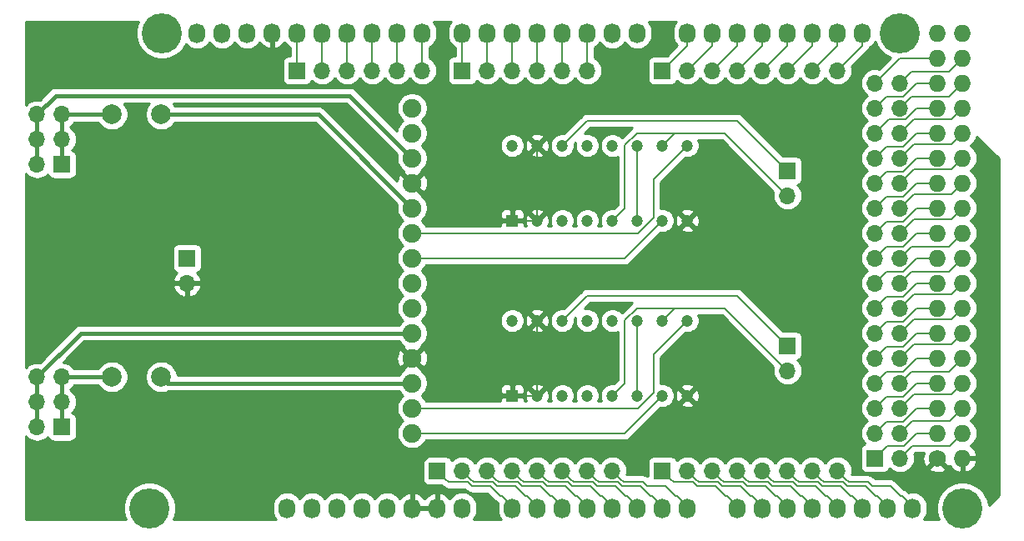
<source format=gtl>
G04 #@! TF.GenerationSoftware,KiCad,Pcbnew,(5.1.2-1)-1*
G04 #@! TF.CreationDate,2019-07-15T01:53:25+09:00*
G04 #@! TF.ProjectId,powerpack-shield,706f7765-7270-4616-936b-2d736869656c,rev?*
G04 #@! TF.SameCoordinates,PX6296c50PY74079d0*
G04 #@! TF.FileFunction,Copper,L1,Top*
G04 #@! TF.FilePolarity,Positive*
%FSLAX46Y46*%
G04 Gerber Fmt 4.6, Leading zero omitted, Abs format (unit mm)*
G04 Created by KiCad (PCBNEW (5.1.2-1)-1) date 2019-07-15 01:53:25*
%MOMM*%
%LPD*%
G04 APERTURE LIST*
%ADD10C,1.727200*%
%ADD11O,1.727200X1.727200*%
%ADD12O,1.727200X2.032000*%
%ADD13C,4.064000*%
%ADD14R,1.700000X1.700000*%
%ADD15O,1.700000X1.700000*%
%ADD16C,2.000000*%
%ADD17C,1.900000*%
%ADD18R,1.200000X1.200000*%
%ADD19C,1.200000*%
%ADD20C,0.200000*%
%ADD21C,0.400000*%
%ADD22C,0.254000*%
G04 APERTURE END LIST*
D10*
X93980000Y7620000D03*
D11*
X96520000Y7620000D03*
X93980000Y10160000D03*
X96520000Y10160000D03*
X93980000Y12700000D03*
X96520000Y12700000D03*
X93980000Y15240000D03*
X96520000Y15240000D03*
X93980000Y17780000D03*
X96520000Y17780000D03*
X93980000Y20320000D03*
X96520000Y20320000D03*
X93980000Y22860000D03*
X96520000Y22860000D03*
X93980000Y25400000D03*
X96520000Y25400000D03*
X93980000Y27940000D03*
X96520000Y27940000D03*
X93980000Y30480000D03*
X96520000Y30480000D03*
X93980000Y33020000D03*
X96520000Y33020000D03*
X93980000Y35560000D03*
X96520000Y35560000D03*
X93980000Y38100000D03*
X96520000Y38100000D03*
X93980000Y40640000D03*
X96520000Y40640000D03*
X93980000Y43180000D03*
X96520000Y43180000D03*
X93980000Y45720000D03*
X96520000Y45720000D03*
X93980000Y48260000D03*
X96520000Y48260000D03*
X93980000Y50800000D03*
X96520000Y50800000D03*
D12*
X27940000Y2540000D03*
X30480000Y2540000D03*
X33020000Y2540000D03*
X35560000Y2540000D03*
X38100000Y2540000D03*
X40640000Y2540000D03*
X43180000Y2540000D03*
X45720000Y2540000D03*
X50800000Y2540000D03*
X53340000Y2540000D03*
X55880000Y2540000D03*
X58420000Y2540000D03*
X60960000Y2540000D03*
X63500000Y2540000D03*
X66040000Y2540000D03*
X68580000Y2540000D03*
X73660000Y2540000D03*
X76200000Y2540000D03*
X78740000Y2540000D03*
X81280000Y2540000D03*
X83820000Y2540000D03*
X86360000Y2540000D03*
X88900000Y2540000D03*
X91440000Y2540000D03*
X18796000Y50800000D03*
X21336000Y50800000D03*
X23876000Y50800000D03*
X26416000Y50800000D03*
X28956000Y50800000D03*
X31496000Y50800000D03*
X34036000Y50800000D03*
X36576000Y50800000D03*
X39116000Y50800000D03*
X41656000Y50800000D03*
X45720000Y50800000D03*
X48260000Y50800000D03*
X50800000Y50800000D03*
X53340000Y50800000D03*
X55880000Y50800000D03*
X58420000Y50800000D03*
X60960000Y50800000D03*
X63500000Y50800000D03*
X68580000Y50800000D03*
X71120000Y50800000D03*
X73660000Y50800000D03*
X76200000Y50800000D03*
X78740000Y50800000D03*
X81280000Y50800000D03*
X83820000Y50800000D03*
X86360000Y50800000D03*
D13*
X13970000Y2540000D03*
X96520000Y2540000D03*
X15240000Y50800000D03*
X90170000Y50800000D03*
D14*
X87630000Y7620000D03*
D15*
X90170000Y7620000D03*
X87630000Y10160000D03*
X90170000Y10160000D03*
X87630000Y12700000D03*
X90170000Y12700000D03*
X87630000Y15240000D03*
X90170000Y15240000D03*
X87630000Y17780000D03*
X90170000Y17780000D03*
X87630000Y20320000D03*
X90170000Y20320000D03*
X87630000Y22860000D03*
X90170000Y22860000D03*
X87630000Y25400000D03*
X90170000Y25400000D03*
X87630000Y27940000D03*
X90170000Y27940000D03*
X87630000Y30480000D03*
X90170000Y30480000D03*
X87630000Y33020000D03*
X90170000Y33020000D03*
X87630000Y35560000D03*
X90170000Y35560000D03*
X87630000Y38100000D03*
X90170000Y38100000D03*
X87630000Y40640000D03*
X90170000Y40640000D03*
X87630000Y43180000D03*
X90170000Y43180000D03*
X87630000Y45720000D03*
X90170000Y45720000D03*
D14*
X43180000Y6350000D03*
D15*
X45720000Y6350000D03*
X48260000Y6350000D03*
X50800000Y6350000D03*
X53340000Y6350000D03*
X55880000Y6350000D03*
X58420000Y6350000D03*
X60960000Y6350000D03*
X83820000Y6350000D03*
X81280000Y6350000D03*
X78740000Y6350000D03*
X76200000Y6350000D03*
X73660000Y6350000D03*
X71120000Y6350000D03*
X68580000Y6350000D03*
D14*
X66040000Y6350000D03*
X66040000Y46990000D03*
D15*
X68580000Y46990000D03*
X71120000Y46990000D03*
X73660000Y46990000D03*
X76200000Y46990000D03*
X78740000Y46990000D03*
X81280000Y46990000D03*
X83820000Y46990000D03*
D14*
X28956000Y46990000D03*
D15*
X31496000Y46990000D03*
X34036000Y46990000D03*
X36576000Y46990000D03*
X39116000Y46990000D03*
X41656000Y46990000D03*
X58420000Y46990000D03*
X55880000Y46990000D03*
X53340000Y46990000D03*
X50800000Y46990000D03*
X48260000Y46990000D03*
D14*
X45720000Y46990000D03*
D16*
X10160000Y15875000D03*
X15160000Y15875000D03*
D17*
X40640000Y25400000D03*
X40640000Y22860000D03*
X40640000Y20320000D03*
X40640000Y17780000D03*
X40640000Y15240000D03*
X40640000Y12700000D03*
X40640000Y10160000D03*
D18*
X50800000Y13970000D03*
D19*
X53340000Y13970000D03*
X55880000Y13970000D03*
X58420000Y13970000D03*
X60960000Y13970000D03*
X63500000Y13970000D03*
X66040000Y13970000D03*
X68580000Y13970000D03*
X68580000Y21590000D03*
X66040000Y21590000D03*
X63500000Y21590000D03*
X60960000Y21590000D03*
X58420000Y21590000D03*
X55880000Y21590000D03*
X53340000Y21590000D03*
X50800000Y21590000D03*
D14*
X5080000Y10795000D03*
D15*
X2540000Y10795000D03*
X5080000Y13335000D03*
X2540000Y13335000D03*
X5080000Y15875000D03*
X2540000Y15875000D03*
D14*
X78740000Y19050000D03*
D15*
X78740000Y16510000D03*
D14*
X17780000Y27940000D03*
D15*
X17780000Y25400000D03*
D16*
X10160000Y42545000D03*
X15160000Y42545000D03*
D17*
X40640000Y43180000D03*
X40640000Y40640000D03*
X40640000Y38100000D03*
X40640000Y35560000D03*
X40640000Y33020000D03*
X40640000Y30480000D03*
X40640000Y27940000D03*
D18*
X50800000Y31750000D03*
D19*
X53340000Y31750000D03*
X55880000Y31750000D03*
X58420000Y31750000D03*
X60960000Y31750000D03*
X63500000Y31750000D03*
X66040000Y31750000D03*
X68580000Y31750000D03*
X68580000Y39370000D03*
X66040000Y39370000D03*
X63500000Y39370000D03*
X60960000Y39370000D03*
X58420000Y39370000D03*
X55880000Y39370000D03*
X53340000Y39370000D03*
X50800000Y39370000D03*
D14*
X5080000Y37465000D03*
D15*
X2540000Y37465000D03*
X5080000Y40005000D03*
X2540000Y40005000D03*
X5080000Y42545000D03*
X2540000Y42545000D03*
D14*
X78740000Y36830000D03*
D15*
X78740000Y34290000D03*
D20*
X50800000Y13970000D02*
X53340000Y13970000D01*
X53340000Y13970000D02*
X53340000Y21590000D01*
X50800000Y31750000D02*
X53340000Y31750000D01*
X53340000Y31750000D02*
X53340000Y39370000D01*
X40640000Y6050002D02*
X43479998Y8890000D01*
X40640000Y2540000D02*
X40640000Y6050002D01*
X63500000Y8890000D02*
X68580000Y13970000D01*
X43479998Y8890000D02*
X63500000Y8890000D01*
X44450000Y13970000D02*
X40640000Y17780000D01*
X50800000Y13970000D02*
X44450000Y13970000D01*
X44450000Y31750000D02*
X40640000Y35560000D01*
X50800000Y31750000D02*
X44450000Y31750000D01*
X91872002Y10160000D02*
X90602002Y8890000D01*
X93980000Y10160000D02*
X91872002Y10160000D01*
X90602002Y8890000D02*
X88900000Y8890000D01*
X88900000Y8890000D02*
X87630000Y7620000D01*
X91019999Y8469999D02*
X90170000Y7620000D01*
X91440000Y8890000D02*
X91019999Y8469999D01*
X95250000Y8890000D02*
X91440000Y8890000D01*
X96520000Y10160000D02*
X95250000Y8890000D01*
X88479999Y11009999D02*
X87630000Y10160000D01*
X88780001Y11310001D02*
X88479999Y11009999D01*
X90482003Y11310001D02*
X88780001Y11310001D01*
X91872002Y12700000D02*
X90482003Y11310001D01*
X93980000Y12700000D02*
X91872002Y12700000D01*
X91019999Y11009999D02*
X90170000Y10160000D01*
X95250000Y11430000D02*
X91440000Y11430000D01*
X91440000Y11430000D02*
X91019999Y11009999D01*
X96520000Y12700000D02*
X95250000Y11430000D01*
X88479999Y13549999D02*
X87630000Y12700000D01*
X90482003Y13850001D02*
X88780001Y13850001D01*
X91872002Y15240000D02*
X90482003Y13850001D01*
X88780001Y13850001D02*
X88479999Y13549999D01*
X93980000Y15240000D02*
X91872002Y15240000D01*
X91019999Y13549999D02*
X90170000Y12700000D01*
X95356399Y14076399D02*
X91546399Y14076399D01*
X91546399Y14076399D02*
X91019999Y13549999D01*
X96520000Y15240000D02*
X95356399Y14076399D01*
X88479999Y16089999D02*
X87630000Y15240000D01*
X88780001Y16390001D02*
X88479999Y16089999D01*
X90482003Y16390001D02*
X88780001Y16390001D01*
X91872002Y17780000D02*
X90482003Y16390001D01*
X93980000Y17780000D02*
X91872002Y17780000D01*
X91019999Y16089999D02*
X90170000Y15240000D01*
X91333601Y16403601D02*
X91019999Y16089999D01*
X95143601Y16403601D02*
X91333601Y16403601D01*
X96520000Y17780000D02*
X95143601Y16403601D01*
X88780001Y18930001D02*
X88479999Y18629999D01*
X91872002Y20320000D02*
X90482003Y18930001D01*
X88479999Y18629999D02*
X87630000Y17780000D01*
X90482003Y18930001D02*
X88780001Y18930001D01*
X93980000Y20320000D02*
X91872002Y20320000D01*
X91019999Y18629999D02*
X90170000Y17780000D01*
X91546399Y19156399D02*
X91019999Y18629999D01*
X95356399Y19156399D02*
X91546399Y19156399D01*
X96520000Y20320000D02*
X95356399Y19156399D01*
X88479999Y21169999D02*
X87630000Y20320000D01*
X90482003Y21470001D02*
X88780001Y21470001D01*
X88780001Y21470001D02*
X88479999Y21169999D01*
X91872002Y22860000D02*
X90482003Y21470001D01*
X93980000Y22860000D02*
X91872002Y22860000D01*
X91019999Y21169999D02*
X90170000Y20320000D01*
X91546399Y21696399D02*
X91019999Y21169999D01*
X95356399Y21696399D02*
X91546399Y21696399D01*
X96520000Y22860000D02*
X95356399Y21696399D01*
X88780001Y24010001D02*
X88479999Y23709999D01*
X90482003Y24010001D02*
X88780001Y24010001D01*
X88479999Y23709999D02*
X87630000Y22860000D01*
X91872002Y25400000D02*
X90482003Y24010001D01*
X93980000Y25400000D02*
X91872002Y25400000D01*
X91546399Y24236399D02*
X91019999Y23709999D01*
X91019999Y23709999D02*
X90170000Y22860000D01*
X95356399Y24236399D02*
X91546399Y24236399D01*
X96520000Y25400000D02*
X95356399Y24236399D01*
X90482003Y26550001D02*
X88780001Y26550001D01*
X91872002Y27940000D02*
X90482003Y26550001D01*
X88479999Y26249999D02*
X87630000Y25400000D01*
X88780001Y26550001D02*
X88479999Y26249999D01*
X93980000Y27940000D02*
X91872002Y27940000D01*
X91019999Y26249999D02*
X90170000Y25400000D01*
X91333601Y26563601D02*
X91019999Y26249999D01*
X95143601Y26563601D02*
X91333601Y26563601D01*
X96520000Y27940000D02*
X95143601Y26563601D01*
X88479999Y28789999D02*
X87630000Y27940000D01*
X88780001Y29090001D02*
X88479999Y28789999D01*
X90482003Y29090001D02*
X88780001Y29090001D01*
X91872002Y30480000D02*
X90482003Y29090001D01*
X93980000Y30480000D02*
X91872002Y30480000D01*
X91019999Y28789999D02*
X90170000Y27940000D01*
X91333601Y29103601D02*
X91019999Y28789999D01*
X95143601Y29103601D02*
X91333601Y29103601D01*
X96520000Y30480000D02*
X95143601Y29103601D01*
X88780001Y31630001D02*
X88479999Y31329999D01*
X90482003Y31630001D02*
X88780001Y31630001D01*
X91872002Y33020000D02*
X90482003Y31630001D01*
X88479999Y31329999D02*
X87630000Y30480000D01*
X93980000Y33020000D02*
X91872002Y33020000D01*
X91019999Y31329999D02*
X90170000Y30480000D01*
X91546399Y31856399D02*
X91019999Y31329999D01*
X95356399Y31856399D02*
X91546399Y31856399D01*
X96520000Y33020000D02*
X95356399Y31856399D01*
X88479999Y33869999D02*
X87630000Y33020000D01*
X90482003Y34170001D02*
X88780001Y34170001D01*
X88780001Y34170001D02*
X88479999Y33869999D01*
X91872002Y35560000D02*
X90482003Y34170001D01*
X93980000Y35560000D02*
X91872002Y35560000D01*
X91019999Y33869999D02*
X90170000Y33020000D01*
X91546399Y34396399D02*
X91019999Y33869999D01*
X95356399Y34396399D02*
X91546399Y34396399D01*
X96520000Y35560000D02*
X95356399Y34396399D01*
X88780001Y36710001D02*
X88479999Y36409999D01*
X88479999Y36409999D02*
X87630000Y35560000D01*
X91872002Y38100000D02*
X90482003Y36710001D01*
X90482003Y36710001D02*
X88780001Y36710001D01*
X93980000Y38100000D02*
X91872002Y38100000D01*
X91019999Y36409999D02*
X90170000Y35560000D01*
X95356399Y36936399D02*
X91546399Y36936399D01*
X91546399Y36936399D02*
X91019999Y36409999D01*
X96520000Y38100000D02*
X95356399Y36936399D01*
X88479999Y38949999D02*
X87630000Y38100000D01*
X91872002Y40640000D02*
X90482003Y39250001D01*
X88780001Y39250001D02*
X88479999Y38949999D01*
X90482003Y39250001D02*
X88780001Y39250001D01*
X93980000Y40640000D02*
X91872002Y40640000D01*
X91019999Y38949999D02*
X90170000Y38100000D01*
X91546399Y39476399D02*
X91019999Y38949999D01*
X95356399Y39476399D02*
X91546399Y39476399D01*
X96520000Y40640000D02*
X95356399Y39476399D01*
X89019999Y42029999D02*
X88479999Y41489999D01*
X91872002Y43180000D02*
X90722001Y42029999D01*
X88479999Y41489999D02*
X87630000Y40640000D01*
X90722001Y42029999D02*
X89019999Y42029999D01*
X93980000Y43180000D02*
X91872002Y43180000D01*
X91019999Y41489999D02*
X90170000Y40640000D01*
X91546399Y42016399D02*
X91019999Y41489999D01*
X95356399Y42016399D02*
X91546399Y42016399D01*
X96520000Y43180000D02*
X95356399Y42016399D01*
X88479999Y44029999D02*
X87630000Y43180000D01*
X88780001Y44330001D02*
X88479999Y44029999D01*
X90482003Y44330001D02*
X88780001Y44330001D01*
X91872002Y45720000D02*
X90482003Y44330001D01*
X93980000Y45720000D02*
X91872002Y45720000D01*
X91019999Y44029999D02*
X90170000Y43180000D01*
X91333601Y44343601D02*
X91019999Y44029999D01*
X95143601Y44343601D02*
X91333601Y44343601D01*
X96520000Y45720000D02*
X95143601Y44343601D01*
X90170000Y48260000D02*
X87630000Y45720000D01*
X93980000Y48260000D02*
X90170000Y48260000D01*
X91019999Y46569999D02*
X90170000Y45720000D01*
X91333601Y46883601D02*
X91019999Y46569999D01*
X95143601Y46883601D02*
X91333601Y46883601D01*
X96520000Y48260000D02*
X95143601Y46883601D01*
X63500000Y39370000D02*
X63500000Y31750000D01*
X63500000Y21590000D02*
X63500000Y13970000D01*
X49584000Y3756000D02*
X48540012Y4799988D01*
X48540012Y4799988D02*
X46704312Y4799988D01*
X44330001Y5199999D02*
X44029999Y5500001D01*
X46304301Y5199999D02*
X44330001Y5199999D01*
X50800000Y2540000D02*
X50800000Y2692400D01*
X44029999Y5500001D02*
X43180000Y6350000D01*
X46704312Y4799988D02*
X46304301Y5199999D01*
X49736400Y3756000D02*
X49584000Y3756000D01*
X50800000Y2692400D02*
X49736400Y3756000D01*
X52124000Y3756000D02*
X51080012Y4799988D01*
X51080012Y4799988D02*
X49244312Y4799988D01*
X46870001Y5199999D02*
X46569999Y5500001D01*
X48844301Y5199999D02*
X46870001Y5199999D01*
X53340000Y2540000D02*
X53340000Y2692400D01*
X46569999Y5500001D02*
X45720000Y6350000D01*
X49244312Y4799988D02*
X48844301Y5199999D01*
X52276400Y3756000D02*
X52124000Y3756000D01*
X53340000Y2692400D02*
X52276400Y3756000D01*
X54664000Y3756000D02*
X53620012Y4799988D01*
X53620012Y4799988D02*
X51784312Y4799988D01*
X49410001Y5199999D02*
X49109999Y5500001D01*
X51384301Y5199999D02*
X49410001Y5199999D01*
X55880000Y2540000D02*
X55880000Y2692400D01*
X49109999Y5500001D02*
X48260000Y6350000D01*
X51784312Y4799988D02*
X51384301Y5199999D01*
X54816400Y3756000D02*
X54664000Y3756000D01*
X55880000Y2692400D02*
X54816400Y3756000D01*
X57204000Y3756000D02*
X56160012Y4799988D01*
X56160012Y4799988D02*
X54324312Y4799988D01*
X51950001Y5199999D02*
X51649999Y5500001D01*
X53924301Y5199999D02*
X51950001Y5199999D01*
X58420000Y2540000D02*
X58420000Y2692400D01*
X51649999Y5500001D02*
X50800000Y6350000D01*
X54324312Y4799988D02*
X53924301Y5199999D01*
X57356400Y3756000D02*
X57204000Y3756000D01*
X58420000Y2692400D02*
X57356400Y3756000D01*
X59744000Y3756000D02*
X58700012Y4799988D01*
X58700012Y4799988D02*
X56864312Y4799988D01*
X54490001Y5199999D02*
X54189999Y5500001D01*
X56464301Y5199999D02*
X54490001Y5199999D01*
X60960000Y2540000D02*
X60960000Y2692400D01*
X54189999Y5500001D02*
X53340000Y6350000D01*
X56864312Y4799988D02*
X56464301Y5199999D01*
X59896400Y3756000D02*
X59744000Y3756000D01*
X60960000Y2692400D02*
X59896400Y3756000D01*
X62284000Y3756000D02*
X61240012Y4799988D01*
X61240012Y4799988D02*
X59404312Y4799988D01*
X57030001Y5199999D02*
X56729999Y5500001D01*
X59004301Y5199999D02*
X57030001Y5199999D01*
X63500000Y2540000D02*
X63500000Y2692400D01*
X56729999Y5500001D02*
X55880000Y6350000D01*
X59404312Y4799988D02*
X59004301Y5199999D01*
X62436400Y3756000D02*
X62284000Y3756000D01*
X63500000Y2692400D02*
X62436400Y3756000D01*
X64824000Y3756000D02*
X63780012Y4799988D01*
X63780012Y4799988D02*
X61944312Y4799988D01*
X59570001Y5199999D02*
X59269999Y5500001D01*
X61544301Y5199999D02*
X59570001Y5199999D01*
X66040000Y2540000D02*
X66040000Y2692400D01*
X59269999Y5500001D02*
X58420000Y6350000D01*
X61944312Y4799988D02*
X61544301Y5199999D01*
X64976400Y3756000D02*
X64824000Y3756000D01*
X66040000Y2692400D02*
X64976400Y3756000D01*
X67364000Y3756000D02*
X66320012Y4799988D01*
X66320012Y4799988D02*
X64484312Y4799988D01*
X62110001Y5199999D02*
X61809999Y5500001D01*
X64084301Y5199999D02*
X62110001Y5199999D01*
X68580000Y2540000D02*
X68580000Y2692400D01*
X61809999Y5500001D02*
X60960000Y6350000D01*
X64484312Y4799988D02*
X64084301Y5199999D01*
X67516400Y3756000D02*
X67364000Y3756000D01*
X68580000Y2692400D02*
X67516400Y3756000D01*
X72444000Y3756000D02*
X71400012Y4799988D01*
X71400012Y4799988D02*
X69564312Y4799988D01*
X67190001Y5199999D02*
X66889999Y5500001D01*
X69164301Y5199999D02*
X67190001Y5199999D01*
X73660000Y2540000D02*
X73660000Y2692400D01*
X66889999Y5500001D02*
X66040000Y6350000D01*
X69564312Y4799988D02*
X69164301Y5199999D01*
X72596400Y3756000D02*
X72444000Y3756000D01*
X73660000Y2692400D02*
X72596400Y3756000D01*
X74984000Y3756000D02*
X73940012Y4799988D01*
X73940012Y4799988D02*
X72104312Y4799988D01*
X69730001Y5199999D02*
X69429999Y5500001D01*
X71704301Y5199999D02*
X69730001Y5199999D01*
X76200000Y2540000D02*
X76200000Y2692400D01*
X69429999Y5500001D02*
X68580000Y6350000D01*
X72104312Y4799988D02*
X71704301Y5199999D01*
X75136400Y3756000D02*
X74984000Y3756000D01*
X76200000Y2692400D02*
X75136400Y3756000D01*
X74644312Y4799988D02*
X74244301Y5199999D01*
X77676400Y3756000D02*
X77524000Y3756000D01*
X78740000Y2540000D02*
X78740000Y2692400D01*
X71969999Y5500001D02*
X71120000Y6350000D01*
X78740000Y2692400D02*
X77676400Y3756000D01*
X77524000Y3756000D02*
X76480012Y4799988D01*
X72270001Y5199999D02*
X71969999Y5500001D01*
X76480012Y4799988D02*
X74644312Y4799988D01*
X74244301Y5199999D02*
X72270001Y5199999D01*
X80064000Y3756000D02*
X79020012Y4799988D01*
X79020012Y4799988D02*
X77184312Y4799988D01*
X74810001Y5199999D02*
X74509999Y5500001D01*
X76784301Y5199999D02*
X74810001Y5199999D01*
X81280000Y2540000D02*
X81280000Y2692400D01*
X74509999Y5500001D02*
X73660000Y6350000D01*
X77184312Y4799988D02*
X76784301Y5199999D01*
X80216400Y3756000D02*
X80064000Y3756000D01*
X81280000Y2692400D02*
X80216400Y3756000D01*
X82604000Y3756000D02*
X81560012Y4799988D01*
X81560012Y4799988D02*
X79724312Y4799988D01*
X77350001Y5199999D02*
X77049999Y5500001D01*
X79324301Y5199999D02*
X77350001Y5199999D01*
X83820000Y2540000D02*
X83820000Y2692400D01*
X77049999Y5500001D02*
X76200000Y6350000D01*
X79724312Y4799988D02*
X79324301Y5199999D01*
X82756400Y3756000D02*
X82604000Y3756000D01*
X83820000Y2692400D02*
X82756400Y3756000D01*
X85144000Y3756000D02*
X84100012Y4799988D01*
X84100012Y4799988D02*
X82264312Y4799988D01*
X79890001Y5199999D02*
X79589999Y5500001D01*
X81864301Y5199999D02*
X79890001Y5199999D01*
X86360000Y2540000D02*
X86360000Y2692400D01*
X79589999Y5500001D02*
X78740000Y6350000D01*
X82264312Y4799988D02*
X81864301Y5199999D01*
X85296400Y3756000D02*
X85144000Y3756000D01*
X86360000Y2692400D02*
X85296400Y3756000D01*
X87684000Y3756000D02*
X86640012Y4799988D01*
X86640012Y4799988D02*
X84804312Y4799988D01*
X82430001Y5199999D02*
X82129999Y5500001D01*
X84404301Y5199999D02*
X82430001Y5199999D01*
X88900000Y2540000D02*
X88900000Y2692400D01*
X82129999Y5500001D02*
X81280000Y6350000D01*
X84804312Y4799988D02*
X84404301Y5199999D01*
X87836400Y3756000D02*
X87684000Y3756000D01*
X88900000Y2692400D02*
X87836400Y3756000D01*
X90224000Y3756000D02*
X89180012Y4799988D01*
X89180012Y4799988D02*
X87344312Y4799988D01*
X84970001Y5199999D02*
X84669999Y5500001D01*
X86944301Y5199999D02*
X84970001Y5199999D01*
X91440000Y2540000D02*
X91440000Y2692400D01*
X84669999Y5500001D02*
X83820000Y6350000D01*
X87344312Y4799988D02*
X86944301Y5199999D01*
X90376400Y3756000D02*
X90224000Y3756000D01*
X91440000Y2692400D02*
X90376400Y3756000D01*
X83820000Y49530000D02*
X81280000Y46990000D01*
X83820000Y50800000D02*
X83820000Y49530000D01*
X86360000Y49530000D02*
X83820000Y46990000D01*
X86360000Y50800000D02*
X86360000Y49530000D01*
X68580000Y49530000D02*
X66040000Y46990000D01*
X68580000Y50800000D02*
X68580000Y49530000D01*
X71120000Y49530000D02*
X68580000Y46990000D01*
X71120000Y50800000D02*
X71120000Y49530000D01*
X73660000Y49530000D02*
X71120000Y46990000D01*
X73660000Y50800000D02*
X73660000Y49530000D01*
X76200000Y49530000D02*
X73660000Y46990000D01*
X76200000Y50800000D02*
X76200000Y49530000D01*
X78740000Y49530000D02*
X76200000Y46990000D01*
X78740000Y50800000D02*
X78740000Y49530000D01*
X81280000Y49530000D02*
X78740000Y46990000D01*
X81280000Y50800000D02*
X81280000Y49530000D01*
X28956000Y49584000D02*
X28956000Y46990000D01*
X28956000Y50800000D02*
X28956000Y49584000D01*
X31496000Y49584000D02*
X31496000Y46990000D01*
X31496000Y50800000D02*
X31496000Y49584000D01*
X34036000Y49584000D02*
X34036000Y46990000D01*
X34036000Y50800000D02*
X34036000Y49584000D01*
X36576000Y49584000D02*
X36576000Y46990000D01*
X36576000Y50800000D02*
X36576000Y49584000D01*
X39116000Y49584000D02*
X39116000Y46990000D01*
X39116000Y50800000D02*
X39116000Y49584000D01*
X41656000Y49584000D02*
X41656000Y46990000D01*
X41656000Y50800000D02*
X41656000Y49584000D01*
X58420000Y50800000D02*
X58420000Y46990000D01*
X55880000Y50800000D02*
X55880000Y46990000D01*
X53340000Y50800000D02*
X53340000Y46990000D01*
X50800000Y50800000D02*
X50800000Y46990000D01*
X48260000Y50800000D02*
X48260000Y46990000D01*
X45720000Y50800000D02*
X45720000Y46990000D01*
D21*
X10160000Y15875000D02*
X5080000Y15875000D01*
X5080000Y15875000D02*
X5080000Y10795000D01*
X15795000Y15240000D02*
X15160000Y15875000D01*
X40640000Y15240000D02*
X15795000Y15240000D01*
X31115000Y42545000D02*
X40640000Y33020000D01*
X15160000Y42545000D02*
X31115000Y42545000D01*
X10160000Y42545000D02*
X5080000Y42545000D01*
X5080000Y42545000D02*
X5080000Y37465000D01*
X2540000Y15875000D02*
X2540000Y10795000D01*
X6985000Y20320000D02*
X2540000Y15875000D01*
X40640000Y20320000D02*
X6985000Y20320000D01*
D20*
X63562002Y12700000D02*
X40640000Y12700000D01*
X65139999Y14277997D02*
X63562002Y12700000D01*
X65139999Y18149999D02*
X65139999Y14277997D01*
X40640000Y12700000D02*
X41656000Y12700000D01*
X68580000Y21590000D02*
X65139999Y18149999D01*
X62230000Y10160000D02*
X40640000Y10160000D01*
X66040000Y13970000D02*
X62230000Y10160000D01*
X66940001Y22490001D02*
X66040000Y21590000D01*
X62230000Y21652002D02*
X62230000Y15240000D01*
X63437998Y22860000D02*
X62230000Y21652002D01*
X62230000Y15240000D02*
X60960000Y13970000D01*
X67310000Y22860000D02*
X66940001Y22490001D01*
X72390000Y22860000D02*
X67310000Y22860000D01*
X78740000Y16510000D02*
X72390000Y22860000D01*
X67310000Y22860000D02*
X63500000Y22860000D01*
X73660000Y24130000D02*
X78740000Y19050000D01*
X58420000Y24130000D02*
X73660000Y24130000D01*
X55880000Y21590000D02*
X58420000Y24130000D01*
X62230000Y27940000D02*
X40640000Y27940000D01*
X66040000Y31750000D02*
X62230000Y27940000D01*
X63562002Y30480000D02*
X40640000Y30480000D01*
X40640000Y30480000D02*
X41656000Y30480000D01*
X65139999Y32057997D02*
X63562002Y30480000D01*
X65139999Y35929999D02*
X65139999Y32057997D01*
X68580000Y39370000D02*
X65139999Y35929999D01*
D21*
X4445000Y44450000D02*
X2540000Y42545000D01*
X2540000Y42545000D02*
X2540000Y37465000D01*
X34290000Y44450000D02*
X40640000Y38100000D01*
X34290000Y44450000D02*
X4445000Y44450000D01*
D20*
X73660000Y41910000D02*
X78740000Y36830000D01*
X58420000Y41910000D02*
X73660000Y41910000D01*
X55880000Y39370000D02*
X58420000Y41910000D01*
X66940001Y40270001D02*
X66040000Y39370000D01*
X67310000Y40640000D02*
X66940001Y40270001D01*
X72390000Y40640000D02*
X67310000Y40640000D01*
X78740000Y34290000D02*
X72390000Y40640000D01*
X62230000Y33020000D02*
X60960000Y31750000D01*
X62230000Y39432002D02*
X62230000Y33020000D01*
X63437998Y40640000D02*
X62230000Y39432002D01*
X67310000Y40640000D02*
X63500000Y40640000D01*
D22*
G36*
X12675492Y51577935D02*
G01*
X12573000Y51062677D01*
X12573000Y50537323D01*
X12675492Y50022065D01*
X12876536Y49536702D01*
X13168406Y49099887D01*
X13539887Y48728406D01*
X13976702Y48436536D01*
X14462065Y48235492D01*
X14977323Y48133000D01*
X15502677Y48133000D01*
X16017935Y48235492D01*
X16503298Y48436536D01*
X16940113Y48728406D01*
X17311594Y49099887D01*
X17603464Y49536702D01*
X17659001Y49670781D01*
X17731203Y49582803D01*
X17959395Y49395531D01*
X18219737Y49256375D01*
X18502224Y49170684D01*
X18796000Y49141749D01*
X19089777Y49170684D01*
X19372264Y49256375D01*
X19632606Y49395531D01*
X19860797Y49582803D01*
X20048069Y49810994D01*
X20066000Y49844541D01*
X20083931Y49810994D01*
X20271203Y49582803D01*
X20499395Y49395531D01*
X20759737Y49256375D01*
X21042224Y49170684D01*
X21336000Y49141749D01*
X21629777Y49170684D01*
X21912264Y49256375D01*
X22172606Y49395531D01*
X22400797Y49582803D01*
X22588069Y49810994D01*
X22606000Y49844541D01*
X22623931Y49810994D01*
X22811203Y49582803D01*
X23039395Y49395531D01*
X23299737Y49256375D01*
X23582224Y49170684D01*
X23876000Y49141749D01*
X24169777Y49170684D01*
X24452264Y49256375D01*
X24712606Y49395531D01*
X24940797Y49582803D01*
X25128069Y49810994D01*
X25149424Y49850947D01*
X25297514Y49648271D01*
X25513965Y49449267D01*
X25765081Y49296314D01*
X26041211Y49195291D01*
X26056974Y49192642D01*
X26289000Y49313783D01*
X26289000Y50673000D01*
X26269000Y50673000D01*
X26269000Y50927000D01*
X26289000Y50927000D01*
X26289000Y50947000D01*
X26543000Y50947000D01*
X26543000Y50927000D01*
X26563000Y50927000D01*
X26563000Y50673000D01*
X26543000Y50673000D01*
X26543000Y49313783D01*
X26775026Y49192642D01*
X26790789Y49195291D01*
X27066919Y49296314D01*
X27318035Y49449267D01*
X27534486Y49648271D01*
X27682576Y49850947D01*
X27703931Y49810994D01*
X27891203Y49582803D01*
X28119395Y49395531D01*
X28221000Y49341222D01*
X28221000Y48478072D01*
X28106000Y48478072D01*
X27981518Y48465812D01*
X27861820Y48429502D01*
X27751506Y48370537D01*
X27654815Y48291185D01*
X27575463Y48194494D01*
X27516498Y48084180D01*
X27480188Y47964482D01*
X27467928Y47840000D01*
X27467928Y46140000D01*
X27480188Y46015518D01*
X27516498Y45895820D01*
X27575463Y45785506D01*
X27654815Y45688815D01*
X27751506Y45609463D01*
X27861820Y45550498D01*
X27981518Y45514188D01*
X28106000Y45501928D01*
X29806000Y45501928D01*
X29930482Y45514188D01*
X30050180Y45550498D01*
X30160494Y45609463D01*
X30257185Y45688815D01*
X30336537Y45785506D01*
X30395502Y45895820D01*
X30416393Y45964687D01*
X30440866Y45934866D01*
X30666986Y45749294D01*
X30924966Y45611401D01*
X31204889Y45526487D01*
X31423050Y45505000D01*
X31568950Y45505000D01*
X31787111Y45526487D01*
X32067034Y45611401D01*
X32325014Y45749294D01*
X32551134Y45934866D01*
X32736706Y46160986D01*
X32766000Y46215791D01*
X32795294Y46160986D01*
X32980866Y45934866D01*
X33206986Y45749294D01*
X33464966Y45611401D01*
X33744889Y45526487D01*
X33963050Y45505000D01*
X34108950Y45505000D01*
X34327111Y45526487D01*
X34607034Y45611401D01*
X34865014Y45749294D01*
X35091134Y45934866D01*
X35276706Y46160986D01*
X35306000Y46215791D01*
X35335294Y46160986D01*
X35520866Y45934866D01*
X35746986Y45749294D01*
X36004966Y45611401D01*
X36284889Y45526487D01*
X36503050Y45505000D01*
X36648950Y45505000D01*
X36867111Y45526487D01*
X37147034Y45611401D01*
X37405014Y45749294D01*
X37631134Y45934866D01*
X37816706Y46160986D01*
X37846000Y46215791D01*
X37875294Y46160986D01*
X38060866Y45934866D01*
X38286986Y45749294D01*
X38544966Y45611401D01*
X38824889Y45526487D01*
X39043050Y45505000D01*
X39188950Y45505000D01*
X39407111Y45526487D01*
X39687034Y45611401D01*
X39945014Y45749294D01*
X40171134Y45934866D01*
X40356706Y46160986D01*
X40386000Y46215791D01*
X40415294Y46160986D01*
X40600866Y45934866D01*
X40826986Y45749294D01*
X41084966Y45611401D01*
X41364889Y45526487D01*
X41583050Y45505000D01*
X41728950Y45505000D01*
X41947111Y45526487D01*
X42227034Y45611401D01*
X42485014Y45749294D01*
X42711134Y45934866D01*
X42896706Y46160986D01*
X43034599Y46418966D01*
X43119513Y46698889D01*
X43148185Y46990000D01*
X43119513Y47281111D01*
X43034599Y47561034D01*
X42896706Y47819014D01*
X42711134Y48045134D01*
X42485014Y48230706D01*
X42391000Y48280957D01*
X42391000Y49341221D01*
X42492606Y49395531D01*
X42720797Y49582803D01*
X42908069Y49810994D01*
X43047225Y50071337D01*
X43132916Y50353824D01*
X43154600Y50573982D01*
X43154600Y51026019D01*
X43132916Y51246177D01*
X43047225Y51528664D01*
X42908069Y51789006D01*
X42781689Y51943000D01*
X44594311Y51943000D01*
X44467931Y51789005D01*
X44328775Y51528663D01*
X44243084Y51246176D01*
X44221400Y51026018D01*
X44221400Y50573981D01*
X44243084Y50353823D01*
X44328775Y50071336D01*
X44467931Y49810994D01*
X44655203Y49582803D01*
X44883395Y49395531D01*
X44985000Y49341222D01*
X44985001Y48478072D01*
X44870000Y48478072D01*
X44745518Y48465812D01*
X44625820Y48429502D01*
X44515506Y48370537D01*
X44418815Y48291185D01*
X44339463Y48194494D01*
X44280498Y48084180D01*
X44244188Y47964482D01*
X44231928Y47840000D01*
X44231928Y46140000D01*
X44244188Y46015518D01*
X44280498Y45895820D01*
X44339463Y45785506D01*
X44418815Y45688815D01*
X44515506Y45609463D01*
X44625820Y45550498D01*
X44745518Y45514188D01*
X44870000Y45501928D01*
X46570000Y45501928D01*
X46694482Y45514188D01*
X46814180Y45550498D01*
X46924494Y45609463D01*
X47021185Y45688815D01*
X47100537Y45785506D01*
X47159502Y45895820D01*
X47180393Y45964687D01*
X47204866Y45934866D01*
X47430986Y45749294D01*
X47688966Y45611401D01*
X47968889Y45526487D01*
X48187050Y45505000D01*
X48332950Y45505000D01*
X48551111Y45526487D01*
X48831034Y45611401D01*
X49089014Y45749294D01*
X49315134Y45934866D01*
X49500706Y46160986D01*
X49530000Y46215791D01*
X49559294Y46160986D01*
X49744866Y45934866D01*
X49970986Y45749294D01*
X50228966Y45611401D01*
X50508889Y45526487D01*
X50727050Y45505000D01*
X50872950Y45505000D01*
X51091111Y45526487D01*
X51371034Y45611401D01*
X51629014Y45749294D01*
X51855134Y45934866D01*
X52040706Y46160986D01*
X52070000Y46215791D01*
X52099294Y46160986D01*
X52284866Y45934866D01*
X52510986Y45749294D01*
X52768966Y45611401D01*
X53048889Y45526487D01*
X53267050Y45505000D01*
X53412950Y45505000D01*
X53631111Y45526487D01*
X53911034Y45611401D01*
X54169014Y45749294D01*
X54395134Y45934866D01*
X54580706Y46160986D01*
X54610000Y46215791D01*
X54639294Y46160986D01*
X54824866Y45934866D01*
X55050986Y45749294D01*
X55308966Y45611401D01*
X55588889Y45526487D01*
X55807050Y45505000D01*
X55952950Y45505000D01*
X56171111Y45526487D01*
X56451034Y45611401D01*
X56709014Y45749294D01*
X56935134Y45934866D01*
X57120706Y46160986D01*
X57150000Y46215791D01*
X57179294Y46160986D01*
X57364866Y45934866D01*
X57590986Y45749294D01*
X57848966Y45611401D01*
X58128889Y45526487D01*
X58347050Y45505000D01*
X58492950Y45505000D01*
X58711111Y45526487D01*
X58991034Y45611401D01*
X59249014Y45749294D01*
X59475134Y45934866D01*
X59660706Y46160986D01*
X59798599Y46418966D01*
X59883513Y46698889D01*
X59912185Y46990000D01*
X59883513Y47281111D01*
X59798599Y47561034D01*
X59660706Y47819014D01*
X59475134Y48045134D01*
X59249014Y48230706D01*
X59155000Y48280957D01*
X59155000Y49341221D01*
X59256606Y49395531D01*
X59484797Y49582803D01*
X59672069Y49810994D01*
X59690000Y49844541D01*
X59707931Y49810994D01*
X59895203Y49582803D01*
X60123395Y49395531D01*
X60383737Y49256375D01*
X60666224Y49170684D01*
X60960000Y49141749D01*
X61253777Y49170684D01*
X61536264Y49256375D01*
X61796606Y49395531D01*
X62024797Y49582803D01*
X62212069Y49810994D01*
X62230000Y49844541D01*
X62247931Y49810994D01*
X62435203Y49582803D01*
X62663395Y49395531D01*
X62923737Y49256375D01*
X63206224Y49170684D01*
X63500000Y49141749D01*
X63793777Y49170684D01*
X64076264Y49256375D01*
X64336606Y49395531D01*
X64564797Y49582803D01*
X64752069Y49810994D01*
X64891225Y50071337D01*
X64976916Y50353824D01*
X64998600Y50573982D01*
X64998600Y51026019D01*
X64976916Y51246177D01*
X64891225Y51528664D01*
X64752069Y51789006D01*
X64625689Y51943000D01*
X67454311Y51943000D01*
X67327931Y51789005D01*
X67188775Y51528663D01*
X67103084Y51246176D01*
X67081400Y51026018D01*
X67081400Y50573981D01*
X67103084Y50353823D01*
X67188775Y50071336D01*
X67327931Y49810994D01*
X67515203Y49582803D01*
X67558128Y49547575D01*
X66488626Y48478072D01*
X65190000Y48478072D01*
X65065518Y48465812D01*
X64945820Y48429502D01*
X64835506Y48370537D01*
X64738815Y48291185D01*
X64659463Y48194494D01*
X64600498Y48084180D01*
X64564188Y47964482D01*
X64551928Y47840000D01*
X64551928Y46140000D01*
X64564188Y46015518D01*
X64600498Y45895820D01*
X64659463Y45785506D01*
X64738815Y45688815D01*
X64835506Y45609463D01*
X64945820Y45550498D01*
X65065518Y45514188D01*
X65190000Y45501928D01*
X66890000Y45501928D01*
X67014482Y45514188D01*
X67134180Y45550498D01*
X67244494Y45609463D01*
X67341185Y45688815D01*
X67420537Y45785506D01*
X67479502Y45895820D01*
X67500393Y45964687D01*
X67524866Y45934866D01*
X67750986Y45749294D01*
X68008966Y45611401D01*
X68288889Y45526487D01*
X68507050Y45505000D01*
X68652950Y45505000D01*
X68871111Y45526487D01*
X69151034Y45611401D01*
X69409014Y45749294D01*
X69635134Y45934866D01*
X69820706Y46160986D01*
X69850000Y46215791D01*
X69879294Y46160986D01*
X70064866Y45934866D01*
X70290986Y45749294D01*
X70548966Y45611401D01*
X70828889Y45526487D01*
X71047050Y45505000D01*
X71192950Y45505000D01*
X71411111Y45526487D01*
X71691034Y45611401D01*
X71949014Y45749294D01*
X72175134Y45934866D01*
X72360706Y46160986D01*
X72390000Y46215791D01*
X72419294Y46160986D01*
X72604866Y45934866D01*
X72830986Y45749294D01*
X73088966Y45611401D01*
X73368889Y45526487D01*
X73587050Y45505000D01*
X73732950Y45505000D01*
X73951111Y45526487D01*
X74231034Y45611401D01*
X74489014Y45749294D01*
X74715134Y45934866D01*
X74900706Y46160986D01*
X74930000Y46215791D01*
X74959294Y46160986D01*
X75144866Y45934866D01*
X75370986Y45749294D01*
X75628966Y45611401D01*
X75908889Y45526487D01*
X76127050Y45505000D01*
X76272950Y45505000D01*
X76491111Y45526487D01*
X76771034Y45611401D01*
X77029014Y45749294D01*
X77255134Y45934866D01*
X77440706Y46160986D01*
X77470000Y46215791D01*
X77499294Y46160986D01*
X77684866Y45934866D01*
X77910986Y45749294D01*
X78168966Y45611401D01*
X78448889Y45526487D01*
X78667050Y45505000D01*
X78812950Y45505000D01*
X79031111Y45526487D01*
X79311034Y45611401D01*
X79569014Y45749294D01*
X79795134Y45934866D01*
X79980706Y46160986D01*
X80010000Y46215791D01*
X80039294Y46160986D01*
X80224866Y45934866D01*
X80450986Y45749294D01*
X80708966Y45611401D01*
X80988889Y45526487D01*
X81207050Y45505000D01*
X81352950Y45505000D01*
X81571111Y45526487D01*
X81851034Y45611401D01*
X82109014Y45749294D01*
X82335134Y45934866D01*
X82520706Y46160986D01*
X82550000Y46215791D01*
X82579294Y46160986D01*
X82764866Y45934866D01*
X82990986Y45749294D01*
X83248966Y45611401D01*
X83528889Y45526487D01*
X83747050Y45505000D01*
X83892950Y45505000D01*
X84111111Y45526487D01*
X84391034Y45611401D01*
X84649014Y45749294D01*
X84875134Y45934866D01*
X85060706Y46160986D01*
X85198599Y46418966D01*
X85283513Y46698889D01*
X85312185Y46990000D01*
X85283513Y47281111D01*
X85252568Y47383122D01*
X86854193Y48984746D01*
X86882238Y49007762D01*
X86974087Y49119680D01*
X87042337Y49247367D01*
X87066126Y49325788D01*
X87196606Y49395531D01*
X87424797Y49582803D01*
X87612069Y49810994D01*
X87657621Y49896215D01*
X87806536Y49536702D01*
X88098406Y49099887D01*
X88469887Y48728406D01*
X88906702Y48436536D01*
X89189818Y48319265D01*
X88023122Y47152568D01*
X87921111Y47183513D01*
X87702950Y47205000D01*
X87557050Y47205000D01*
X87338889Y47183513D01*
X87058966Y47098599D01*
X86800986Y46960706D01*
X86574866Y46775134D01*
X86389294Y46549014D01*
X86251401Y46291034D01*
X86166487Y46011111D01*
X86137815Y45720000D01*
X86166487Y45428889D01*
X86251401Y45148966D01*
X86389294Y44890986D01*
X86574866Y44664866D01*
X86800986Y44479294D01*
X86855791Y44450000D01*
X86800986Y44420706D01*
X86574866Y44235134D01*
X86389294Y44009014D01*
X86251401Y43751034D01*
X86166487Y43471111D01*
X86137815Y43180000D01*
X86166487Y42888889D01*
X86251401Y42608966D01*
X86389294Y42350986D01*
X86574866Y42124866D01*
X86800986Y41939294D01*
X86855791Y41910000D01*
X86800986Y41880706D01*
X86574866Y41695134D01*
X86389294Y41469014D01*
X86251401Y41211034D01*
X86166487Y40931111D01*
X86137815Y40640000D01*
X86166487Y40348889D01*
X86251401Y40068966D01*
X86389294Y39810986D01*
X86574866Y39584866D01*
X86800986Y39399294D01*
X86855791Y39370000D01*
X86800986Y39340706D01*
X86574866Y39155134D01*
X86389294Y38929014D01*
X86251401Y38671034D01*
X86166487Y38391111D01*
X86137815Y38100000D01*
X86166487Y37808889D01*
X86251401Y37528966D01*
X86389294Y37270986D01*
X86574866Y37044866D01*
X86800986Y36859294D01*
X86855791Y36830000D01*
X86800986Y36800706D01*
X86574866Y36615134D01*
X86389294Y36389014D01*
X86251401Y36131034D01*
X86166487Y35851111D01*
X86137815Y35560000D01*
X86166487Y35268889D01*
X86251401Y34988966D01*
X86389294Y34730986D01*
X86574866Y34504866D01*
X86800986Y34319294D01*
X86855791Y34290000D01*
X86800986Y34260706D01*
X86574866Y34075134D01*
X86389294Y33849014D01*
X86251401Y33591034D01*
X86166487Y33311111D01*
X86137815Y33020000D01*
X86166487Y32728889D01*
X86251401Y32448966D01*
X86389294Y32190986D01*
X86574866Y31964866D01*
X86800986Y31779294D01*
X86855791Y31750000D01*
X86800986Y31720706D01*
X86574866Y31535134D01*
X86389294Y31309014D01*
X86251401Y31051034D01*
X86166487Y30771111D01*
X86137815Y30480000D01*
X86166487Y30188889D01*
X86251401Y29908966D01*
X86389294Y29650986D01*
X86574866Y29424866D01*
X86800986Y29239294D01*
X86855791Y29210000D01*
X86800986Y29180706D01*
X86574866Y28995134D01*
X86389294Y28769014D01*
X86251401Y28511034D01*
X86166487Y28231111D01*
X86137815Y27940000D01*
X86166487Y27648889D01*
X86251401Y27368966D01*
X86389294Y27110986D01*
X86574866Y26884866D01*
X86800986Y26699294D01*
X86855791Y26670000D01*
X86800986Y26640706D01*
X86574866Y26455134D01*
X86389294Y26229014D01*
X86251401Y25971034D01*
X86166487Y25691111D01*
X86137815Y25400000D01*
X86166487Y25108889D01*
X86251401Y24828966D01*
X86389294Y24570986D01*
X86574866Y24344866D01*
X86800986Y24159294D01*
X86855791Y24130000D01*
X86800986Y24100706D01*
X86574866Y23915134D01*
X86389294Y23689014D01*
X86251401Y23431034D01*
X86166487Y23151111D01*
X86137815Y22860000D01*
X86166487Y22568889D01*
X86251401Y22288966D01*
X86389294Y22030986D01*
X86574866Y21804866D01*
X86800986Y21619294D01*
X86855791Y21590000D01*
X86800986Y21560706D01*
X86574866Y21375134D01*
X86389294Y21149014D01*
X86251401Y20891034D01*
X86166487Y20611111D01*
X86137815Y20320000D01*
X86166487Y20028889D01*
X86251401Y19748966D01*
X86389294Y19490986D01*
X86574866Y19264866D01*
X86800986Y19079294D01*
X86855791Y19050000D01*
X86800986Y19020706D01*
X86574866Y18835134D01*
X86389294Y18609014D01*
X86251401Y18351034D01*
X86166487Y18071111D01*
X86137815Y17780000D01*
X86166487Y17488889D01*
X86251401Y17208966D01*
X86389294Y16950986D01*
X86574866Y16724866D01*
X86800986Y16539294D01*
X86855791Y16510000D01*
X86800986Y16480706D01*
X86574866Y16295134D01*
X86389294Y16069014D01*
X86251401Y15811034D01*
X86166487Y15531111D01*
X86137815Y15240000D01*
X86166487Y14948889D01*
X86251401Y14668966D01*
X86389294Y14410986D01*
X86574866Y14184866D01*
X86800986Y13999294D01*
X86855791Y13970000D01*
X86800986Y13940706D01*
X86574866Y13755134D01*
X86389294Y13529014D01*
X86251401Y13271034D01*
X86166487Y12991111D01*
X86137815Y12700000D01*
X86166487Y12408889D01*
X86251401Y12128966D01*
X86389294Y11870986D01*
X86574866Y11644866D01*
X86800986Y11459294D01*
X86855791Y11430000D01*
X86800986Y11400706D01*
X86574866Y11215134D01*
X86389294Y10989014D01*
X86251401Y10731034D01*
X86166487Y10451111D01*
X86137815Y10160000D01*
X86166487Y9868889D01*
X86251401Y9588966D01*
X86389294Y9330986D01*
X86574866Y9104866D01*
X86604687Y9080393D01*
X86535820Y9059502D01*
X86425506Y9000537D01*
X86328815Y8921185D01*
X86249463Y8824494D01*
X86190498Y8714180D01*
X86154188Y8594482D01*
X86141928Y8470000D01*
X86141928Y6770000D01*
X86154188Y6645518D01*
X86190498Y6525820D01*
X86249463Y6415506D01*
X86328815Y6318815D01*
X86425506Y6239463D01*
X86535820Y6180498D01*
X86655518Y6144188D01*
X86780000Y6131928D01*
X88480000Y6131928D01*
X88604482Y6144188D01*
X88724180Y6180498D01*
X88834494Y6239463D01*
X88931185Y6318815D01*
X89010537Y6415506D01*
X89069502Y6525820D01*
X89090393Y6594687D01*
X89114866Y6564866D01*
X89340986Y6379294D01*
X89598966Y6241401D01*
X89878889Y6156487D01*
X90097050Y6135000D01*
X90242950Y6135000D01*
X90461111Y6156487D01*
X90741034Y6241401D01*
X90999014Y6379294D01*
X91225134Y6564866D01*
X91239110Y6581896D01*
X93121501Y6581896D01*
X93200782Y6331433D01*
X93467141Y6204174D01*
X93753210Y6131325D01*
X94047993Y6115685D01*
X94340164Y6157855D01*
X94618493Y6256214D01*
X94759218Y6331433D01*
X94838499Y6581896D01*
X93980000Y7440395D01*
X93121501Y6581896D01*
X91239110Y6581896D01*
X91410706Y6790986D01*
X91548599Y7048966D01*
X91633513Y7328889D01*
X91662185Y7620000D01*
X91633513Y7911111D01*
X91602568Y8013122D01*
X91744446Y8155000D01*
X92574752Y8155000D01*
X92564174Y8132859D01*
X92491325Y7846790D01*
X92475685Y7552007D01*
X92517855Y7259836D01*
X92616214Y6981507D01*
X92691433Y6840782D01*
X92941896Y6761501D01*
X93800395Y7620000D01*
X93786253Y7634142D01*
X93965858Y7813747D01*
X93980000Y7799605D01*
X93994143Y7813747D01*
X94173748Y7634142D01*
X94159605Y7620000D01*
X95018104Y6761501D01*
X95251434Y6835359D01*
X95313183Y6731512D01*
X95509707Y6513146D01*
X95745056Y6337316D01*
X96010186Y6210778D01*
X96160974Y6165042D01*
X96393000Y6286183D01*
X96393000Y7493000D01*
X96647000Y7493000D01*
X96647000Y6286183D01*
X96879026Y6165042D01*
X97029814Y6210778D01*
X97294944Y6337316D01*
X97530293Y6513146D01*
X97726817Y6731512D01*
X97876964Y6984022D01*
X97974963Y7260973D01*
X97854464Y7493000D01*
X96647000Y7493000D01*
X96393000Y7493000D01*
X96373000Y7493000D01*
X96373000Y7747000D01*
X96393000Y7747000D01*
X96393000Y7767000D01*
X96647000Y7767000D01*
X96647000Y7747000D01*
X97854464Y7747000D01*
X97974963Y7979027D01*
X97876964Y8255978D01*
X97726817Y8508488D01*
X97530293Y8726854D01*
X97316567Y8886530D01*
X97356606Y8907931D01*
X97584797Y9095203D01*
X97772069Y9323394D01*
X97911225Y9583736D01*
X97996916Y9866223D01*
X98025851Y10160000D01*
X97996916Y10453777D01*
X97911225Y10736264D01*
X97772069Y10996606D01*
X97584797Y11224797D01*
X97356606Y11412069D01*
X97323060Y11430000D01*
X97356606Y11447931D01*
X97584797Y11635203D01*
X97772069Y11863394D01*
X97911225Y12123736D01*
X97996916Y12406223D01*
X98025851Y12700000D01*
X97996916Y12993777D01*
X97911225Y13276264D01*
X97772069Y13536606D01*
X97584797Y13764797D01*
X97356606Y13952069D01*
X97323060Y13970000D01*
X97356606Y13987931D01*
X97584797Y14175203D01*
X97772069Y14403394D01*
X97911225Y14663736D01*
X97996916Y14946223D01*
X98025851Y15240000D01*
X97996916Y15533777D01*
X97911225Y15816264D01*
X97772069Y16076606D01*
X97584797Y16304797D01*
X97356606Y16492069D01*
X97323060Y16510000D01*
X97356606Y16527931D01*
X97584797Y16715203D01*
X97772069Y16943394D01*
X97911225Y17203736D01*
X97996916Y17486223D01*
X98025851Y17780000D01*
X97996916Y18073777D01*
X97911225Y18356264D01*
X97772069Y18616606D01*
X97584797Y18844797D01*
X97356606Y19032069D01*
X97323060Y19050000D01*
X97356606Y19067931D01*
X97584797Y19255203D01*
X97772069Y19483394D01*
X97911225Y19743736D01*
X97996916Y20026223D01*
X98025851Y20320000D01*
X97996916Y20613777D01*
X97911225Y20896264D01*
X97772069Y21156606D01*
X97584797Y21384797D01*
X97356606Y21572069D01*
X97323060Y21590000D01*
X97356606Y21607931D01*
X97584797Y21795203D01*
X97772069Y22023394D01*
X97911225Y22283736D01*
X97996916Y22566223D01*
X98025851Y22860000D01*
X97996916Y23153777D01*
X97911225Y23436264D01*
X97772069Y23696606D01*
X97584797Y23924797D01*
X97356606Y24112069D01*
X97323060Y24130000D01*
X97356606Y24147931D01*
X97584797Y24335203D01*
X97772069Y24563394D01*
X97911225Y24823736D01*
X97996916Y25106223D01*
X98025851Y25400000D01*
X97996916Y25693777D01*
X97911225Y25976264D01*
X97772069Y26236606D01*
X97584797Y26464797D01*
X97356606Y26652069D01*
X97323060Y26670000D01*
X97356606Y26687931D01*
X97584797Y26875203D01*
X97772069Y27103394D01*
X97911225Y27363736D01*
X97996916Y27646223D01*
X98025851Y27940000D01*
X97996916Y28233777D01*
X97911225Y28516264D01*
X97772069Y28776606D01*
X97584797Y29004797D01*
X97356606Y29192069D01*
X97323060Y29210000D01*
X97356606Y29227931D01*
X97584797Y29415203D01*
X97772069Y29643394D01*
X97911225Y29903736D01*
X97996916Y30186223D01*
X98025851Y30480000D01*
X97996916Y30773777D01*
X97911225Y31056264D01*
X97772069Y31316606D01*
X97584797Y31544797D01*
X97356606Y31732069D01*
X97323060Y31750000D01*
X97356606Y31767931D01*
X97584797Y31955203D01*
X97772069Y32183394D01*
X97911225Y32443736D01*
X97996916Y32726223D01*
X98025851Y33020000D01*
X97996916Y33313777D01*
X97911225Y33596264D01*
X97772069Y33856606D01*
X97584797Y34084797D01*
X97356606Y34272069D01*
X97323060Y34290000D01*
X97356606Y34307931D01*
X97584797Y34495203D01*
X97772069Y34723394D01*
X97911225Y34983736D01*
X97996916Y35266223D01*
X98025851Y35560000D01*
X97996916Y35853777D01*
X97911225Y36136264D01*
X97772069Y36396606D01*
X97584797Y36624797D01*
X97356606Y36812069D01*
X97323060Y36830000D01*
X97356606Y36847931D01*
X97584797Y37035203D01*
X97772069Y37263394D01*
X97911225Y37523736D01*
X97996916Y37806223D01*
X98025851Y38100000D01*
X97996916Y38393777D01*
X97911225Y38676264D01*
X97772069Y38936606D01*
X97584797Y39164797D01*
X97356606Y39352069D01*
X97323060Y39370000D01*
X97356606Y39387931D01*
X97584797Y39575203D01*
X97772069Y39803394D01*
X97911225Y40063736D01*
X97975330Y40275064D01*
X100203000Y38047394D01*
X100203000Y3862606D01*
X99179712Y2839318D01*
X99084508Y3317935D01*
X98883464Y3803298D01*
X98591594Y4240113D01*
X98220113Y4611594D01*
X97783298Y4903464D01*
X97297935Y5104508D01*
X96782677Y5207000D01*
X96257323Y5207000D01*
X95742065Y5104508D01*
X95256702Y4903464D01*
X94819887Y4611594D01*
X94448406Y4240113D01*
X94156536Y3803298D01*
X93955492Y3317935D01*
X93853000Y2802677D01*
X93853000Y2277323D01*
X93955492Y1762065D01*
X94106707Y1397000D01*
X92565689Y1397000D01*
X92692069Y1550994D01*
X92831225Y1811337D01*
X92916916Y2093824D01*
X92938600Y2313982D01*
X92938600Y2766019D01*
X92916916Y2986177D01*
X92831225Y3268664D01*
X92692069Y3529006D01*
X92504797Y3757197D01*
X92276605Y3944469D01*
X92016263Y4083625D01*
X91733776Y4169316D01*
X91440000Y4198251D01*
X91146223Y4169316D01*
X91035974Y4135872D01*
X90921658Y4250188D01*
X90898638Y4278238D01*
X90786720Y4370087D01*
X90659033Y4438337D01*
X90547179Y4472267D01*
X89725270Y5294176D01*
X89702250Y5322226D01*
X89590332Y5414075D01*
X89462645Y5482325D01*
X89324097Y5524353D01*
X89216117Y5534988D01*
X89180012Y5538544D01*
X89143907Y5534988D01*
X87648758Y5534988D01*
X87489560Y5694186D01*
X87466539Y5722237D01*
X87354621Y5814086D01*
X87226934Y5882336D01*
X87088386Y5924364D01*
X86980406Y5934999D01*
X86944301Y5938555D01*
X86908196Y5934999D01*
X85274447Y5934999D01*
X85252568Y5956878D01*
X85283513Y6058889D01*
X85312185Y6350000D01*
X85283513Y6641111D01*
X85198599Y6921034D01*
X85060706Y7179014D01*
X84875134Y7405134D01*
X84649014Y7590706D01*
X84391034Y7728599D01*
X84111111Y7813513D01*
X83892950Y7835000D01*
X83747050Y7835000D01*
X83528889Y7813513D01*
X83248966Y7728599D01*
X82990986Y7590706D01*
X82764866Y7405134D01*
X82579294Y7179014D01*
X82550000Y7124209D01*
X82520706Y7179014D01*
X82335134Y7405134D01*
X82109014Y7590706D01*
X81851034Y7728599D01*
X81571111Y7813513D01*
X81352950Y7835000D01*
X81207050Y7835000D01*
X80988889Y7813513D01*
X80708966Y7728599D01*
X80450986Y7590706D01*
X80224866Y7405134D01*
X80039294Y7179014D01*
X80010000Y7124209D01*
X79980706Y7179014D01*
X79795134Y7405134D01*
X79569014Y7590706D01*
X79311034Y7728599D01*
X79031111Y7813513D01*
X78812950Y7835000D01*
X78667050Y7835000D01*
X78448889Y7813513D01*
X78168966Y7728599D01*
X77910986Y7590706D01*
X77684866Y7405134D01*
X77499294Y7179014D01*
X77470000Y7124209D01*
X77440706Y7179014D01*
X77255134Y7405134D01*
X77029014Y7590706D01*
X76771034Y7728599D01*
X76491111Y7813513D01*
X76272950Y7835000D01*
X76127050Y7835000D01*
X75908889Y7813513D01*
X75628966Y7728599D01*
X75370986Y7590706D01*
X75144866Y7405134D01*
X74959294Y7179014D01*
X74930000Y7124209D01*
X74900706Y7179014D01*
X74715134Y7405134D01*
X74489014Y7590706D01*
X74231034Y7728599D01*
X73951111Y7813513D01*
X73732950Y7835000D01*
X73587050Y7835000D01*
X73368889Y7813513D01*
X73088966Y7728599D01*
X72830986Y7590706D01*
X72604866Y7405134D01*
X72419294Y7179014D01*
X72390000Y7124209D01*
X72360706Y7179014D01*
X72175134Y7405134D01*
X71949014Y7590706D01*
X71691034Y7728599D01*
X71411111Y7813513D01*
X71192950Y7835000D01*
X71047050Y7835000D01*
X70828889Y7813513D01*
X70548966Y7728599D01*
X70290986Y7590706D01*
X70064866Y7405134D01*
X69879294Y7179014D01*
X69850000Y7124209D01*
X69820706Y7179014D01*
X69635134Y7405134D01*
X69409014Y7590706D01*
X69151034Y7728599D01*
X68871111Y7813513D01*
X68652950Y7835000D01*
X68507050Y7835000D01*
X68288889Y7813513D01*
X68008966Y7728599D01*
X67750986Y7590706D01*
X67524866Y7405134D01*
X67500393Y7375313D01*
X67479502Y7444180D01*
X67420537Y7554494D01*
X67341185Y7651185D01*
X67244494Y7730537D01*
X67134180Y7789502D01*
X67014482Y7825812D01*
X66890000Y7838072D01*
X65190000Y7838072D01*
X65065518Y7825812D01*
X64945820Y7789502D01*
X64835506Y7730537D01*
X64738815Y7651185D01*
X64659463Y7554494D01*
X64600498Y7444180D01*
X64564188Y7324482D01*
X64551928Y7200000D01*
X64551928Y5767055D01*
X64494621Y5814086D01*
X64366934Y5882336D01*
X64228386Y5924364D01*
X64120406Y5934999D01*
X64084301Y5938555D01*
X64048196Y5934999D01*
X62414447Y5934999D01*
X62392568Y5956878D01*
X62423513Y6058889D01*
X62452185Y6350000D01*
X62423513Y6641111D01*
X62338599Y6921034D01*
X62200706Y7179014D01*
X62015134Y7405134D01*
X61789014Y7590706D01*
X61531034Y7728599D01*
X61251111Y7813513D01*
X61032950Y7835000D01*
X60887050Y7835000D01*
X60668889Y7813513D01*
X60388966Y7728599D01*
X60130986Y7590706D01*
X59904866Y7405134D01*
X59719294Y7179014D01*
X59690000Y7124209D01*
X59660706Y7179014D01*
X59475134Y7405134D01*
X59249014Y7590706D01*
X58991034Y7728599D01*
X58711111Y7813513D01*
X58492950Y7835000D01*
X58347050Y7835000D01*
X58128889Y7813513D01*
X57848966Y7728599D01*
X57590986Y7590706D01*
X57364866Y7405134D01*
X57179294Y7179014D01*
X57150000Y7124209D01*
X57120706Y7179014D01*
X56935134Y7405134D01*
X56709014Y7590706D01*
X56451034Y7728599D01*
X56171111Y7813513D01*
X55952950Y7835000D01*
X55807050Y7835000D01*
X55588889Y7813513D01*
X55308966Y7728599D01*
X55050986Y7590706D01*
X54824866Y7405134D01*
X54639294Y7179014D01*
X54610000Y7124209D01*
X54580706Y7179014D01*
X54395134Y7405134D01*
X54169014Y7590706D01*
X53911034Y7728599D01*
X53631111Y7813513D01*
X53412950Y7835000D01*
X53267050Y7835000D01*
X53048889Y7813513D01*
X52768966Y7728599D01*
X52510986Y7590706D01*
X52284866Y7405134D01*
X52099294Y7179014D01*
X52070000Y7124209D01*
X52040706Y7179014D01*
X51855134Y7405134D01*
X51629014Y7590706D01*
X51371034Y7728599D01*
X51091111Y7813513D01*
X50872950Y7835000D01*
X50727050Y7835000D01*
X50508889Y7813513D01*
X50228966Y7728599D01*
X49970986Y7590706D01*
X49744866Y7405134D01*
X49559294Y7179014D01*
X49530000Y7124209D01*
X49500706Y7179014D01*
X49315134Y7405134D01*
X49089014Y7590706D01*
X48831034Y7728599D01*
X48551111Y7813513D01*
X48332950Y7835000D01*
X48187050Y7835000D01*
X47968889Y7813513D01*
X47688966Y7728599D01*
X47430986Y7590706D01*
X47204866Y7405134D01*
X47019294Y7179014D01*
X46990000Y7124209D01*
X46960706Y7179014D01*
X46775134Y7405134D01*
X46549014Y7590706D01*
X46291034Y7728599D01*
X46011111Y7813513D01*
X45792950Y7835000D01*
X45647050Y7835000D01*
X45428889Y7813513D01*
X45148966Y7728599D01*
X44890986Y7590706D01*
X44664866Y7405134D01*
X44640393Y7375313D01*
X44619502Y7444180D01*
X44560537Y7554494D01*
X44481185Y7651185D01*
X44384494Y7730537D01*
X44274180Y7789502D01*
X44154482Y7825812D01*
X44030000Y7838072D01*
X42330000Y7838072D01*
X42205518Y7825812D01*
X42085820Y7789502D01*
X41975506Y7730537D01*
X41878815Y7651185D01*
X41799463Y7554494D01*
X41740498Y7444180D01*
X41704188Y7324482D01*
X41691928Y7200000D01*
X41691928Y5500000D01*
X41704188Y5375518D01*
X41740498Y5255820D01*
X41799463Y5145506D01*
X41878815Y5048815D01*
X41975506Y4969463D01*
X42085820Y4910498D01*
X42205518Y4874188D01*
X42330000Y4861928D01*
X43628626Y4861928D01*
X43784742Y4705812D01*
X43807763Y4677761D01*
X43919681Y4585912D01*
X44047368Y4517662D01*
X44170320Y4480365D01*
X44185916Y4475634D01*
X44330001Y4461443D01*
X44366106Y4464999D01*
X45999855Y4464999D01*
X46159053Y4305801D01*
X46182074Y4277750D01*
X46293992Y4185901D01*
X46421679Y4117651D01*
X46518198Y4088372D01*
X46560226Y4075623D01*
X46704312Y4061432D01*
X46740417Y4064988D01*
X48235566Y4064988D01*
X49038746Y3261807D01*
X49061762Y3233762D01*
X49173680Y3141913D01*
X49301367Y3073663D01*
X49345556Y3060258D01*
X49323084Y2986176D01*
X49301400Y2766018D01*
X49301400Y2313981D01*
X49323084Y2093823D01*
X49408775Y1811336D01*
X49547931Y1550994D01*
X49674311Y1397000D01*
X46845689Y1397000D01*
X46972069Y1550994D01*
X47111225Y1811337D01*
X47196916Y2093824D01*
X47218600Y2313982D01*
X47218600Y2766019D01*
X47196916Y2986177D01*
X47111225Y3268664D01*
X46972069Y3529006D01*
X46784797Y3757197D01*
X46556605Y3944469D01*
X46296263Y4083625D01*
X46013776Y4169316D01*
X45720000Y4198251D01*
X45426223Y4169316D01*
X45143736Y4083625D01*
X44883394Y3944469D01*
X44655203Y3757197D01*
X44467931Y3529005D01*
X44446576Y3489053D01*
X44298486Y3691729D01*
X44082035Y3890733D01*
X43830919Y4043686D01*
X43554789Y4144709D01*
X43539026Y4147358D01*
X43307000Y4026217D01*
X43307000Y2667000D01*
X43327000Y2667000D01*
X43327000Y2413000D01*
X43307000Y2413000D01*
X43307000Y2393000D01*
X43053000Y2393000D01*
X43053000Y2413000D01*
X40767000Y2413000D01*
X40767000Y2393000D01*
X40513000Y2393000D01*
X40513000Y2413000D01*
X40493000Y2413000D01*
X40493000Y2667000D01*
X40513000Y2667000D01*
X40513000Y4026217D01*
X40767000Y4026217D01*
X40767000Y2667000D01*
X43053000Y2667000D01*
X43053000Y4026217D01*
X42820974Y4147358D01*
X42805211Y4144709D01*
X42529081Y4043686D01*
X42277965Y3890733D01*
X42061514Y3691729D01*
X41910000Y3484367D01*
X41758486Y3691729D01*
X41542035Y3890733D01*
X41290919Y4043686D01*
X41014789Y4144709D01*
X40999026Y4147358D01*
X40767000Y4026217D01*
X40513000Y4026217D01*
X40280974Y4147358D01*
X40265211Y4144709D01*
X39989081Y4043686D01*
X39737965Y3890733D01*
X39521514Y3691729D01*
X39373424Y3489053D01*
X39352069Y3529006D01*
X39164797Y3757197D01*
X38936605Y3944469D01*
X38676263Y4083625D01*
X38393776Y4169316D01*
X38100000Y4198251D01*
X37806223Y4169316D01*
X37523736Y4083625D01*
X37263394Y3944469D01*
X37035203Y3757197D01*
X36847931Y3529005D01*
X36830000Y3495459D01*
X36812069Y3529006D01*
X36624797Y3757197D01*
X36396605Y3944469D01*
X36136263Y4083625D01*
X35853776Y4169316D01*
X35560000Y4198251D01*
X35266223Y4169316D01*
X34983736Y4083625D01*
X34723394Y3944469D01*
X34495203Y3757197D01*
X34307931Y3529005D01*
X34290000Y3495459D01*
X34272069Y3529006D01*
X34084797Y3757197D01*
X33856605Y3944469D01*
X33596263Y4083625D01*
X33313776Y4169316D01*
X33020000Y4198251D01*
X32726223Y4169316D01*
X32443736Y4083625D01*
X32183394Y3944469D01*
X31955203Y3757197D01*
X31767931Y3529005D01*
X31750000Y3495459D01*
X31732069Y3529006D01*
X31544797Y3757197D01*
X31316605Y3944469D01*
X31056263Y4083625D01*
X30773776Y4169316D01*
X30480000Y4198251D01*
X30186223Y4169316D01*
X29903736Y4083625D01*
X29643394Y3944469D01*
X29415203Y3757197D01*
X29227931Y3529005D01*
X29210000Y3495459D01*
X29192069Y3529006D01*
X29004797Y3757197D01*
X28776605Y3944469D01*
X28516263Y4083625D01*
X28233776Y4169316D01*
X27940000Y4198251D01*
X27646223Y4169316D01*
X27363736Y4083625D01*
X27103394Y3944469D01*
X26875203Y3757197D01*
X26687931Y3529005D01*
X26548775Y3268663D01*
X26463084Y2986176D01*
X26441400Y2766018D01*
X26441400Y2313981D01*
X26463084Y2093823D01*
X26548775Y1811336D01*
X26687931Y1550994D01*
X26814311Y1397000D01*
X16383293Y1397000D01*
X16534508Y1762065D01*
X16637000Y2277323D01*
X16637000Y2802677D01*
X16534508Y3317935D01*
X16333464Y3803298D01*
X16041594Y4240113D01*
X15670113Y4611594D01*
X15233298Y4903464D01*
X14747935Y5104508D01*
X14232677Y5207000D01*
X13707323Y5207000D01*
X13192065Y5104508D01*
X12706702Y4903464D01*
X12269887Y4611594D01*
X11898406Y4240113D01*
X11606536Y3803298D01*
X11405492Y3317935D01*
X11303000Y2802677D01*
X11303000Y2277323D01*
X11405492Y1762065D01*
X11556707Y1397000D01*
X1397000Y1397000D01*
X1397000Y9846931D01*
X1484866Y9739866D01*
X1710986Y9554294D01*
X1968966Y9416401D01*
X2248889Y9331487D01*
X2467050Y9310000D01*
X2612950Y9310000D01*
X2831111Y9331487D01*
X3111034Y9416401D01*
X3369014Y9554294D01*
X3595134Y9739866D01*
X3619607Y9769687D01*
X3640498Y9700820D01*
X3699463Y9590506D01*
X3778815Y9493815D01*
X3875506Y9414463D01*
X3985820Y9355498D01*
X4105518Y9319188D01*
X4230000Y9306928D01*
X5930000Y9306928D01*
X6054482Y9319188D01*
X6174180Y9355498D01*
X6284494Y9414463D01*
X6381185Y9493815D01*
X6460537Y9590506D01*
X6519502Y9700820D01*
X6555812Y9820518D01*
X6568072Y9945000D01*
X6568072Y11645000D01*
X6555812Y11769482D01*
X6519502Y11889180D01*
X6460537Y11999494D01*
X6381185Y12096185D01*
X6284494Y12175537D01*
X6174180Y12234502D01*
X6105313Y12255393D01*
X6135134Y12279866D01*
X6320706Y12505986D01*
X6458599Y12763966D01*
X6543513Y13043889D01*
X6572185Y13335000D01*
X6543513Y13626111D01*
X6458599Y13906034D01*
X6320706Y14164014D01*
X6135134Y14390134D01*
X5915000Y14570793D01*
X5915000Y14639207D01*
X6135134Y14819866D01*
X6315793Y15040000D01*
X8751532Y15040000D01*
X8890013Y14832748D01*
X9117748Y14605013D01*
X9385537Y14426082D01*
X9683088Y14302832D01*
X9998967Y14240000D01*
X10321033Y14240000D01*
X10636912Y14302832D01*
X10934463Y14426082D01*
X11202252Y14605013D01*
X11429987Y14832748D01*
X11608918Y15100537D01*
X11732168Y15398088D01*
X11795000Y15713967D01*
X11795000Y16036033D01*
X13525000Y16036033D01*
X13525000Y15713967D01*
X13587832Y15398088D01*
X13711082Y15100537D01*
X13890013Y14832748D01*
X14117748Y14605013D01*
X14385537Y14426082D01*
X14683088Y14302832D01*
X14998967Y14240000D01*
X15321033Y14240000D01*
X15636912Y14302832D01*
X15883567Y14405000D01*
X39291666Y14405000D01*
X39408850Y14229621D01*
X39629621Y14008850D01*
X39687764Y13970000D01*
X39629621Y13931150D01*
X39408850Y13710379D01*
X39235391Y13450779D01*
X39115911Y13162327D01*
X39055000Y12856109D01*
X39055000Y12543891D01*
X39115911Y12237673D01*
X39235391Y11949221D01*
X39408850Y11689621D01*
X39629621Y11468850D01*
X39687764Y11430000D01*
X39629621Y11391150D01*
X39408850Y11170379D01*
X39235391Y10910779D01*
X39115911Y10622327D01*
X39055000Y10316109D01*
X39055000Y10003891D01*
X39115911Y9697673D01*
X39235391Y9409221D01*
X39408850Y9149621D01*
X39629621Y8928850D01*
X39889221Y8755391D01*
X40177673Y8635911D01*
X40483891Y8575000D01*
X40796109Y8575000D01*
X41102327Y8635911D01*
X41390779Y8755391D01*
X41650379Y8928850D01*
X41871150Y9149621D01*
X42044609Y9409221D01*
X42051145Y9425000D01*
X62193895Y9425000D01*
X62230000Y9421444D01*
X62266105Y9425000D01*
X62374085Y9435635D01*
X62512633Y9477663D01*
X62640320Y9545913D01*
X62752238Y9637762D01*
X62775259Y9665813D01*
X65856710Y12747263D01*
X65918363Y12735000D01*
X66161637Y12735000D01*
X66400236Y12782460D01*
X66624992Y12875557D01*
X66827267Y13010713D01*
X66936790Y13120236D01*
X67909841Y13120236D01*
X67957148Y12896652D01*
X68178516Y12795763D01*
X68415313Y12740000D01*
X68658438Y12731505D01*
X68898549Y12770605D01*
X69126418Y12855798D01*
X69202852Y12896652D01*
X69250159Y13120236D01*
X68580000Y13790395D01*
X67909841Y13120236D01*
X66936790Y13120236D01*
X66999287Y13182733D01*
X67134443Y13385008D01*
X67227540Y13609764D01*
X67275000Y13848363D01*
X67275000Y13891562D01*
X67341505Y13891562D01*
X67380605Y13651451D01*
X67465798Y13423582D01*
X67506652Y13347148D01*
X67730236Y13299841D01*
X68400395Y13970000D01*
X68759605Y13970000D01*
X69429764Y13299841D01*
X69653348Y13347148D01*
X69754237Y13568516D01*
X69810000Y13805313D01*
X69818495Y14048438D01*
X69779395Y14288549D01*
X69694202Y14516418D01*
X69653348Y14592852D01*
X69429764Y14640159D01*
X68759605Y13970000D01*
X68400395Y13970000D01*
X67730236Y14640159D01*
X67506652Y14592852D01*
X67405763Y14371484D01*
X67350000Y14134687D01*
X67341505Y13891562D01*
X67275000Y13891562D01*
X67275000Y14091637D01*
X67227540Y14330236D01*
X67134443Y14554992D01*
X66999287Y14757267D01*
X66936790Y14819764D01*
X67909841Y14819764D01*
X68580000Y14149605D01*
X69250159Y14819764D01*
X69202852Y15043348D01*
X68981484Y15144237D01*
X68744687Y15200000D01*
X68501562Y15208495D01*
X68261451Y15169395D01*
X68033582Y15084202D01*
X67957148Y15043348D01*
X67909841Y14819764D01*
X66936790Y14819764D01*
X66827267Y14929287D01*
X66624992Y15064443D01*
X66400236Y15157540D01*
X66161637Y15205000D01*
X65918363Y15205000D01*
X65874999Y15196374D01*
X65874999Y17845553D01*
X68396710Y20367263D01*
X68458363Y20355000D01*
X68701637Y20355000D01*
X68940236Y20402460D01*
X69164992Y20495557D01*
X69367267Y20630713D01*
X69539287Y20802733D01*
X69674443Y21005008D01*
X69767540Y21229764D01*
X69815000Y21468363D01*
X69815000Y21711637D01*
X69767540Y21950236D01*
X69695150Y22125000D01*
X72085554Y22125000D01*
X77307432Y16903121D01*
X77276487Y16801111D01*
X77247815Y16510000D01*
X77276487Y16218889D01*
X77361401Y15938966D01*
X77499294Y15680986D01*
X77684866Y15454866D01*
X77910986Y15269294D01*
X78168966Y15131401D01*
X78448889Y15046487D01*
X78667050Y15025000D01*
X78812950Y15025000D01*
X79031111Y15046487D01*
X79311034Y15131401D01*
X79569014Y15269294D01*
X79795134Y15454866D01*
X79980706Y15680986D01*
X80118599Y15938966D01*
X80203513Y16218889D01*
X80232185Y16510000D01*
X80203513Y16801111D01*
X80118599Y17081034D01*
X79980706Y17339014D01*
X79795134Y17565134D01*
X79765313Y17589607D01*
X79834180Y17610498D01*
X79944494Y17669463D01*
X80041185Y17748815D01*
X80120537Y17845506D01*
X80179502Y17955820D01*
X80215812Y18075518D01*
X80228072Y18200000D01*
X80228072Y19900000D01*
X80215812Y20024482D01*
X80179502Y20144180D01*
X80120537Y20254494D01*
X80041185Y20351185D01*
X79944494Y20430537D01*
X79834180Y20489502D01*
X79714482Y20525812D01*
X79590000Y20538072D01*
X78291375Y20538072D01*
X74205259Y24624187D01*
X74182238Y24652238D01*
X74070320Y24744087D01*
X73942633Y24812337D01*
X73804085Y24854365D01*
X73696105Y24865000D01*
X73660000Y24868556D01*
X73623895Y24865000D01*
X58456094Y24865000D01*
X58419999Y24868555D01*
X58383904Y24865000D01*
X58383895Y24865000D01*
X58275915Y24854365D01*
X58137367Y24812337D01*
X58009680Y24744087D01*
X57897762Y24652238D01*
X57874746Y24624193D01*
X56063290Y22812736D01*
X56001637Y22825000D01*
X55758363Y22825000D01*
X55519764Y22777540D01*
X55295008Y22684443D01*
X55092733Y22549287D01*
X54920713Y22377267D01*
X54785557Y22174992D01*
X54692460Y21950236D01*
X54645000Y21711637D01*
X54645000Y21468363D01*
X54692460Y21229764D01*
X54785557Y21005008D01*
X54920713Y20802733D01*
X55092733Y20630713D01*
X55295008Y20495557D01*
X55519764Y20402460D01*
X55758363Y20355000D01*
X56001637Y20355000D01*
X56240236Y20402460D01*
X56464992Y20495557D01*
X56667267Y20630713D01*
X56839287Y20802733D01*
X56974443Y21005008D01*
X57067540Y21229764D01*
X57115000Y21468363D01*
X57115000Y21711637D01*
X57102736Y21773290D01*
X57220735Y21891288D01*
X57185000Y21711637D01*
X57185000Y21468363D01*
X57232460Y21229764D01*
X57325557Y21005008D01*
X57460713Y20802733D01*
X57632733Y20630713D01*
X57835008Y20495557D01*
X58059764Y20402460D01*
X58298363Y20355000D01*
X58541637Y20355000D01*
X58780236Y20402460D01*
X59004992Y20495557D01*
X59207267Y20630713D01*
X59379287Y20802733D01*
X59514443Y21005008D01*
X59607540Y21229764D01*
X59655000Y21468363D01*
X59655000Y21711637D01*
X59607540Y21950236D01*
X59514443Y22174992D01*
X59379287Y22377267D01*
X59207267Y22549287D01*
X59004992Y22684443D01*
X58780236Y22777540D01*
X58541637Y22825000D01*
X58298363Y22825000D01*
X58118712Y22789265D01*
X58724447Y23395000D01*
X62933551Y23395000D01*
X61917553Y22379001D01*
X61747267Y22549287D01*
X61544992Y22684443D01*
X61320236Y22777540D01*
X61081637Y22825000D01*
X60838363Y22825000D01*
X60599764Y22777540D01*
X60375008Y22684443D01*
X60172733Y22549287D01*
X60000713Y22377267D01*
X59865557Y22174992D01*
X59772460Y21950236D01*
X59725000Y21711637D01*
X59725000Y21468363D01*
X59772460Y21229764D01*
X59865557Y21005008D01*
X60000713Y20802733D01*
X60172733Y20630713D01*
X60375008Y20495557D01*
X60599764Y20402460D01*
X60838363Y20355000D01*
X61081637Y20355000D01*
X61320236Y20402460D01*
X61495000Y20474850D01*
X61495001Y15544448D01*
X61143290Y15192737D01*
X61081637Y15205000D01*
X60838363Y15205000D01*
X60599764Y15157540D01*
X60375008Y15064443D01*
X60172733Y14929287D01*
X60000713Y14757267D01*
X59865557Y14554992D01*
X59772460Y14330236D01*
X59725000Y14091637D01*
X59725000Y13848363D01*
X59772460Y13609764D01*
X59844850Y13435000D01*
X59535150Y13435000D01*
X59607540Y13609764D01*
X59655000Y13848363D01*
X59655000Y14091637D01*
X59607540Y14330236D01*
X59514443Y14554992D01*
X59379287Y14757267D01*
X59207267Y14929287D01*
X59004992Y15064443D01*
X58780236Y15157540D01*
X58541637Y15205000D01*
X58298363Y15205000D01*
X58059764Y15157540D01*
X57835008Y15064443D01*
X57632733Y14929287D01*
X57460713Y14757267D01*
X57325557Y14554992D01*
X57232460Y14330236D01*
X57185000Y14091637D01*
X57185000Y13848363D01*
X57232460Y13609764D01*
X57304850Y13435000D01*
X56995150Y13435000D01*
X57067540Y13609764D01*
X57115000Y13848363D01*
X57115000Y14091637D01*
X57067540Y14330236D01*
X56974443Y14554992D01*
X56839287Y14757267D01*
X56667267Y14929287D01*
X56464992Y15064443D01*
X56240236Y15157540D01*
X56001637Y15205000D01*
X55758363Y15205000D01*
X55519764Y15157540D01*
X55295008Y15064443D01*
X55092733Y14929287D01*
X54920713Y14757267D01*
X54785557Y14554992D01*
X54692460Y14330236D01*
X54645000Y14091637D01*
X54645000Y13848363D01*
X54692460Y13609764D01*
X54764850Y13435000D01*
X54453387Y13435000D01*
X54514237Y13568516D01*
X54570000Y13805313D01*
X54578495Y14048438D01*
X54539395Y14288549D01*
X54454202Y14516418D01*
X54413348Y14592852D01*
X54189764Y14640159D01*
X53519605Y13970000D01*
X53533748Y13955857D01*
X53354143Y13776252D01*
X53340000Y13790395D01*
X53325858Y13776252D01*
X53146253Y13955857D01*
X53160395Y13970000D01*
X52490236Y14640159D01*
X52266652Y14592852D01*
X52165763Y14371484D01*
X52110000Y14134687D01*
X52101505Y13891562D01*
X52140605Y13651451D01*
X52221529Y13435000D01*
X52037437Y13435000D01*
X52035000Y13684250D01*
X51876250Y13843000D01*
X50927000Y13843000D01*
X50927000Y13823000D01*
X50673000Y13823000D01*
X50673000Y13843000D01*
X49723750Y13843000D01*
X49565000Y13684250D01*
X49562563Y13435000D01*
X42051145Y13435000D01*
X42044609Y13450779D01*
X41871150Y13710379D01*
X41650379Y13931150D01*
X41592236Y13970000D01*
X41650379Y14008850D01*
X41871150Y14229621D01*
X42044609Y14489221D01*
X42078068Y14570000D01*
X49561928Y14570000D01*
X49565000Y14255750D01*
X49723750Y14097000D01*
X50673000Y14097000D01*
X50673000Y15046250D01*
X50927000Y15046250D01*
X50927000Y14097000D01*
X51876250Y14097000D01*
X52035000Y14255750D01*
X52038072Y14570000D01*
X52025812Y14694482D01*
X51989502Y14814180D01*
X51986518Y14819764D01*
X52669841Y14819764D01*
X53340000Y14149605D01*
X54010159Y14819764D01*
X53962852Y15043348D01*
X53741484Y15144237D01*
X53504687Y15200000D01*
X53261562Y15208495D01*
X53021451Y15169395D01*
X52793582Y15084202D01*
X52717148Y15043348D01*
X52669841Y14819764D01*
X51986518Y14819764D01*
X51930537Y14924494D01*
X51851185Y15021185D01*
X51754494Y15100537D01*
X51644180Y15159502D01*
X51524482Y15195812D01*
X51400000Y15208072D01*
X51085750Y15205000D01*
X50927000Y15046250D01*
X50673000Y15046250D01*
X50514250Y15205000D01*
X50200000Y15208072D01*
X50075518Y15195812D01*
X49955820Y15159502D01*
X49845506Y15100537D01*
X49748815Y15021185D01*
X49669463Y14924494D01*
X49610498Y14814180D01*
X49574188Y14694482D01*
X49561928Y14570000D01*
X42078068Y14570000D01*
X42164089Y14777673D01*
X42225000Y15083891D01*
X42225000Y15396109D01*
X42164089Y15702327D01*
X42044609Y15990779D01*
X41871150Y16250379D01*
X41650379Y16471150D01*
X41518324Y16559387D01*
X41560147Y16680248D01*
X40640000Y17600395D01*
X39719853Y16680248D01*
X39761676Y16559387D01*
X39629621Y16471150D01*
X39408850Y16250379D01*
X39291666Y16075000D01*
X16787249Y16075000D01*
X16732168Y16351912D01*
X16608918Y16649463D01*
X16429987Y16917252D01*
X16202252Y17144987D01*
X15934463Y17323918D01*
X15636912Y17447168D01*
X15321033Y17510000D01*
X14998967Y17510000D01*
X14683088Y17447168D01*
X14385537Y17323918D01*
X14117748Y17144987D01*
X13890013Y16917252D01*
X13711082Y16649463D01*
X13587832Y16351912D01*
X13525000Y16036033D01*
X11795000Y16036033D01*
X11732168Y16351912D01*
X11608918Y16649463D01*
X11429987Y16917252D01*
X11202252Y17144987D01*
X10934463Y17323918D01*
X10636912Y17447168D01*
X10321033Y17510000D01*
X9998967Y17510000D01*
X9683088Y17447168D01*
X9385537Y17323918D01*
X9117748Y17144987D01*
X8890013Y16917252D01*
X8751532Y16710000D01*
X6315793Y16710000D01*
X6135134Y16930134D01*
X5909014Y17115706D01*
X5651034Y17253599D01*
X5371111Y17338513D01*
X5201123Y17355255D01*
X5561295Y17715427D01*
X39048641Y17715427D01*
X39091816Y17406209D01*
X39194487Y17111356D01*
X39280958Y16949579D01*
X39540248Y16859853D01*
X40460395Y17780000D01*
X40819605Y17780000D01*
X41739752Y16859853D01*
X41999042Y16949579D01*
X42134935Y17230671D01*
X42213379Y17532873D01*
X42231359Y17844573D01*
X42188184Y18153791D01*
X42085513Y18448644D01*
X41999042Y18610421D01*
X41739752Y18700147D01*
X40819605Y17780000D01*
X40460395Y17780000D01*
X39540248Y18700147D01*
X39280958Y18610421D01*
X39145065Y18329329D01*
X39066621Y18027127D01*
X39048641Y17715427D01*
X5561295Y17715427D01*
X7330868Y19485000D01*
X39291666Y19485000D01*
X39408850Y19309621D01*
X39629621Y19088850D01*
X39761676Y19000613D01*
X39719853Y18879752D01*
X40640000Y17959605D01*
X41560147Y18879752D01*
X41518324Y19000613D01*
X41650379Y19088850D01*
X41871150Y19309621D01*
X42044609Y19569221D01*
X42164089Y19857673D01*
X42225000Y20163891D01*
X42225000Y20476109D01*
X42164089Y20782327D01*
X42044609Y21070779D01*
X41871150Y21330379D01*
X41650379Y21551150D01*
X41592236Y21590000D01*
X41650379Y21628850D01*
X41733166Y21711637D01*
X49565000Y21711637D01*
X49565000Y21468363D01*
X49612460Y21229764D01*
X49705557Y21005008D01*
X49840713Y20802733D01*
X50012733Y20630713D01*
X50215008Y20495557D01*
X50439764Y20402460D01*
X50678363Y20355000D01*
X50921637Y20355000D01*
X51160236Y20402460D01*
X51384992Y20495557D01*
X51587267Y20630713D01*
X51696790Y20740236D01*
X52669841Y20740236D01*
X52717148Y20516652D01*
X52938516Y20415763D01*
X53175313Y20360000D01*
X53418438Y20351505D01*
X53658549Y20390605D01*
X53886418Y20475798D01*
X53962852Y20516652D01*
X54010159Y20740236D01*
X53340000Y21410395D01*
X52669841Y20740236D01*
X51696790Y20740236D01*
X51759287Y20802733D01*
X51894443Y21005008D01*
X51987540Y21229764D01*
X52035000Y21468363D01*
X52035000Y21511562D01*
X52101505Y21511562D01*
X52140605Y21271451D01*
X52225798Y21043582D01*
X52266652Y20967148D01*
X52490236Y20919841D01*
X53160395Y21590000D01*
X53519605Y21590000D01*
X54189764Y20919841D01*
X54413348Y20967148D01*
X54514237Y21188516D01*
X54570000Y21425313D01*
X54578495Y21668438D01*
X54539395Y21908549D01*
X54454202Y22136418D01*
X54413348Y22212852D01*
X54189764Y22260159D01*
X53519605Y21590000D01*
X53160395Y21590000D01*
X52490236Y22260159D01*
X52266652Y22212852D01*
X52165763Y21991484D01*
X52110000Y21754687D01*
X52101505Y21511562D01*
X52035000Y21511562D01*
X52035000Y21711637D01*
X51987540Y21950236D01*
X51894443Y22174992D01*
X51759287Y22377267D01*
X51696790Y22439764D01*
X52669841Y22439764D01*
X53340000Y21769605D01*
X54010159Y22439764D01*
X53962852Y22663348D01*
X53741484Y22764237D01*
X53504687Y22820000D01*
X53261562Y22828495D01*
X53021451Y22789395D01*
X52793582Y22704202D01*
X52717148Y22663348D01*
X52669841Y22439764D01*
X51696790Y22439764D01*
X51587267Y22549287D01*
X51384992Y22684443D01*
X51160236Y22777540D01*
X50921637Y22825000D01*
X50678363Y22825000D01*
X50439764Y22777540D01*
X50215008Y22684443D01*
X50012733Y22549287D01*
X49840713Y22377267D01*
X49705557Y22174992D01*
X49612460Y21950236D01*
X49565000Y21711637D01*
X41733166Y21711637D01*
X41871150Y21849621D01*
X42044609Y22109221D01*
X42164089Y22397673D01*
X42225000Y22703891D01*
X42225000Y23016109D01*
X42164089Y23322327D01*
X42044609Y23610779D01*
X41871150Y23870379D01*
X41650379Y24091150D01*
X41592236Y24130000D01*
X41650379Y24168850D01*
X41871150Y24389621D01*
X42044609Y24649221D01*
X42164089Y24937673D01*
X42225000Y25243891D01*
X42225000Y25556109D01*
X42164089Y25862327D01*
X42044609Y26150779D01*
X41871150Y26410379D01*
X41650379Y26631150D01*
X41592236Y26670000D01*
X41650379Y26708850D01*
X41871150Y26929621D01*
X42044609Y27189221D01*
X42051145Y27205000D01*
X62193895Y27205000D01*
X62230000Y27201444D01*
X62266105Y27205000D01*
X62374085Y27215635D01*
X62512633Y27257663D01*
X62640320Y27325913D01*
X62752238Y27417762D01*
X62775259Y27445813D01*
X65856710Y30527263D01*
X65918363Y30515000D01*
X66161637Y30515000D01*
X66400236Y30562460D01*
X66624992Y30655557D01*
X66827267Y30790713D01*
X66936790Y30900236D01*
X67909841Y30900236D01*
X67957148Y30676652D01*
X68178516Y30575763D01*
X68415313Y30520000D01*
X68658438Y30511505D01*
X68898549Y30550605D01*
X69126418Y30635798D01*
X69202852Y30676652D01*
X69250159Y30900236D01*
X68580000Y31570395D01*
X67909841Y30900236D01*
X66936790Y30900236D01*
X66999287Y30962733D01*
X67134443Y31165008D01*
X67227540Y31389764D01*
X67275000Y31628363D01*
X67275000Y31671562D01*
X67341505Y31671562D01*
X67380605Y31431451D01*
X67465798Y31203582D01*
X67506652Y31127148D01*
X67730236Y31079841D01*
X68400395Y31750000D01*
X68759605Y31750000D01*
X69429764Y31079841D01*
X69653348Y31127148D01*
X69754237Y31348516D01*
X69810000Y31585313D01*
X69818495Y31828438D01*
X69779395Y32068549D01*
X69694202Y32296418D01*
X69653348Y32372852D01*
X69429764Y32420159D01*
X68759605Y31750000D01*
X68400395Y31750000D01*
X67730236Y32420159D01*
X67506652Y32372852D01*
X67405763Y32151484D01*
X67350000Y31914687D01*
X67341505Y31671562D01*
X67275000Y31671562D01*
X67275000Y31871637D01*
X67227540Y32110236D01*
X67134443Y32334992D01*
X66999287Y32537267D01*
X66936790Y32599764D01*
X67909841Y32599764D01*
X68580000Y31929605D01*
X69250159Y32599764D01*
X69202852Y32823348D01*
X68981484Y32924237D01*
X68744687Y32980000D01*
X68501562Y32988495D01*
X68261451Y32949395D01*
X68033582Y32864202D01*
X67957148Y32823348D01*
X67909841Y32599764D01*
X66936790Y32599764D01*
X66827267Y32709287D01*
X66624992Y32844443D01*
X66400236Y32937540D01*
X66161637Y32985000D01*
X65918363Y32985000D01*
X65874999Y32976374D01*
X65874999Y35625553D01*
X68396710Y38147263D01*
X68458363Y38135000D01*
X68701637Y38135000D01*
X68940236Y38182460D01*
X69164992Y38275557D01*
X69367267Y38410713D01*
X69539287Y38582733D01*
X69674443Y38785008D01*
X69767540Y39009764D01*
X69815000Y39248363D01*
X69815000Y39491637D01*
X69767540Y39730236D01*
X69695150Y39905000D01*
X72085554Y39905000D01*
X77307432Y34683121D01*
X77276487Y34581111D01*
X77247815Y34290000D01*
X77276487Y33998889D01*
X77361401Y33718966D01*
X77499294Y33460986D01*
X77684866Y33234866D01*
X77910986Y33049294D01*
X78168966Y32911401D01*
X78448889Y32826487D01*
X78667050Y32805000D01*
X78812950Y32805000D01*
X79031111Y32826487D01*
X79311034Y32911401D01*
X79569014Y33049294D01*
X79795134Y33234866D01*
X79980706Y33460986D01*
X80118599Y33718966D01*
X80203513Y33998889D01*
X80232185Y34290000D01*
X80203513Y34581111D01*
X80118599Y34861034D01*
X79980706Y35119014D01*
X79795134Y35345134D01*
X79765313Y35369607D01*
X79834180Y35390498D01*
X79944494Y35449463D01*
X80041185Y35528815D01*
X80120537Y35625506D01*
X80179502Y35735820D01*
X80215812Y35855518D01*
X80228072Y35980000D01*
X80228072Y37680000D01*
X80215812Y37804482D01*
X80179502Y37924180D01*
X80120537Y38034494D01*
X80041185Y38131185D01*
X79944494Y38210537D01*
X79834180Y38269502D01*
X79714482Y38305812D01*
X79590000Y38318072D01*
X78291375Y38318072D01*
X74205259Y42404187D01*
X74182238Y42432238D01*
X74070320Y42524087D01*
X73942633Y42592337D01*
X73804085Y42634365D01*
X73696105Y42645000D01*
X73660000Y42648556D01*
X73623895Y42645000D01*
X58456094Y42645000D01*
X58419999Y42648555D01*
X58383904Y42645000D01*
X58383895Y42645000D01*
X58275915Y42634365D01*
X58137367Y42592337D01*
X58009680Y42524087D01*
X57897762Y42432238D01*
X57874746Y42404193D01*
X56063290Y40592736D01*
X56001637Y40605000D01*
X55758363Y40605000D01*
X55519764Y40557540D01*
X55295008Y40464443D01*
X55092733Y40329287D01*
X54920713Y40157267D01*
X54785557Y39954992D01*
X54692460Y39730236D01*
X54645000Y39491637D01*
X54645000Y39248363D01*
X54692460Y39009764D01*
X54785557Y38785008D01*
X54920713Y38582733D01*
X55092733Y38410713D01*
X55295008Y38275557D01*
X55519764Y38182460D01*
X55758363Y38135000D01*
X56001637Y38135000D01*
X56240236Y38182460D01*
X56464992Y38275557D01*
X56667267Y38410713D01*
X56839287Y38582733D01*
X56974443Y38785008D01*
X57067540Y39009764D01*
X57115000Y39248363D01*
X57115000Y39491637D01*
X57102736Y39553290D01*
X57220735Y39671288D01*
X57185000Y39491637D01*
X57185000Y39248363D01*
X57232460Y39009764D01*
X57325557Y38785008D01*
X57460713Y38582733D01*
X57632733Y38410713D01*
X57835008Y38275557D01*
X58059764Y38182460D01*
X58298363Y38135000D01*
X58541637Y38135000D01*
X58780236Y38182460D01*
X59004992Y38275557D01*
X59207267Y38410713D01*
X59379287Y38582733D01*
X59514443Y38785008D01*
X59607540Y39009764D01*
X59655000Y39248363D01*
X59655000Y39491637D01*
X59607540Y39730236D01*
X59514443Y39954992D01*
X59379287Y40157267D01*
X59207267Y40329287D01*
X59004992Y40464443D01*
X58780236Y40557540D01*
X58541637Y40605000D01*
X58298363Y40605000D01*
X58118712Y40569265D01*
X58724447Y41175000D01*
X62933551Y41175000D01*
X61917553Y40159001D01*
X61747267Y40329287D01*
X61544992Y40464443D01*
X61320236Y40557540D01*
X61081637Y40605000D01*
X60838363Y40605000D01*
X60599764Y40557540D01*
X60375008Y40464443D01*
X60172733Y40329287D01*
X60000713Y40157267D01*
X59865557Y39954992D01*
X59772460Y39730236D01*
X59725000Y39491637D01*
X59725000Y39248363D01*
X59772460Y39009764D01*
X59865557Y38785008D01*
X60000713Y38582733D01*
X60172733Y38410713D01*
X60375008Y38275557D01*
X60599764Y38182460D01*
X60838363Y38135000D01*
X61081637Y38135000D01*
X61320236Y38182460D01*
X61495000Y38254850D01*
X61495001Y33324448D01*
X61143290Y32972737D01*
X61081637Y32985000D01*
X60838363Y32985000D01*
X60599764Y32937540D01*
X60375008Y32844443D01*
X60172733Y32709287D01*
X60000713Y32537267D01*
X59865557Y32334992D01*
X59772460Y32110236D01*
X59725000Y31871637D01*
X59725000Y31628363D01*
X59772460Y31389764D01*
X59844850Y31215000D01*
X59535150Y31215000D01*
X59607540Y31389764D01*
X59655000Y31628363D01*
X59655000Y31871637D01*
X59607540Y32110236D01*
X59514443Y32334992D01*
X59379287Y32537267D01*
X59207267Y32709287D01*
X59004992Y32844443D01*
X58780236Y32937540D01*
X58541637Y32985000D01*
X58298363Y32985000D01*
X58059764Y32937540D01*
X57835008Y32844443D01*
X57632733Y32709287D01*
X57460713Y32537267D01*
X57325557Y32334992D01*
X57232460Y32110236D01*
X57185000Y31871637D01*
X57185000Y31628363D01*
X57232460Y31389764D01*
X57304850Y31215000D01*
X56995150Y31215000D01*
X57067540Y31389764D01*
X57115000Y31628363D01*
X57115000Y31871637D01*
X57067540Y32110236D01*
X56974443Y32334992D01*
X56839287Y32537267D01*
X56667267Y32709287D01*
X56464992Y32844443D01*
X56240236Y32937540D01*
X56001637Y32985000D01*
X55758363Y32985000D01*
X55519764Y32937540D01*
X55295008Y32844443D01*
X55092733Y32709287D01*
X54920713Y32537267D01*
X54785557Y32334992D01*
X54692460Y32110236D01*
X54645000Y31871637D01*
X54645000Y31628363D01*
X54692460Y31389764D01*
X54764850Y31215000D01*
X54453387Y31215000D01*
X54514237Y31348516D01*
X54570000Y31585313D01*
X54578495Y31828438D01*
X54539395Y32068549D01*
X54454202Y32296418D01*
X54413348Y32372852D01*
X54189764Y32420159D01*
X53519605Y31750000D01*
X53533748Y31735857D01*
X53354143Y31556252D01*
X53340000Y31570395D01*
X53325858Y31556252D01*
X53146253Y31735857D01*
X53160395Y31750000D01*
X52490236Y32420159D01*
X52266652Y32372852D01*
X52165763Y32151484D01*
X52110000Y31914687D01*
X52101505Y31671562D01*
X52140605Y31431451D01*
X52221529Y31215000D01*
X52037437Y31215000D01*
X52035000Y31464250D01*
X51876250Y31623000D01*
X50927000Y31623000D01*
X50927000Y31603000D01*
X50673000Y31603000D01*
X50673000Y31623000D01*
X49723750Y31623000D01*
X49565000Y31464250D01*
X49562563Y31215000D01*
X42051145Y31215000D01*
X42044609Y31230779D01*
X41871150Y31490379D01*
X41650379Y31711150D01*
X41592236Y31750000D01*
X41650379Y31788850D01*
X41871150Y32009621D01*
X42044609Y32269221D01*
X42078068Y32350000D01*
X49561928Y32350000D01*
X49565000Y32035750D01*
X49723750Y31877000D01*
X50673000Y31877000D01*
X50673000Y32826250D01*
X50927000Y32826250D01*
X50927000Y31877000D01*
X51876250Y31877000D01*
X52035000Y32035750D01*
X52038072Y32350000D01*
X52025812Y32474482D01*
X51989502Y32594180D01*
X51986518Y32599764D01*
X52669841Y32599764D01*
X53340000Y31929605D01*
X54010159Y32599764D01*
X53962852Y32823348D01*
X53741484Y32924237D01*
X53504687Y32980000D01*
X53261562Y32988495D01*
X53021451Y32949395D01*
X52793582Y32864202D01*
X52717148Y32823348D01*
X52669841Y32599764D01*
X51986518Y32599764D01*
X51930537Y32704494D01*
X51851185Y32801185D01*
X51754494Y32880537D01*
X51644180Y32939502D01*
X51524482Y32975812D01*
X51400000Y32988072D01*
X51085750Y32985000D01*
X50927000Y32826250D01*
X50673000Y32826250D01*
X50514250Y32985000D01*
X50200000Y32988072D01*
X50075518Y32975812D01*
X49955820Y32939502D01*
X49845506Y32880537D01*
X49748815Y32801185D01*
X49669463Y32704494D01*
X49610498Y32594180D01*
X49574188Y32474482D01*
X49561928Y32350000D01*
X42078068Y32350000D01*
X42164089Y32557673D01*
X42225000Y32863891D01*
X42225000Y33176109D01*
X42164089Y33482327D01*
X42044609Y33770779D01*
X41871150Y34030379D01*
X41650379Y34251150D01*
X41518324Y34339387D01*
X41560147Y34460248D01*
X40640000Y35380395D01*
X40625858Y35366252D01*
X40446253Y35545857D01*
X40460395Y35560000D01*
X40819605Y35560000D01*
X41739752Y34639853D01*
X41999042Y34729579D01*
X42134935Y35010671D01*
X42213379Y35312873D01*
X42231359Y35624573D01*
X42188184Y35933791D01*
X42085513Y36228644D01*
X41999042Y36390421D01*
X41739752Y36480147D01*
X40819605Y35560000D01*
X40460395Y35560000D01*
X39540248Y36480147D01*
X39280958Y36390421D01*
X39145065Y36109329D01*
X39066621Y35807127D01*
X39064828Y35776040D01*
X31734446Y43106421D01*
X31708291Y43138291D01*
X31581146Y43242636D01*
X31436087Y43320172D01*
X31278689Y43367918D01*
X31156019Y43380000D01*
X31156018Y43380000D01*
X31115000Y43384040D01*
X31073982Y43380000D01*
X16568468Y43380000D01*
X16429987Y43587252D01*
X16402239Y43615000D01*
X33944133Y43615000D01*
X39096150Y38462982D01*
X39055000Y38256109D01*
X39055000Y37943891D01*
X39115911Y37637673D01*
X39235391Y37349221D01*
X39408850Y37089621D01*
X39629621Y36868850D01*
X39761676Y36780613D01*
X39719853Y36659752D01*
X40640000Y35739605D01*
X41560147Y36659752D01*
X41518324Y36780613D01*
X41650379Y36868850D01*
X41871150Y37089621D01*
X42044609Y37349221D01*
X42164089Y37637673D01*
X42225000Y37943891D01*
X42225000Y38256109D01*
X42164089Y38562327D01*
X42044609Y38850779D01*
X41871150Y39110379D01*
X41650379Y39331150D01*
X41592236Y39370000D01*
X41650379Y39408850D01*
X41733166Y39491637D01*
X49565000Y39491637D01*
X49565000Y39248363D01*
X49612460Y39009764D01*
X49705557Y38785008D01*
X49840713Y38582733D01*
X50012733Y38410713D01*
X50215008Y38275557D01*
X50439764Y38182460D01*
X50678363Y38135000D01*
X50921637Y38135000D01*
X51160236Y38182460D01*
X51384992Y38275557D01*
X51587267Y38410713D01*
X51696790Y38520236D01*
X52669841Y38520236D01*
X52717148Y38296652D01*
X52938516Y38195763D01*
X53175313Y38140000D01*
X53418438Y38131505D01*
X53658549Y38170605D01*
X53886418Y38255798D01*
X53962852Y38296652D01*
X54010159Y38520236D01*
X53340000Y39190395D01*
X52669841Y38520236D01*
X51696790Y38520236D01*
X51759287Y38582733D01*
X51894443Y38785008D01*
X51987540Y39009764D01*
X52035000Y39248363D01*
X52035000Y39291562D01*
X52101505Y39291562D01*
X52140605Y39051451D01*
X52225798Y38823582D01*
X52266652Y38747148D01*
X52490236Y38699841D01*
X53160395Y39370000D01*
X53519605Y39370000D01*
X54189764Y38699841D01*
X54413348Y38747148D01*
X54514237Y38968516D01*
X54570000Y39205313D01*
X54578495Y39448438D01*
X54539395Y39688549D01*
X54454202Y39916418D01*
X54413348Y39992852D01*
X54189764Y40040159D01*
X53519605Y39370000D01*
X53160395Y39370000D01*
X52490236Y40040159D01*
X52266652Y39992852D01*
X52165763Y39771484D01*
X52110000Y39534687D01*
X52101505Y39291562D01*
X52035000Y39291562D01*
X52035000Y39491637D01*
X51987540Y39730236D01*
X51894443Y39954992D01*
X51759287Y40157267D01*
X51696790Y40219764D01*
X52669841Y40219764D01*
X53340000Y39549605D01*
X54010159Y40219764D01*
X53962852Y40443348D01*
X53741484Y40544237D01*
X53504687Y40600000D01*
X53261562Y40608495D01*
X53021451Y40569395D01*
X52793582Y40484202D01*
X52717148Y40443348D01*
X52669841Y40219764D01*
X51696790Y40219764D01*
X51587267Y40329287D01*
X51384992Y40464443D01*
X51160236Y40557540D01*
X50921637Y40605000D01*
X50678363Y40605000D01*
X50439764Y40557540D01*
X50215008Y40464443D01*
X50012733Y40329287D01*
X49840713Y40157267D01*
X49705557Y39954992D01*
X49612460Y39730236D01*
X49565000Y39491637D01*
X41733166Y39491637D01*
X41871150Y39629621D01*
X42044609Y39889221D01*
X42164089Y40177673D01*
X42225000Y40483891D01*
X42225000Y40796109D01*
X42164089Y41102327D01*
X42044609Y41390779D01*
X41871150Y41650379D01*
X41650379Y41871150D01*
X41592236Y41910000D01*
X41650379Y41948850D01*
X41871150Y42169621D01*
X42044609Y42429221D01*
X42164089Y42717673D01*
X42225000Y43023891D01*
X42225000Y43336109D01*
X42164089Y43642327D01*
X42044609Y43930779D01*
X41871150Y44190379D01*
X41650379Y44411150D01*
X41390779Y44584609D01*
X41102327Y44704089D01*
X40796109Y44765000D01*
X40483891Y44765000D01*
X40177673Y44704089D01*
X39889221Y44584609D01*
X39629621Y44411150D01*
X39408850Y44190379D01*
X39235391Y43930779D01*
X39115911Y43642327D01*
X39055000Y43336109D01*
X39055000Y43023891D01*
X39115911Y42717673D01*
X39235391Y42429221D01*
X39408850Y42169621D01*
X39629621Y41948850D01*
X39687764Y41910000D01*
X39629621Y41871150D01*
X39408850Y41650379D01*
X39235391Y41390779D01*
X39115911Y41102327D01*
X39066574Y40854294D01*
X34909446Y45011421D01*
X34883291Y45043291D01*
X34756146Y45147636D01*
X34611087Y45225172D01*
X34453689Y45272918D01*
X34331019Y45285000D01*
X34331018Y45285000D01*
X34290000Y45289040D01*
X34248982Y45285000D01*
X4486018Y45285000D01*
X4445000Y45289040D01*
X4403981Y45285000D01*
X4281311Y45272918D01*
X4123913Y45225172D01*
X3978854Y45147636D01*
X3851709Y45043291D01*
X3825563Y45011432D01*
X2823404Y44009272D01*
X2612950Y44030000D01*
X2467050Y44030000D01*
X2248889Y44008513D01*
X1968966Y43923599D01*
X1710986Y43785706D01*
X1484866Y43600134D01*
X1397000Y43493069D01*
X1397000Y51943000D01*
X12826707Y51943000D01*
X12675492Y51577935D01*
X12675492Y51577935D01*
G37*
X12675492Y51577935D02*
X12573000Y51062677D01*
X12573000Y50537323D01*
X12675492Y50022065D01*
X12876536Y49536702D01*
X13168406Y49099887D01*
X13539887Y48728406D01*
X13976702Y48436536D01*
X14462065Y48235492D01*
X14977323Y48133000D01*
X15502677Y48133000D01*
X16017935Y48235492D01*
X16503298Y48436536D01*
X16940113Y48728406D01*
X17311594Y49099887D01*
X17603464Y49536702D01*
X17659001Y49670781D01*
X17731203Y49582803D01*
X17959395Y49395531D01*
X18219737Y49256375D01*
X18502224Y49170684D01*
X18796000Y49141749D01*
X19089777Y49170684D01*
X19372264Y49256375D01*
X19632606Y49395531D01*
X19860797Y49582803D01*
X20048069Y49810994D01*
X20066000Y49844541D01*
X20083931Y49810994D01*
X20271203Y49582803D01*
X20499395Y49395531D01*
X20759737Y49256375D01*
X21042224Y49170684D01*
X21336000Y49141749D01*
X21629777Y49170684D01*
X21912264Y49256375D01*
X22172606Y49395531D01*
X22400797Y49582803D01*
X22588069Y49810994D01*
X22606000Y49844541D01*
X22623931Y49810994D01*
X22811203Y49582803D01*
X23039395Y49395531D01*
X23299737Y49256375D01*
X23582224Y49170684D01*
X23876000Y49141749D01*
X24169777Y49170684D01*
X24452264Y49256375D01*
X24712606Y49395531D01*
X24940797Y49582803D01*
X25128069Y49810994D01*
X25149424Y49850947D01*
X25297514Y49648271D01*
X25513965Y49449267D01*
X25765081Y49296314D01*
X26041211Y49195291D01*
X26056974Y49192642D01*
X26289000Y49313783D01*
X26289000Y50673000D01*
X26269000Y50673000D01*
X26269000Y50927000D01*
X26289000Y50927000D01*
X26289000Y50947000D01*
X26543000Y50947000D01*
X26543000Y50927000D01*
X26563000Y50927000D01*
X26563000Y50673000D01*
X26543000Y50673000D01*
X26543000Y49313783D01*
X26775026Y49192642D01*
X26790789Y49195291D01*
X27066919Y49296314D01*
X27318035Y49449267D01*
X27534486Y49648271D01*
X27682576Y49850947D01*
X27703931Y49810994D01*
X27891203Y49582803D01*
X28119395Y49395531D01*
X28221000Y49341222D01*
X28221000Y48478072D01*
X28106000Y48478072D01*
X27981518Y48465812D01*
X27861820Y48429502D01*
X27751506Y48370537D01*
X27654815Y48291185D01*
X27575463Y48194494D01*
X27516498Y48084180D01*
X27480188Y47964482D01*
X27467928Y47840000D01*
X27467928Y46140000D01*
X27480188Y46015518D01*
X27516498Y45895820D01*
X27575463Y45785506D01*
X27654815Y45688815D01*
X27751506Y45609463D01*
X27861820Y45550498D01*
X27981518Y45514188D01*
X28106000Y45501928D01*
X29806000Y45501928D01*
X29930482Y45514188D01*
X30050180Y45550498D01*
X30160494Y45609463D01*
X30257185Y45688815D01*
X30336537Y45785506D01*
X30395502Y45895820D01*
X30416393Y45964687D01*
X30440866Y45934866D01*
X30666986Y45749294D01*
X30924966Y45611401D01*
X31204889Y45526487D01*
X31423050Y45505000D01*
X31568950Y45505000D01*
X31787111Y45526487D01*
X32067034Y45611401D01*
X32325014Y45749294D01*
X32551134Y45934866D01*
X32736706Y46160986D01*
X32766000Y46215791D01*
X32795294Y46160986D01*
X32980866Y45934866D01*
X33206986Y45749294D01*
X33464966Y45611401D01*
X33744889Y45526487D01*
X33963050Y45505000D01*
X34108950Y45505000D01*
X34327111Y45526487D01*
X34607034Y45611401D01*
X34865014Y45749294D01*
X35091134Y45934866D01*
X35276706Y46160986D01*
X35306000Y46215791D01*
X35335294Y46160986D01*
X35520866Y45934866D01*
X35746986Y45749294D01*
X36004966Y45611401D01*
X36284889Y45526487D01*
X36503050Y45505000D01*
X36648950Y45505000D01*
X36867111Y45526487D01*
X37147034Y45611401D01*
X37405014Y45749294D01*
X37631134Y45934866D01*
X37816706Y46160986D01*
X37846000Y46215791D01*
X37875294Y46160986D01*
X38060866Y45934866D01*
X38286986Y45749294D01*
X38544966Y45611401D01*
X38824889Y45526487D01*
X39043050Y45505000D01*
X39188950Y45505000D01*
X39407111Y45526487D01*
X39687034Y45611401D01*
X39945014Y45749294D01*
X40171134Y45934866D01*
X40356706Y46160986D01*
X40386000Y46215791D01*
X40415294Y46160986D01*
X40600866Y45934866D01*
X40826986Y45749294D01*
X41084966Y45611401D01*
X41364889Y45526487D01*
X41583050Y45505000D01*
X41728950Y45505000D01*
X41947111Y45526487D01*
X42227034Y45611401D01*
X42485014Y45749294D01*
X42711134Y45934866D01*
X42896706Y46160986D01*
X43034599Y46418966D01*
X43119513Y46698889D01*
X43148185Y46990000D01*
X43119513Y47281111D01*
X43034599Y47561034D01*
X42896706Y47819014D01*
X42711134Y48045134D01*
X42485014Y48230706D01*
X42391000Y48280957D01*
X42391000Y49341221D01*
X42492606Y49395531D01*
X42720797Y49582803D01*
X42908069Y49810994D01*
X43047225Y50071337D01*
X43132916Y50353824D01*
X43154600Y50573982D01*
X43154600Y51026019D01*
X43132916Y51246177D01*
X43047225Y51528664D01*
X42908069Y51789006D01*
X42781689Y51943000D01*
X44594311Y51943000D01*
X44467931Y51789005D01*
X44328775Y51528663D01*
X44243084Y51246176D01*
X44221400Y51026018D01*
X44221400Y50573981D01*
X44243084Y50353823D01*
X44328775Y50071336D01*
X44467931Y49810994D01*
X44655203Y49582803D01*
X44883395Y49395531D01*
X44985000Y49341222D01*
X44985001Y48478072D01*
X44870000Y48478072D01*
X44745518Y48465812D01*
X44625820Y48429502D01*
X44515506Y48370537D01*
X44418815Y48291185D01*
X44339463Y48194494D01*
X44280498Y48084180D01*
X44244188Y47964482D01*
X44231928Y47840000D01*
X44231928Y46140000D01*
X44244188Y46015518D01*
X44280498Y45895820D01*
X44339463Y45785506D01*
X44418815Y45688815D01*
X44515506Y45609463D01*
X44625820Y45550498D01*
X44745518Y45514188D01*
X44870000Y45501928D01*
X46570000Y45501928D01*
X46694482Y45514188D01*
X46814180Y45550498D01*
X46924494Y45609463D01*
X47021185Y45688815D01*
X47100537Y45785506D01*
X47159502Y45895820D01*
X47180393Y45964687D01*
X47204866Y45934866D01*
X47430986Y45749294D01*
X47688966Y45611401D01*
X47968889Y45526487D01*
X48187050Y45505000D01*
X48332950Y45505000D01*
X48551111Y45526487D01*
X48831034Y45611401D01*
X49089014Y45749294D01*
X49315134Y45934866D01*
X49500706Y46160986D01*
X49530000Y46215791D01*
X49559294Y46160986D01*
X49744866Y45934866D01*
X49970986Y45749294D01*
X50228966Y45611401D01*
X50508889Y45526487D01*
X50727050Y45505000D01*
X50872950Y45505000D01*
X51091111Y45526487D01*
X51371034Y45611401D01*
X51629014Y45749294D01*
X51855134Y45934866D01*
X52040706Y46160986D01*
X52070000Y46215791D01*
X52099294Y46160986D01*
X52284866Y45934866D01*
X52510986Y45749294D01*
X52768966Y45611401D01*
X53048889Y45526487D01*
X53267050Y45505000D01*
X53412950Y45505000D01*
X53631111Y45526487D01*
X53911034Y45611401D01*
X54169014Y45749294D01*
X54395134Y45934866D01*
X54580706Y46160986D01*
X54610000Y46215791D01*
X54639294Y46160986D01*
X54824866Y45934866D01*
X55050986Y45749294D01*
X55308966Y45611401D01*
X55588889Y45526487D01*
X55807050Y45505000D01*
X55952950Y45505000D01*
X56171111Y45526487D01*
X56451034Y45611401D01*
X56709014Y45749294D01*
X56935134Y45934866D01*
X57120706Y46160986D01*
X57150000Y46215791D01*
X57179294Y46160986D01*
X57364866Y45934866D01*
X57590986Y45749294D01*
X57848966Y45611401D01*
X58128889Y45526487D01*
X58347050Y45505000D01*
X58492950Y45505000D01*
X58711111Y45526487D01*
X58991034Y45611401D01*
X59249014Y45749294D01*
X59475134Y45934866D01*
X59660706Y46160986D01*
X59798599Y46418966D01*
X59883513Y46698889D01*
X59912185Y46990000D01*
X59883513Y47281111D01*
X59798599Y47561034D01*
X59660706Y47819014D01*
X59475134Y48045134D01*
X59249014Y48230706D01*
X59155000Y48280957D01*
X59155000Y49341221D01*
X59256606Y49395531D01*
X59484797Y49582803D01*
X59672069Y49810994D01*
X59690000Y49844541D01*
X59707931Y49810994D01*
X59895203Y49582803D01*
X60123395Y49395531D01*
X60383737Y49256375D01*
X60666224Y49170684D01*
X60960000Y49141749D01*
X61253777Y49170684D01*
X61536264Y49256375D01*
X61796606Y49395531D01*
X62024797Y49582803D01*
X62212069Y49810994D01*
X62230000Y49844541D01*
X62247931Y49810994D01*
X62435203Y49582803D01*
X62663395Y49395531D01*
X62923737Y49256375D01*
X63206224Y49170684D01*
X63500000Y49141749D01*
X63793777Y49170684D01*
X64076264Y49256375D01*
X64336606Y49395531D01*
X64564797Y49582803D01*
X64752069Y49810994D01*
X64891225Y50071337D01*
X64976916Y50353824D01*
X64998600Y50573982D01*
X64998600Y51026019D01*
X64976916Y51246177D01*
X64891225Y51528664D01*
X64752069Y51789006D01*
X64625689Y51943000D01*
X67454311Y51943000D01*
X67327931Y51789005D01*
X67188775Y51528663D01*
X67103084Y51246176D01*
X67081400Y51026018D01*
X67081400Y50573981D01*
X67103084Y50353823D01*
X67188775Y50071336D01*
X67327931Y49810994D01*
X67515203Y49582803D01*
X67558128Y49547575D01*
X66488626Y48478072D01*
X65190000Y48478072D01*
X65065518Y48465812D01*
X64945820Y48429502D01*
X64835506Y48370537D01*
X64738815Y48291185D01*
X64659463Y48194494D01*
X64600498Y48084180D01*
X64564188Y47964482D01*
X64551928Y47840000D01*
X64551928Y46140000D01*
X64564188Y46015518D01*
X64600498Y45895820D01*
X64659463Y45785506D01*
X64738815Y45688815D01*
X64835506Y45609463D01*
X64945820Y45550498D01*
X65065518Y45514188D01*
X65190000Y45501928D01*
X66890000Y45501928D01*
X67014482Y45514188D01*
X67134180Y45550498D01*
X67244494Y45609463D01*
X67341185Y45688815D01*
X67420537Y45785506D01*
X67479502Y45895820D01*
X67500393Y45964687D01*
X67524866Y45934866D01*
X67750986Y45749294D01*
X68008966Y45611401D01*
X68288889Y45526487D01*
X68507050Y45505000D01*
X68652950Y45505000D01*
X68871111Y45526487D01*
X69151034Y45611401D01*
X69409014Y45749294D01*
X69635134Y45934866D01*
X69820706Y46160986D01*
X69850000Y46215791D01*
X69879294Y46160986D01*
X70064866Y45934866D01*
X70290986Y45749294D01*
X70548966Y45611401D01*
X70828889Y45526487D01*
X71047050Y45505000D01*
X71192950Y45505000D01*
X71411111Y45526487D01*
X71691034Y45611401D01*
X71949014Y45749294D01*
X72175134Y45934866D01*
X72360706Y46160986D01*
X72390000Y46215791D01*
X72419294Y46160986D01*
X72604866Y45934866D01*
X72830986Y45749294D01*
X73088966Y45611401D01*
X73368889Y45526487D01*
X73587050Y45505000D01*
X73732950Y45505000D01*
X73951111Y45526487D01*
X74231034Y45611401D01*
X74489014Y45749294D01*
X74715134Y45934866D01*
X74900706Y46160986D01*
X74930000Y46215791D01*
X74959294Y46160986D01*
X75144866Y45934866D01*
X75370986Y45749294D01*
X75628966Y45611401D01*
X75908889Y45526487D01*
X76127050Y45505000D01*
X76272950Y45505000D01*
X76491111Y45526487D01*
X76771034Y45611401D01*
X77029014Y45749294D01*
X77255134Y45934866D01*
X77440706Y46160986D01*
X77470000Y46215791D01*
X77499294Y46160986D01*
X77684866Y45934866D01*
X77910986Y45749294D01*
X78168966Y45611401D01*
X78448889Y45526487D01*
X78667050Y45505000D01*
X78812950Y45505000D01*
X79031111Y45526487D01*
X79311034Y45611401D01*
X79569014Y45749294D01*
X79795134Y45934866D01*
X79980706Y46160986D01*
X80010000Y46215791D01*
X80039294Y46160986D01*
X80224866Y45934866D01*
X80450986Y45749294D01*
X80708966Y45611401D01*
X80988889Y45526487D01*
X81207050Y45505000D01*
X81352950Y45505000D01*
X81571111Y45526487D01*
X81851034Y45611401D01*
X82109014Y45749294D01*
X82335134Y45934866D01*
X82520706Y46160986D01*
X82550000Y46215791D01*
X82579294Y46160986D01*
X82764866Y45934866D01*
X82990986Y45749294D01*
X83248966Y45611401D01*
X83528889Y45526487D01*
X83747050Y45505000D01*
X83892950Y45505000D01*
X84111111Y45526487D01*
X84391034Y45611401D01*
X84649014Y45749294D01*
X84875134Y45934866D01*
X85060706Y46160986D01*
X85198599Y46418966D01*
X85283513Y46698889D01*
X85312185Y46990000D01*
X85283513Y47281111D01*
X85252568Y47383122D01*
X86854193Y48984746D01*
X86882238Y49007762D01*
X86974087Y49119680D01*
X87042337Y49247367D01*
X87066126Y49325788D01*
X87196606Y49395531D01*
X87424797Y49582803D01*
X87612069Y49810994D01*
X87657621Y49896215D01*
X87806536Y49536702D01*
X88098406Y49099887D01*
X88469887Y48728406D01*
X88906702Y48436536D01*
X89189818Y48319265D01*
X88023122Y47152568D01*
X87921111Y47183513D01*
X87702950Y47205000D01*
X87557050Y47205000D01*
X87338889Y47183513D01*
X87058966Y47098599D01*
X86800986Y46960706D01*
X86574866Y46775134D01*
X86389294Y46549014D01*
X86251401Y46291034D01*
X86166487Y46011111D01*
X86137815Y45720000D01*
X86166487Y45428889D01*
X86251401Y45148966D01*
X86389294Y44890986D01*
X86574866Y44664866D01*
X86800986Y44479294D01*
X86855791Y44450000D01*
X86800986Y44420706D01*
X86574866Y44235134D01*
X86389294Y44009014D01*
X86251401Y43751034D01*
X86166487Y43471111D01*
X86137815Y43180000D01*
X86166487Y42888889D01*
X86251401Y42608966D01*
X86389294Y42350986D01*
X86574866Y42124866D01*
X86800986Y41939294D01*
X86855791Y41910000D01*
X86800986Y41880706D01*
X86574866Y41695134D01*
X86389294Y41469014D01*
X86251401Y41211034D01*
X86166487Y40931111D01*
X86137815Y40640000D01*
X86166487Y40348889D01*
X86251401Y40068966D01*
X86389294Y39810986D01*
X86574866Y39584866D01*
X86800986Y39399294D01*
X86855791Y39370000D01*
X86800986Y39340706D01*
X86574866Y39155134D01*
X86389294Y38929014D01*
X86251401Y38671034D01*
X86166487Y38391111D01*
X86137815Y38100000D01*
X86166487Y37808889D01*
X86251401Y37528966D01*
X86389294Y37270986D01*
X86574866Y37044866D01*
X86800986Y36859294D01*
X86855791Y36830000D01*
X86800986Y36800706D01*
X86574866Y36615134D01*
X86389294Y36389014D01*
X86251401Y36131034D01*
X86166487Y35851111D01*
X86137815Y35560000D01*
X86166487Y35268889D01*
X86251401Y34988966D01*
X86389294Y34730986D01*
X86574866Y34504866D01*
X86800986Y34319294D01*
X86855791Y34290000D01*
X86800986Y34260706D01*
X86574866Y34075134D01*
X86389294Y33849014D01*
X86251401Y33591034D01*
X86166487Y33311111D01*
X86137815Y33020000D01*
X86166487Y32728889D01*
X86251401Y32448966D01*
X86389294Y32190986D01*
X86574866Y31964866D01*
X86800986Y31779294D01*
X86855791Y31750000D01*
X86800986Y31720706D01*
X86574866Y31535134D01*
X86389294Y31309014D01*
X86251401Y31051034D01*
X86166487Y30771111D01*
X86137815Y30480000D01*
X86166487Y30188889D01*
X86251401Y29908966D01*
X86389294Y29650986D01*
X86574866Y29424866D01*
X86800986Y29239294D01*
X86855791Y29210000D01*
X86800986Y29180706D01*
X86574866Y28995134D01*
X86389294Y28769014D01*
X86251401Y28511034D01*
X86166487Y28231111D01*
X86137815Y27940000D01*
X86166487Y27648889D01*
X86251401Y27368966D01*
X86389294Y27110986D01*
X86574866Y26884866D01*
X86800986Y26699294D01*
X86855791Y26670000D01*
X86800986Y26640706D01*
X86574866Y26455134D01*
X86389294Y26229014D01*
X86251401Y25971034D01*
X86166487Y25691111D01*
X86137815Y25400000D01*
X86166487Y25108889D01*
X86251401Y24828966D01*
X86389294Y24570986D01*
X86574866Y24344866D01*
X86800986Y24159294D01*
X86855791Y24130000D01*
X86800986Y24100706D01*
X86574866Y23915134D01*
X86389294Y23689014D01*
X86251401Y23431034D01*
X86166487Y23151111D01*
X86137815Y22860000D01*
X86166487Y22568889D01*
X86251401Y22288966D01*
X86389294Y22030986D01*
X86574866Y21804866D01*
X86800986Y21619294D01*
X86855791Y21590000D01*
X86800986Y21560706D01*
X86574866Y21375134D01*
X86389294Y21149014D01*
X86251401Y20891034D01*
X86166487Y20611111D01*
X86137815Y20320000D01*
X86166487Y20028889D01*
X86251401Y19748966D01*
X86389294Y19490986D01*
X86574866Y19264866D01*
X86800986Y19079294D01*
X86855791Y19050000D01*
X86800986Y19020706D01*
X86574866Y18835134D01*
X86389294Y18609014D01*
X86251401Y18351034D01*
X86166487Y18071111D01*
X86137815Y17780000D01*
X86166487Y17488889D01*
X86251401Y17208966D01*
X86389294Y16950986D01*
X86574866Y16724866D01*
X86800986Y16539294D01*
X86855791Y16510000D01*
X86800986Y16480706D01*
X86574866Y16295134D01*
X86389294Y16069014D01*
X86251401Y15811034D01*
X86166487Y15531111D01*
X86137815Y15240000D01*
X86166487Y14948889D01*
X86251401Y14668966D01*
X86389294Y14410986D01*
X86574866Y14184866D01*
X86800986Y13999294D01*
X86855791Y13970000D01*
X86800986Y13940706D01*
X86574866Y13755134D01*
X86389294Y13529014D01*
X86251401Y13271034D01*
X86166487Y12991111D01*
X86137815Y12700000D01*
X86166487Y12408889D01*
X86251401Y12128966D01*
X86389294Y11870986D01*
X86574866Y11644866D01*
X86800986Y11459294D01*
X86855791Y11430000D01*
X86800986Y11400706D01*
X86574866Y11215134D01*
X86389294Y10989014D01*
X86251401Y10731034D01*
X86166487Y10451111D01*
X86137815Y10160000D01*
X86166487Y9868889D01*
X86251401Y9588966D01*
X86389294Y9330986D01*
X86574866Y9104866D01*
X86604687Y9080393D01*
X86535820Y9059502D01*
X86425506Y9000537D01*
X86328815Y8921185D01*
X86249463Y8824494D01*
X86190498Y8714180D01*
X86154188Y8594482D01*
X86141928Y8470000D01*
X86141928Y6770000D01*
X86154188Y6645518D01*
X86190498Y6525820D01*
X86249463Y6415506D01*
X86328815Y6318815D01*
X86425506Y6239463D01*
X86535820Y6180498D01*
X86655518Y6144188D01*
X86780000Y6131928D01*
X88480000Y6131928D01*
X88604482Y6144188D01*
X88724180Y6180498D01*
X88834494Y6239463D01*
X88931185Y6318815D01*
X89010537Y6415506D01*
X89069502Y6525820D01*
X89090393Y6594687D01*
X89114866Y6564866D01*
X89340986Y6379294D01*
X89598966Y6241401D01*
X89878889Y6156487D01*
X90097050Y6135000D01*
X90242950Y6135000D01*
X90461111Y6156487D01*
X90741034Y6241401D01*
X90999014Y6379294D01*
X91225134Y6564866D01*
X91239110Y6581896D01*
X93121501Y6581896D01*
X93200782Y6331433D01*
X93467141Y6204174D01*
X93753210Y6131325D01*
X94047993Y6115685D01*
X94340164Y6157855D01*
X94618493Y6256214D01*
X94759218Y6331433D01*
X94838499Y6581896D01*
X93980000Y7440395D01*
X93121501Y6581896D01*
X91239110Y6581896D01*
X91410706Y6790986D01*
X91548599Y7048966D01*
X91633513Y7328889D01*
X91662185Y7620000D01*
X91633513Y7911111D01*
X91602568Y8013122D01*
X91744446Y8155000D01*
X92574752Y8155000D01*
X92564174Y8132859D01*
X92491325Y7846790D01*
X92475685Y7552007D01*
X92517855Y7259836D01*
X92616214Y6981507D01*
X92691433Y6840782D01*
X92941896Y6761501D01*
X93800395Y7620000D01*
X93786253Y7634142D01*
X93965858Y7813747D01*
X93980000Y7799605D01*
X93994143Y7813747D01*
X94173748Y7634142D01*
X94159605Y7620000D01*
X95018104Y6761501D01*
X95251434Y6835359D01*
X95313183Y6731512D01*
X95509707Y6513146D01*
X95745056Y6337316D01*
X96010186Y6210778D01*
X96160974Y6165042D01*
X96393000Y6286183D01*
X96393000Y7493000D01*
X96647000Y7493000D01*
X96647000Y6286183D01*
X96879026Y6165042D01*
X97029814Y6210778D01*
X97294944Y6337316D01*
X97530293Y6513146D01*
X97726817Y6731512D01*
X97876964Y6984022D01*
X97974963Y7260973D01*
X97854464Y7493000D01*
X96647000Y7493000D01*
X96393000Y7493000D01*
X96373000Y7493000D01*
X96373000Y7747000D01*
X96393000Y7747000D01*
X96393000Y7767000D01*
X96647000Y7767000D01*
X96647000Y7747000D01*
X97854464Y7747000D01*
X97974963Y7979027D01*
X97876964Y8255978D01*
X97726817Y8508488D01*
X97530293Y8726854D01*
X97316567Y8886530D01*
X97356606Y8907931D01*
X97584797Y9095203D01*
X97772069Y9323394D01*
X97911225Y9583736D01*
X97996916Y9866223D01*
X98025851Y10160000D01*
X97996916Y10453777D01*
X97911225Y10736264D01*
X97772069Y10996606D01*
X97584797Y11224797D01*
X97356606Y11412069D01*
X97323060Y11430000D01*
X97356606Y11447931D01*
X97584797Y11635203D01*
X97772069Y11863394D01*
X97911225Y12123736D01*
X97996916Y12406223D01*
X98025851Y12700000D01*
X97996916Y12993777D01*
X97911225Y13276264D01*
X97772069Y13536606D01*
X97584797Y13764797D01*
X97356606Y13952069D01*
X97323060Y13970000D01*
X97356606Y13987931D01*
X97584797Y14175203D01*
X97772069Y14403394D01*
X97911225Y14663736D01*
X97996916Y14946223D01*
X98025851Y15240000D01*
X97996916Y15533777D01*
X97911225Y15816264D01*
X97772069Y16076606D01*
X97584797Y16304797D01*
X97356606Y16492069D01*
X97323060Y16510000D01*
X97356606Y16527931D01*
X97584797Y16715203D01*
X97772069Y16943394D01*
X97911225Y17203736D01*
X97996916Y17486223D01*
X98025851Y17780000D01*
X97996916Y18073777D01*
X97911225Y18356264D01*
X97772069Y18616606D01*
X97584797Y18844797D01*
X97356606Y19032069D01*
X97323060Y19050000D01*
X97356606Y19067931D01*
X97584797Y19255203D01*
X97772069Y19483394D01*
X97911225Y19743736D01*
X97996916Y20026223D01*
X98025851Y20320000D01*
X97996916Y20613777D01*
X97911225Y20896264D01*
X97772069Y21156606D01*
X97584797Y21384797D01*
X97356606Y21572069D01*
X97323060Y21590000D01*
X97356606Y21607931D01*
X97584797Y21795203D01*
X97772069Y22023394D01*
X97911225Y22283736D01*
X97996916Y22566223D01*
X98025851Y22860000D01*
X97996916Y23153777D01*
X97911225Y23436264D01*
X97772069Y23696606D01*
X97584797Y23924797D01*
X97356606Y24112069D01*
X97323060Y24130000D01*
X97356606Y24147931D01*
X97584797Y24335203D01*
X97772069Y24563394D01*
X97911225Y24823736D01*
X97996916Y25106223D01*
X98025851Y25400000D01*
X97996916Y25693777D01*
X97911225Y25976264D01*
X97772069Y26236606D01*
X97584797Y26464797D01*
X97356606Y26652069D01*
X97323060Y26670000D01*
X97356606Y26687931D01*
X97584797Y26875203D01*
X97772069Y27103394D01*
X97911225Y27363736D01*
X97996916Y27646223D01*
X98025851Y27940000D01*
X97996916Y28233777D01*
X97911225Y28516264D01*
X97772069Y28776606D01*
X97584797Y29004797D01*
X97356606Y29192069D01*
X97323060Y29210000D01*
X97356606Y29227931D01*
X97584797Y29415203D01*
X97772069Y29643394D01*
X97911225Y29903736D01*
X97996916Y30186223D01*
X98025851Y30480000D01*
X97996916Y30773777D01*
X97911225Y31056264D01*
X97772069Y31316606D01*
X97584797Y31544797D01*
X97356606Y31732069D01*
X97323060Y31750000D01*
X97356606Y31767931D01*
X97584797Y31955203D01*
X97772069Y32183394D01*
X97911225Y32443736D01*
X97996916Y32726223D01*
X98025851Y33020000D01*
X97996916Y33313777D01*
X97911225Y33596264D01*
X97772069Y33856606D01*
X97584797Y34084797D01*
X97356606Y34272069D01*
X97323060Y34290000D01*
X97356606Y34307931D01*
X97584797Y34495203D01*
X97772069Y34723394D01*
X97911225Y34983736D01*
X97996916Y35266223D01*
X98025851Y35560000D01*
X97996916Y35853777D01*
X97911225Y36136264D01*
X97772069Y36396606D01*
X97584797Y36624797D01*
X97356606Y36812069D01*
X97323060Y36830000D01*
X97356606Y36847931D01*
X97584797Y37035203D01*
X97772069Y37263394D01*
X97911225Y37523736D01*
X97996916Y37806223D01*
X98025851Y38100000D01*
X97996916Y38393777D01*
X97911225Y38676264D01*
X97772069Y38936606D01*
X97584797Y39164797D01*
X97356606Y39352069D01*
X97323060Y39370000D01*
X97356606Y39387931D01*
X97584797Y39575203D01*
X97772069Y39803394D01*
X97911225Y40063736D01*
X97975330Y40275064D01*
X100203000Y38047394D01*
X100203000Y3862606D01*
X99179712Y2839318D01*
X99084508Y3317935D01*
X98883464Y3803298D01*
X98591594Y4240113D01*
X98220113Y4611594D01*
X97783298Y4903464D01*
X97297935Y5104508D01*
X96782677Y5207000D01*
X96257323Y5207000D01*
X95742065Y5104508D01*
X95256702Y4903464D01*
X94819887Y4611594D01*
X94448406Y4240113D01*
X94156536Y3803298D01*
X93955492Y3317935D01*
X93853000Y2802677D01*
X93853000Y2277323D01*
X93955492Y1762065D01*
X94106707Y1397000D01*
X92565689Y1397000D01*
X92692069Y1550994D01*
X92831225Y1811337D01*
X92916916Y2093824D01*
X92938600Y2313982D01*
X92938600Y2766019D01*
X92916916Y2986177D01*
X92831225Y3268664D01*
X92692069Y3529006D01*
X92504797Y3757197D01*
X92276605Y3944469D01*
X92016263Y4083625D01*
X91733776Y4169316D01*
X91440000Y4198251D01*
X91146223Y4169316D01*
X91035974Y4135872D01*
X90921658Y4250188D01*
X90898638Y4278238D01*
X90786720Y4370087D01*
X90659033Y4438337D01*
X90547179Y4472267D01*
X89725270Y5294176D01*
X89702250Y5322226D01*
X89590332Y5414075D01*
X89462645Y5482325D01*
X89324097Y5524353D01*
X89216117Y5534988D01*
X89180012Y5538544D01*
X89143907Y5534988D01*
X87648758Y5534988D01*
X87489560Y5694186D01*
X87466539Y5722237D01*
X87354621Y5814086D01*
X87226934Y5882336D01*
X87088386Y5924364D01*
X86980406Y5934999D01*
X86944301Y5938555D01*
X86908196Y5934999D01*
X85274447Y5934999D01*
X85252568Y5956878D01*
X85283513Y6058889D01*
X85312185Y6350000D01*
X85283513Y6641111D01*
X85198599Y6921034D01*
X85060706Y7179014D01*
X84875134Y7405134D01*
X84649014Y7590706D01*
X84391034Y7728599D01*
X84111111Y7813513D01*
X83892950Y7835000D01*
X83747050Y7835000D01*
X83528889Y7813513D01*
X83248966Y7728599D01*
X82990986Y7590706D01*
X82764866Y7405134D01*
X82579294Y7179014D01*
X82550000Y7124209D01*
X82520706Y7179014D01*
X82335134Y7405134D01*
X82109014Y7590706D01*
X81851034Y7728599D01*
X81571111Y7813513D01*
X81352950Y7835000D01*
X81207050Y7835000D01*
X80988889Y7813513D01*
X80708966Y7728599D01*
X80450986Y7590706D01*
X80224866Y7405134D01*
X80039294Y7179014D01*
X80010000Y7124209D01*
X79980706Y7179014D01*
X79795134Y7405134D01*
X79569014Y7590706D01*
X79311034Y7728599D01*
X79031111Y7813513D01*
X78812950Y7835000D01*
X78667050Y7835000D01*
X78448889Y7813513D01*
X78168966Y7728599D01*
X77910986Y7590706D01*
X77684866Y7405134D01*
X77499294Y7179014D01*
X77470000Y7124209D01*
X77440706Y7179014D01*
X77255134Y7405134D01*
X77029014Y7590706D01*
X76771034Y7728599D01*
X76491111Y7813513D01*
X76272950Y7835000D01*
X76127050Y7835000D01*
X75908889Y7813513D01*
X75628966Y7728599D01*
X75370986Y7590706D01*
X75144866Y7405134D01*
X74959294Y7179014D01*
X74930000Y7124209D01*
X74900706Y7179014D01*
X74715134Y7405134D01*
X74489014Y7590706D01*
X74231034Y7728599D01*
X73951111Y7813513D01*
X73732950Y7835000D01*
X73587050Y7835000D01*
X73368889Y7813513D01*
X73088966Y7728599D01*
X72830986Y7590706D01*
X72604866Y7405134D01*
X72419294Y7179014D01*
X72390000Y7124209D01*
X72360706Y7179014D01*
X72175134Y7405134D01*
X71949014Y7590706D01*
X71691034Y7728599D01*
X71411111Y7813513D01*
X71192950Y7835000D01*
X71047050Y7835000D01*
X70828889Y7813513D01*
X70548966Y7728599D01*
X70290986Y7590706D01*
X70064866Y7405134D01*
X69879294Y7179014D01*
X69850000Y7124209D01*
X69820706Y7179014D01*
X69635134Y7405134D01*
X69409014Y7590706D01*
X69151034Y7728599D01*
X68871111Y7813513D01*
X68652950Y7835000D01*
X68507050Y7835000D01*
X68288889Y7813513D01*
X68008966Y7728599D01*
X67750986Y7590706D01*
X67524866Y7405134D01*
X67500393Y7375313D01*
X67479502Y7444180D01*
X67420537Y7554494D01*
X67341185Y7651185D01*
X67244494Y7730537D01*
X67134180Y7789502D01*
X67014482Y7825812D01*
X66890000Y7838072D01*
X65190000Y7838072D01*
X65065518Y7825812D01*
X64945820Y7789502D01*
X64835506Y7730537D01*
X64738815Y7651185D01*
X64659463Y7554494D01*
X64600498Y7444180D01*
X64564188Y7324482D01*
X64551928Y7200000D01*
X64551928Y5767055D01*
X64494621Y5814086D01*
X64366934Y5882336D01*
X64228386Y5924364D01*
X64120406Y5934999D01*
X64084301Y5938555D01*
X64048196Y5934999D01*
X62414447Y5934999D01*
X62392568Y5956878D01*
X62423513Y6058889D01*
X62452185Y6350000D01*
X62423513Y6641111D01*
X62338599Y6921034D01*
X62200706Y7179014D01*
X62015134Y7405134D01*
X61789014Y7590706D01*
X61531034Y7728599D01*
X61251111Y7813513D01*
X61032950Y7835000D01*
X60887050Y7835000D01*
X60668889Y7813513D01*
X60388966Y7728599D01*
X60130986Y7590706D01*
X59904866Y7405134D01*
X59719294Y7179014D01*
X59690000Y7124209D01*
X59660706Y7179014D01*
X59475134Y7405134D01*
X59249014Y7590706D01*
X58991034Y7728599D01*
X58711111Y7813513D01*
X58492950Y7835000D01*
X58347050Y7835000D01*
X58128889Y7813513D01*
X57848966Y7728599D01*
X57590986Y7590706D01*
X57364866Y7405134D01*
X57179294Y7179014D01*
X57150000Y7124209D01*
X57120706Y7179014D01*
X56935134Y7405134D01*
X56709014Y7590706D01*
X56451034Y7728599D01*
X56171111Y7813513D01*
X55952950Y7835000D01*
X55807050Y7835000D01*
X55588889Y7813513D01*
X55308966Y7728599D01*
X55050986Y7590706D01*
X54824866Y7405134D01*
X54639294Y7179014D01*
X54610000Y7124209D01*
X54580706Y7179014D01*
X54395134Y7405134D01*
X54169014Y7590706D01*
X53911034Y7728599D01*
X53631111Y7813513D01*
X53412950Y7835000D01*
X53267050Y7835000D01*
X53048889Y7813513D01*
X52768966Y7728599D01*
X52510986Y7590706D01*
X52284866Y7405134D01*
X52099294Y7179014D01*
X52070000Y7124209D01*
X52040706Y7179014D01*
X51855134Y7405134D01*
X51629014Y7590706D01*
X51371034Y7728599D01*
X51091111Y7813513D01*
X50872950Y7835000D01*
X50727050Y7835000D01*
X50508889Y7813513D01*
X50228966Y7728599D01*
X49970986Y7590706D01*
X49744866Y7405134D01*
X49559294Y7179014D01*
X49530000Y7124209D01*
X49500706Y7179014D01*
X49315134Y7405134D01*
X49089014Y7590706D01*
X48831034Y7728599D01*
X48551111Y7813513D01*
X48332950Y7835000D01*
X48187050Y7835000D01*
X47968889Y7813513D01*
X47688966Y7728599D01*
X47430986Y7590706D01*
X47204866Y7405134D01*
X47019294Y7179014D01*
X46990000Y7124209D01*
X46960706Y7179014D01*
X46775134Y7405134D01*
X46549014Y7590706D01*
X46291034Y7728599D01*
X46011111Y7813513D01*
X45792950Y7835000D01*
X45647050Y7835000D01*
X45428889Y7813513D01*
X45148966Y7728599D01*
X44890986Y7590706D01*
X44664866Y7405134D01*
X44640393Y7375313D01*
X44619502Y7444180D01*
X44560537Y7554494D01*
X44481185Y7651185D01*
X44384494Y7730537D01*
X44274180Y7789502D01*
X44154482Y7825812D01*
X44030000Y7838072D01*
X42330000Y7838072D01*
X42205518Y7825812D01*
X42085820Y7789502D01*
X41975506Y7730537D01*
X41878815Y7651185D01*
X41799463Y7554494D01*
X41740498Y7444180D01*
X41704188Y7324482D01*
X41691928Y7200000D01*
X41691928Y5500000D01*
X41704188Y5375518D01*
X41740498Y5255820D01*
X41799463Y5145506D01*
X41878815Y5048815D01*
X41975506Y4969463D01*
X42085820Y4910498D01*
X42205518Y4874188D01*
X42330000Y4861928D01*
X43628626Y4861928D01*
X43784742Y4705812D01*
X43807763Y4677761D01*
X43919681Y4585912D01*
X44047368Y4517662D01*
X44170320Y4480365D01*
X44185916Y4475634D01*
X44330001Y4461443D01*
X44366106Y4464999D01*
X45999855Y4464999D01*
X46159053Y4305801D01*
X46182074Y4277750D01*
X46293992Y4185901D01*
X46421679Y4117651D01*
X46518198Y4088372D01*
X46560226Y4075623D01*
X46704312Y4061432D01*
X46740417Y4064988D01*
X48235566Y4064988D01*
X49038746Y3261807D01*
X49061762Y3233762D01*
X49173680Y3141913D01*
X49301367Y3073663D01*
X49345556Y3060258D01*
X49323084Y2986176D01*
X49301400Y2766018D01*
X49301400Y2313981D01*
X49323084Y2093823D01*
X49408775Y1811336D01*
X49547931Y1550994D01*
X49674311Y1397000D01*
X46845689Y1397000D01*
X46972069Y1550994D01*
X47111225Y1811337D01*
X47196916Y2093824D01*
X47218600Y2313982D01*
X47218600Y2766019D01*
X47196916Y2986177D01*
X47111225Y3268664D01*
X46972069Y3529006D01*
X46784797Y3757197D01*
X46556605Y3944469D01*
X46296263Y4083625D01*
X46013776Y4169316D01*
X45720000Y4198251D01*
X45426223Y4169316D01*
X45143736Y4083625D01*
X44883394Y3944469D01*
X44655203Y3757197D01*
X44467931Y3529005D01*
X44446576Y3489053D01*
X44298486Y3691729D01*
X44082035Y3890733D01*
X43830919Y4043686D01*
X43554789Y4144709D01*
X43539026Y4147358D01*
X43307000Y4026217D01*
X43307000Y2667000D01*
X43327000Y2667000D01*
X43327000Y2413000D01*
X43307000Y2413000D01*
X43307000Y2393000D01*
X43053000Y2393000D01*
X43053000Y2413000D01*
X40767000Y2413000D01*
X40767000Y2393000D01*
X40513000Y2393000D01*
X40513000Y2413000D01*
X40493000Y2413000D01*
X40493000Y2667000D01*
X40513000Y2667000D01*
X40513000Y4026217D01*
X40767000Y4026217D01*
X40767000Y2667000D01*
X43053000Y2667000D01*
X43053000Y4026217D01*
X42820974Y4147358D01*
X42805211Y4144709D01*
X42529081Y4043686D01*
X42277965Y3890733D01*
X42061514Y3691729D01*
X41910000Y3484367D01*
X41758486Y3691729D01*
X41542035Y3890733D01*
X41290919Y4043686D01*
X41014789Y4144709D01*
X40999026Y4147358D01*
X40767000Y4026217D01*
X40513000Y4026217D01*
X40280974Y4147358D01*
X40265211Y4144709D01*
X39989081Y4043686D01*
X39737965Y3890733D01*
X39521514Y3691729D01*
X39373424Y3489053D01*
X39352069Y3529006D01*
X39164797Y3757197D01*
X38936605Y3944469D01*
X38676263Y4083625D01*
X38393776Y4169316D01*
X38100000Y4198251D01*
X37806223Y4169316D01*
X37523736Y4083625D01*
X37263394Y3944469D01*
X37035203Y3757197D01*
X36847931Y3529005D01*
X36830000Y3495459D01*
X36812069Y3529006D01*
X36624797Y3757197D01*
X36396605Y3944469D01*
X36136263Y4083625D01*
X35853776Y4169316D01*
X35560000Y4198251D01*
X35266223Y4169316D01*
X34983736Y4083625D01*
X34723394Y3944469D01*
X34495203Y3757197D01*
X34307931Y3529005D01*
X34290000Y3495459D01*
X34272069Y3529006D01*
X34084797Y3757197D01*
X33856605Y3944469D01*
X33596263Y4083625D01*
X33313776Y4169316D01*
X33020000Y4198251D01*
X32726223Y4169316D01*
X32443736Y4083625D01*
X32183394Y3944469D01*
X31955203Y3757197D01*
X31767931Y3529005D01*
X31750000Y3495459D01*
X31732069Y3529006D01*
X31544797Y3757197D01*
X31316605Y3944469D01*
X31056263Y4083625D01*
X30773776Y4169316D01*
X30480000Y4198251D01*
X30186223Y4169316D01*
X29903736Y4083625D01*
X29643394Y3944469D01*
X29415203Y3757197D01*
X29227931Y3529005D01*
X29210000Y3495459D01*
X29192069Y3529006D01*
X29004797Y3757197D01*
X28776605Y3944469D01*
X28516263Y4083625D01*
X28233776Y4169316D01*
X27940000Y4198251D01*
X27646223Y4169316D01*
X27363736Y4083625D01*
X27103394Y3944469D01*
X26875203Y3757197D01*
X26687931Y3529005D01*
X26548775Y3268663D01*
X26463084Y2986176D01*
X26441400Y2766018D01*
X26441400Y2313981D01*
X26463084Y2093823D01*
X26548775Y1811336D01*
X26687931Y1550994D01*
X26814311Y1397000D01*
X16383293Y1397000D01*
X16534508Y1762065D01*
X16637000Y2277323D01*
X16637000Y2802677D01*
X16534508Y3317935D01*
X16333464Y3803298D01*
X16041594Y4240113D01*
X15670113Y4611594D01*
X15233298Y4903464D01*
X14747935Y5104508D01*
X14232677Y5207000D01*
X13707323Y5207000D01*
X13192065Y5104508D01*
X12706702Y4903464D01*
X12269887Y4611594D01*
X11898406Y4240113D01*
X11606536Y3803298D01*
X11405492Y3317935D01*
X11303000Y2802677D01*
X11303000Y2277323D01*
X11405492Y1762065D01*
X11556707Y1397000D01*
X1397000Y1397000D01*
X1397000Y9846931D01*
X1484866Y9739866D01*
X1710986Y9554294D01*
X1968966Y9416401D01*
X2248889Y9331487D01*
X2467050Y9310000D01*
X2612950Y9310000D01*
X2831111Y9331487D01*
X3111034Y9416401D01*
X3369014Y9554294D01*
X3595134Y9739866D01*
X3619607Y9769687D01*
X3640498Y9700820D01*
X3699463Y9590506D01*
X3778815Y9493815D01*
X3875506Y9414463D01*
X3985820Y9355498D01*
X4105518Y9319188D01*
X4230000Y9306928D01*
X5930000Y9306928D01*
X6054482Y9319188D01*
X6174180Y9355498D01*
X6284494Y9414463D01*
X6381185Y9493815D01*
X6460537Y9590506D01*
X6519502Y9700820D01*
X6555812Y9820518D01*
X6568072Y9945000D01*
X6568072Y11645000D01*
X6555812Y11769482D01*
X6519502Y11889180D01*
X6460537Y11999494D01*
X6381185Y12096185D01*
X6284494Y12175537D01*
X6174180Y12234502D01*
X6105313Y12255393D01*
X6135134Y12279866D01*
X6320706Y12505986D01*
X6458599Y12763966D01*
X6543513Y13043889D01*
X6572185Y13335000D01*
X6543513Y13626111D01*
X6458599Y13906034D01*
X6320706Y14164014D01*
X6135134Y14390134D01*
X5915000Y14570793D01*
X5915000Y14639207D01*
X6135134Y14819866D01*
X6315793Y15040000D01*
X8751532Y15040000D01*
X8890013Y14832748D01*
X9117748Y14605013D01*
X9385537Y14426082D01*
X9683088Y14302832D01*
X9998967Y14240000D01*
X10321033Y14240000D01*
X10636912Y14302832D01*
X10934463Y14426082D01*
X11202252Y14605013D01*
X11429987Y14832748D01*
X11608918Y15100537D01*
X11732168Y15398088D01*
X11795000Y15713967D01*
X11795000Y16036033D01*
X13525000Y16036033D01*
X13525000Y15713967D01*
X13587832Y15398088D01*
X13711082Y15100537D01*
X13890013Y14832748D01*
X14117748Y14605013D01*
X14385537Y14426082D01*
X14683088Y14302832D01*
X14998967Y14240000D01*
X15321033Y14240000D01*
X15636912Y14302832D01*
X15883567Y14405000D01*
X39291666Y14405000D01*
X39408850Y14229621D01*
X39629621Y14008850D01*
X39687764Y13970000D01*
X39629621Y13931150D01*
X39408850Y13710379D01*
X39235391Y13450779D01*
X39115911Y13162327D01*
X39055000Y12856109D01*
X39055000Y12543891D01*
X39115911Y12237673D01*
X39235391Y11949221D01*
X39408850Y11689621D01*
X39629621Y11468850D01*
X39687764Y11430000D01*
X39629621Y11391150D01*
X39408850Y11170379D01*
X39235391Y10910779D01*
X39115911Y10622327D01*
X39055000Y10316109D01*
X39055000Y10003891D01*
X39115911Y9697673D01*
X39235391Y9409221D01*
X39408850Y9149621D01*
X39629621Y8928850D01*
X39889221Y8755391D01*
X40177673Y8635911D01*
X40483891Y8575000D01*
X40796109Y8575000D01*
X41102327Y8635911D01*
X41390779Y8755391D01*
X41650379Y8928850D01*
X41871150Y9149621D01*
X42044609Y9409221D01*
X42051145Y9425000D01*
X62193895Y9425000D01*
X62230000Y9421444D01*
X62266105Y9425000D01*
X62374085Y9435635D01*
X62512633Y9477663D01*
X62640320Y9545913D01*
X62752238Y9637762D01*
X62775259Y9665813D01*
X65856710Y12747263D01*
X65918363Y12735000D01*
X66161637Y12735000D01*
X66400236Y12782460D01*
X66624992Y12875557D01*
X66827267Y13010713D01*
X66936790Y13120236D01*
X67909841Y13120236D01*
X67957148Y12896652D01*
X68178516Y12795763D01*
X68415313Y12740000D01*
X68658438Y12731505D01*
X68898549Y12770605D01*
X69126418Y12855798D01*
X69202852Y12896652D01*
X69250159Y13120236D01*
X68580000Y13790395D01*
X67909841Y13120236D01*
X66936790Y13120236D01*
X66999287Y13182733D01*
X67134443Y13385008D01*
X67227540Y13609764D01*
X67275000Y13848363D01*
X67275000Y13891562D01*
X67341505Y13891562D01*
X67380605Y13651451D01*
X67465798Y13423582D01*
X67506652Y13347148D01*
X67730236Y13299841D01*
X68400395Y13970000D01*
X68759605Y13970000D01*
X69429764Y13299841D01*
X69653348Y13347148D01*
X69754237Y13568516D01*
X69810000Y13805313D01*
X69818495Y14048438D01*
X69779395Y14288549D01*
X69694202Y14516418D01*
X69653348Y14592852D01*
X69429764Y14640159D01*
X68759605Y13970000D01*
X68400395Y13970000D01*
X67730236Y14640159D01*
X67506652Y14592852D01*
X67405763Y14371484D01*
X67350000Y14134687D01*
X67341505Y13891562D01*
X67275000Y13891562D01*
X67275000Y14091637D01*
X67227540Y14330236D01*
X67134443Y14554992D01*
X66999287Y14757267D01*
X66936790Y14819764D01*
X67909841Y14819764D01*
X68580000Y14149605D01*
X69250159Y14819764D01*
X69202852Y15043348D01*
X68981484Y15144237D01*
X68744687Y15200000D01*
X68501562Y15208495D01*
X68261451Y15169395D01*
X68033582Y15084202D01*
X67957148Y15043348D01*
X67909841Y14819764D01*
X66936790Y14819764D01*
X66827267Y14929287D01*
X66624992Y15064443D01*
X66400236Y15157540D01*
X66161637Y15205000D01*
X65918363Y15205000D01*
X65874999Y15196374D01*
X65874999Y17845553D01*
X68396710Y20367263D01*
X68458363Y20355000D01*
X68701637Y20355000D01*
X68940236Y20402460D01*
X69164992Y20495557D01*
X69367267Y20630713D01*
X69539287Y20802733D01*
X69674443Y21005008D01*
X69767540Y21229764D01*
X69815000Y21468363D01*
X69815000Y21711637D01*
X69767540Y21950236D01*
X69695150Y22125000D01*
X72085554Y22125000D01*
X77307432Y16903121D01*
X77276487Y16801111D01*
X77247815Y16510000D01*
X77276487Y16218889D01*
X77361401Y15938966D01*
X77499294Y15680986D01*
X77684866Y15454866D01*
X77910986Y15269294D01*
X78168966Y15131401D01*
X78448889Y15046487D01*
X78667050Y15025000D01*
X78812950Y15025000D01*
X79031111Y15046487D01*
X79311034Y15131401D01*
X79569014Y15269294D01*
X79795134Y15454866D01*
X79980706Y15680986D01*
X80118599Y15938966D01*
X80203513Y16218889D01*
X80232185Y16510000D01*
X80203513Y16801111D01*
X80118599Y17081034D01*
X79980706Y17339014D01*
X79795134Y17565134D01*
X79765313Y17589607D01*
X79834180Y17610498D01*
X79944494Y17669463D01*
X80041185Y17748815D01*
X80120537Y17845506D01*
X80179502Y17955820D01*
X80215812Y18075518D01*
X80228072Y18200000D01*
X80228072Y19900000D01*
X80215812Y20024482D01*
X80179502Y20144180D01*
X80120537Y20254494D01*
X80041185Y20351185D01*
X79944494Y20430537D01*
X79834180Y20489502D01*
X79714482Y20525812D01*
X79590000Y20538072D01*
X78291375Y20538072D01*
X74205259Y24624187D01*
X74182238Y24652238D01*
X74070320Y24744087D01*
X73942633Y24812337D01*
X73804085Y24854365D01*
X73696105Y24865000D01*
X73660000Y24868556D01*
X73623895Y24865000D01*
X58456094Y24865000D01*
X58419999Y24868555D01*
X58383904Y24865000D01*
X58383895Y24865000D01*
X58275915Y24854365D01*
X58137367Y24812337D01*
X58009680Y24744087D01*
X57897762Y24652238D01*
X57874746Y24624193D01*
X56063290Y22812736D01*
X56001637Y22825000D01*
X55758363Y22825000D01*
X55519764Y22777540D01*
X55295008Y22684443D01*
X55092733Y22549287D01*
X54920713Y22377267D01*
X54785557Y22174992D01*
X54692460Y21950236D01*
X54645000Y21711637D01*
X54645000Y21468363D01*
X54692460Y21229764D01*
X54785557Y21005008D01*
X54920713Y20802733D01*
X55092733Y20630713D01*
X55295008Y20495557D01*
X55519764Y20402460D01*
X55758363Y20355000D01*
X56001637Y20355000D01*
X56240236Y20402460D01*
X56464992Y20495557D01*
X56667267Y20630713D01*
X56839287Y20802733D01*
X56974443Y21005008D01*
X57067540Y21229764D01*
X57115000Y21468363D01*
X57115000Y21711637D01*
X57102736Y21773290D01*
X57220735Y21891288D01*
X57185000Y21711637D01*
X57185000Y21468363D01*
X57232460Y21229764D01*
X57325557Y21005008D01*
X57460713Y20802733D01*
X57632733Y20630713D01*
X57835008Y20495557D01*
X58059764Y20402460D01*
X58298363Y20355000D01*
X58541637Y20355000D01*
X58780236Y20402460D01*
X59004992Y20495557D01*
X59207267Y20630713D01*
X59379287Y20802733D01*
X59514443Y21005008D01*
X59607540Y21229764D01*
X59655000Y21468363D01*
X59655000Y21711637D01*
X59607540Y21950236D01*
X59514443Y22174992D01*
X59379287Y22377267D01*
X59207267Y22549287D01*
X59004992Y22684443D01*
X58780236Y22777540D01*
X58541637Y22825000D01*
X58298363Y22825000D01*
X58118712Y22789265D01*
X58724447Y23395000D01*
X62933551Y23395000D01*
X61917553Y22379001D01*
X61747267Y22549287D01*
X61544992Y22684443D01*
X61320236Y22777540D01*
X61081637Y22825000D01*
X60838363Y22825000D01*
X60599764Y22777540D01*
X60375008Y22684443D01*
X60172733Y22549287D01*
X60000713Y22377267D01*
X59865557Y22174992D01*
X59772460Y21950236D01*
X59725000Y21711637D01*
X59725000Y21468363D01*
X59772460Y21229764D01*
X59865557Y21005008D01*
X60000713Y20802733D01*
X60172733Y20630713D01*
X60375008Y20495557D01*
X60599764Y20402460D01*
X60838363Y20355000D01*
X61081637Y20355000D01*
X61320236Y20402460D01*
X61495000Y20474850D01*
X61495001Y15544448D01*
X61143290Y15192737D01*
X61081637Y15205000D01*
X60838363Y15205000D01*
X60599764Y15157540D01*
X60375008Y15064443D01*
X60172733Y14929287D01*
X60000713Y14757267D01*
X59865557Y14554992D01*
X59772460Y14330236D01*
X59725000Y14091637D01*
X59725000Y13848363D01*
X59772460Y13609764D01*
X59844850Y13435000D01*
X59535150Y13435000D01*
X59607540Y13609764D01*
X59655000Y13848363D01*
X59655000Y14091637D01*
X59607540Y14330236D01*
X59514443Y14554992D01*
X59379287Y14757267D01*
X59207267Y14929287D01*
X59004992Y15064443D01*
X58780236Y15157540D01*
X58541637Y15205000D01*
X58298363Y15205000D01*
X58059764Y15157540D01*
X57835008Y15064443D01*
X57632733Y14929287D01*
X57460713Y14757267D01*
X57325557Y14554992D01*
X57232460Y14330236D01*
X57185000Y14091637D01*
X57185000Y13848363D01*
X57232460Y13609764D01*
X57304850Y13435000D01*
X56995150Y13435000D01*
X57067540Y13609764D01*
X57115000Y13848363D01*
X57115000Y14091637D01*
X57067540Y14330236D01*
X56974443Y14554992D01*
X56839287Y14757267D01*
X56667267Y14929287D01*
X56464992Y15064443D01*
X56240236Y15157540D01*
X56001637Y15205000D01*
X55758363Y15205000D01*
X55519764Y15157540D01*
X55295008Y15064443D01*
X55092733Y14929287D01*
X54920713Y14757267D01*
X54785557Y14554992D01*
X54692460Y14330236D01*
X54645000Y14091637D01*
X54645000Y13848363D01*
X54692460Y13609764D01*
X54764850Y13435000D01*
X54453387Y13435000D01*
X54514237Y13568516D01*
X54570000Y13805313D01*
X54578495Y14048438D01*
X54539395Y14288549D01*
X54454202Y14516418D01*
X54413348Y14592852D01*
X54189764Y14640159D01*
X53519605Y13970000D01*
X53533748Y13955857D01*
X53354143Y13776252D01*
X53340000Y13790395D01*
X53325858Y13776252D01*
X53146253Y13955857D01*
X53160395Y13970000D01*
X52490236Y14640159D01*
X52266652Y14592852D01*
X52165763Y14371484D01*
X52110000Y14134687D01*
X52101505Y13891562D01*
X52140605Y13651451D01*
X52221529Y13435000D01*
X52037437Y13435000D01*
X52035000Y13684250D01*
X51876250Y13843000D01*
X50927000Y13843000D01*
X50927000Y13823000D01*
X50673000Y13823000D01*
X50673000Y13843000D01*
X49723750Y13843000D01*
X49565000Y13684250D01*
X49562563Y13435000D01*
X42051145Y13435000D01*
X42044609Y13450779D01*
X41871150Y13710379D01*
X41650379Y13931150D01*
X41592236Y13970000D01*
X41650379Y14008850D01*
X41871150Y14229621D01*
X42044609Y14489221D01*
X42078068Y14570000D01*
X49561928Y14570000D01*
X49565000Y14255750D01*
X49723750Y14097000D01*
X50673000Y14097000D01*
X50673000Y15046250D01*
X50927000Y15046250D01*
X50927000Y14097000D01*
X51876250Y14097000D01*
X52035000Y14255750D01*
X52038072Y14570000D01*
X52025812Y14694482D01*
X51989502Y14814180D01*
X51986518Y14819764D01*
X52669841Y14819764D01*
X53340000Y14149605D01*
X54010159Y14819764D01*
X53962852Y15043348D01*
X53741484Y15144237D01*
X53504687Y15200000D01*
X53261562Y15208495D01*
X53021451Y15169395D01*
X52793582Y15084202D01*
X52717148Y15043348D01*
X52669841Y14819764D01*
X51986518Y14819764D01*
X51930537Y14924494D01*
X51851185Y15021185D01*
X51754494Y15100537D01*
X51644180Y15159502D01*
X51524482Y15195812D01*
X51400000Y15208072D01*
X51085750Y15205000D01*
X50927000Y15046250D01*
X50673000Y15046250D01*
X50514250Y15205000D01*
X50200000Y15208072D01*
X50075518Y15195812D01*
X49955820Y15159502D01*
X49845506Y15100537D01*
X49748815Y15021185D01*
X49669463Y14924494D01*
X49610498Y14814180D01*
X49574188Y14694482D01*
X49561928Y14570000D01*
X42078068Y14570000D01*
X42164089Y14777673D01*
X42225000Y15083891D01*
X42225000Y15396109D01*
X42164089Y15702327D01*
X42044609Y15990779D01*
X41871150Y16250379D01*
X41650379Y16471150D01*
X41518324Y16559387D01*
X41560147Y16680248D01*
X40640000Y17600395D01*
X39719853Y16680248D01*
X39761676Y16559387D01*
X39629621Y16471150D01*
X39408850Y16250379D01*
X39291666Y16075000D01*
X16787249Y16075000D01*
X16732168Y16351912D01*
X16608918Y16649463D01*
X16429987Y16917252D01*
X16202252Y17144987D01*
X15934463Y17323918D01*
X15636912Y17447168D01*
X15321033Y17510000D01*
X14998967Y17510000D01*
X14683088Y17447168D01*
X14385537Y17323918D01*
X14117748Y17144987D01*
X13890013Y16917252D01*
X13711082Y16649463D01*
X13587832Y16351912D01*
X13525000Y16036033D01*
X11795000Y16036033D01*
X11732168Y16351912D01*
X11608918Y16649463D01*
X11429987Y16917252D01*
X11202252Y17144987D01*
X10934463Y17323918D01*
X10636912Y17447168D01*
X10321033Y17510000D01*
X9998967Y17510000D01*
X9683088Y17447168D01*
X9385537Y17323918D01*
X9117748Y17144987D01*
X8890013Y16917252D01*
X8751532Y16710000D01*
X6315793Y16710000D01*
X6135134Y16930134D01*
X5909014Y17115706D01*
X5651034Y17253599D01*
X5371111Y17338513D01*
X5201123Y17355255D01*
X5561295Y17715427D01*
X39048641Y17715427D01*
X39091816Y17406209D01*
X39194487Y17111356D01*
X39280958Y16949579D01*
X39540248Y16859853D01*
X40460395Y17780000D01*
X40819605Y17780000D01*
X41739752Y16859853D01*
X41999042Y16949579D01*
X42134935Y17230671D01*
X42213379Y17532873D01*
X42231359Y17844573D01*
X42188184Y18153791D01*
X42085513Y18448644D01*
X41999042Y18610421D01*
X41739752Y18700147D01*
X40819605Y17780000D01*
X40460395Y17780000D01*
X39540248Y18700147D01*
X39280958Y18610421D01*
X39145065Y18329329D01*
X39066621Y18027127D01*
X39048641Y17715427D01*
X5561295Y17715427D01*
X7330868Y19485000D01*
X39291666Y19485000D01*
X39408850Y19309621D01*
X39629621Y19088850D01*
X39761676Y19000613D01*
X39719853Y18879752D01*
X40640000Y17959605D01*
X41560147Y18879752D01*
X41518324Y19000613D01*
X41650379Y19088850D01*
X41871150Y19309621D01*
X42044609Y19569221D01*
X42164089Y19857673D01*
X42225000Y20163891D01*
X42225000Y20476109D01*
X42164089Y20782327D01*
X42044609Y21070779D01*
X41871150Y21330379D01*
X41650379Y21551150D01*
X41592236Y21590000D01*
X41650379Y21628850D01*
X41733166Y21711637D01*
X49565000Y21711637D01*
X49565000Y21468363D01*
X49612460Y21229764D01*
X49705557Y21005008D01*
X49840713Y20802733D01*
X50012733Y20630713D01*
X50215008Y20495557D01*
X50439764Y20402460D01*
X50678363Y20355000D01*
X50921637Y20355000D01*
X51160236Y20402460D01*
X51384992Y20495557D01*
X51587267Y20630713D01*
X51696790Y20740236D01*
X52669841Y20740236D01*
X52717148Y20516652D01*
X52938516Y20415763D01*
X53175313Y20360000D01*
X53418438Y20351505D01*
X53658549Y20390605D01*
X53886418Y20475798D01*
X53962852Y20516652D01*
X54010159Y20740236D01*
X53340000Y21410395D01*
X52669841Y20740236D01*
X51696790Y20740236D01*
X51759287Y20802733D01*
X51894443Y21005008D01*
X51987540Y21229764D01*
X52035000Y21468363D01*
X52035000Y21511562D01*
X52101505Y21511562D01*
X52140605Y21271451D01*
X52225798Y21043582D01*
X52266652Y20967148D01*
X52490236Y20919841D01*
X53160395Y21590000D01*
X53519605Y21590000D01*
X54189764Y20919841D01*
X54413348Y20967148D01*
X54514237Y21188516D01*
X54570000Y21425313D01*
X54578495Y21668438D01*
X54539395Y21908549D01*
X54454202Y22136418D01*
X54413348Y22212852D01*
X54189764Y22260159D01*
X53519605Y21590000D01*
X53160395Y21590000D01*
X52490236Y22260159D01*
X52266652Y22212852D01*
X52165763Y21991484D01*
X52110000Y21754687D01*
X52101505Y21511562D01*
X52035000Y21511562D01*
X52035000Y21711637D01*
X51987540Y21950236D01*
X51894443Y22174992D01*
X51759287Y22377267D01*
X51696790Y22439764D01*
X52669841Y22439764D01*
X53340000Y21769605D01*
X54010159Y22439764D01*
X53962852Y22663348D01*
X53741484Y22764237D01*
X53504687Y22820000D01*
X53261562Y22828495D01*
X53021451Y22789395D01*
X52793582Y22704202D01*
X52717148Y22663348D01*
X52669841Y22439764D01*
X51696790Y22439764D01*
X51587267Y22549287D01*
X51384992Y22684443D01*
X51160236Y22777540D01*
X50921637Y22825000D01*
X50678363Y22825000D01*
X50439764Y22777540D01*
X50215008Y22684443D01*
X50012733Y22549287D01*
X49840713Y22377267D01*
X49705557Y22174992D01*
X49612460Y21950236D01*
X49565000Y21711637D01*
X41733166Y21711637D01*
X41871150Y21849621D01*
X42044609Y22109221D01*
X42164089Y22397673D01*
X42225000Y22703891D01*
X42225000Y23016109D01*
X42164089Y23322327D01*
X42044609Y23610779D01*
X41871150Y23870379D01*
X41650379Y24091150D01*
X41592236Y24130000D01*
X41650379Y24168850D01*
X41871150Y24389621D01*
X42044609Y24649221D01*
X42164089Y24937673D01*
X42225000Y25243891D01*
X42225000Y25556109D01*
X42164089Y25862327D01*
X42044609Y26150779D01*
X41871150Y26410379D01*
X41650379Y26631150D01*
X41592236Y26670000D01*
X41650379Y26708850D01*
X41871150Y26929621D01*
X42044609Y27189221D01*
X42051145Y27205000D01*
X62193895Y27205000D01*
X62230000Y27201444D01*
X62266105Y27205000D01*
X62374085Y27215635D01*
X62512633Y27257663D01*
X62640320Y27325913D01*
X62752238Y27417762D01*
X62775259Y27445813D01*
X65856710Y30527263D01*
X65918363Y30515000D01*
X66161637Y30515000D01*
X66400236Y30562460D01*
X66624992Y30655557D01*
X66827267Y30790713D01*
X66936790Y30900236D01*
X67909841Y30900236D01*
X67957148Y30676652D01*
X68178516Y30575763D01*
X68415313Y30520000D01*
X68658438Y30511505D01*
X68898549Y30550605D01*
X69126418Y30635798D01*
X69202852Y30676652D01*
X69250159Y30900236D01*
X68580000Y31570395D01*
X67909841Y30900236D01*
X66936790Y30900236D01*
X66999287Y30962733D01*
X67134443Y31165008D01*
X67227540Y31389764D01*
X67275000Y31628363D01*
X67275000Y31671562D01*
X67341505Y31671562D01*
X67380605Y31431451D01*
X67465798Y31203582D01*
X67506652Y31127148D01*
X67730236Y31079841D01*
X68400395Y31750000D01*
X68759605Y31750000D01*
X69429764Y31079841D01*
X69653348Y31127148D01*
X69754237Y31348516D01*
X69810000Y31585313D01*
X69818495Y31828438D01*
X69779395Y32068549D01*
X69694202Y32296418D01*
X69653348Y32372852D01*
X69429764Y32420159D01*
X68759605Y31750000D01*
X68400395Y31750000D01*
X67730236Y32420159D01*
X67506652Y32372852D01*
X67405763Y32151484D01*
X67350000Y31914687D01*
X67341505Y31671562D01*
X67275000Y31671562D01*
X67275000Y31871637D01*
X67227540Y32110236D01*
X67134443Y32334992D01*
X66999287Y32537267D01*
X66936790Y32599764D01*
X67909841Y32599764D01*
X68580000Y31929605D01*
X69250159Y32599764D01*
X69202852Y32823348D01*
X68981484Y32924237D01*
X68744687Y32980000D01*
X68501562Y32988495D01*
X68261451Y32949395D01*
X68033582Y32864202D01*
X67957148Y32823348D01*
X67909841Y32599764D01*
X66936790Y32599764D01*
X66827267Y32709287D01*
X66624992Y32844443D01*
X66400236Y32937540D01*
X66161637Y32985000D01*
X65918363Y32985000D01*
X65874999Y32976374D01*
X65874999Y35625553D01*
X68396710Y38147263D01*
X68458363Y38135000D01*
X68701637Y38135000D01*
X68940236Y38182460D01*
X69164992Y38275557D01*
X69367267Y38410713D01*
X69539287Y38582733D01*
X69674443Y38785008D01*
X69767540Y39009764D01*
X69815000Y39248363D01*
X69815000Y39491637D01*
X69767540Y39730236D01*
X69695150Y39905000D01*
X72085554Y39905000D01*
X77307432Y34683121D01*
X77276487Y34581111D01*
X77247815Y34290000D01*
X77276487Y33998889D01*
X77361401Y33718966D01*
X77499294Y33460986D01*
X77684866Y33234866D01*
X77910986Y33049294D01*
X78168966Y32911401D01*
X78448889Y32826487D01*
X78667050Y32805000D01*
X78812950Y32805000D01*
X79031111Y32826487D01*
X79311034Y32911401D01*
X79569014Y33049294D01*
X79795134Y33234866D01*
X79980706Y33460986D01*
X80118599Y33718966D01*
X80203513Y33998889D01*
X80232185Y34290000D01*
X80203513Y34581111D01*
X80118599Y34861034D01*
X79980706Y35119014D01*
X79795134Y35345134D01*
X79765313Y35369607D01*
X79834180Y35390498D01*
X79944494Y35449463D01*
X80041185Y35528815D01*
X80120537Y35625506D01*
X80179502Y35735820D01*
X80215812Y35855518D01*
X80228072Y35980000D01*
X80228072Y37680000D01*
X80215812Y37804482D01*
X80179502Y37924180D01*
X80120537Y38034494D01*
X80041185Y38131185D01*
X79944494Y38210537D01*
X79834180Y38269502D01*
X79714482Y38305812D01*
X79590000Y38318072D01*
X78291375Y38318072D01*
X74205259Y42404187D01*
X74182238Y42432238D01*
X74070320Y42524087D01*
X73942633Y42592337D01*
X73804085Y42634365D01*
X73696105Y42645000D01*
X73660000Y42648556D01*
X73623895Y42645000D01*
X58456094Y42645000D01*
X58419999Y42648555D01*
X58383904Y42645000D01*
X58383895Y42645000D01*
X58275915Y42634365D01*
X58137367Y42592337D01*
X58009680Y42524087D01*
X57897762Y42432238D01*
X57874746Y42404193D01*
X56063290Y40592736D01*
X56001637Y40605000D01*
X55758363Y40605000D01*
X55519764Y40557540D01*
X55295008Y40464443D01*
X55092733Y40329287D01*
X54920713Y40157267D01*
X54785557Y39954992D01*
X54692460Y39730236D01*
X54645000Y39491637D01*
X54645000Y39248363D01*
X54692460Y39009764D01*
X54785557Y38785008D01*
X54920713Y38582733D01*
X55092733Y38410713D01*
X55295008Y38275557D01*
X55519764Y38182460D01*
X55758363Y38135000D01*
X56001637Y38135000D01*
X56240236Y38182460D01*
X56464992Y38275557D01*
X56667267Y38410713D01*
X56839287Y38582733D01*
X56974443Y38785008D01*
X57067540Y39009764D01*
X57115000Y39248363D01*
X57115000Y39491637D01*
X57102736Y39553290D01*
X57220735Y39671288D01*
X57185000Y39491637D01*
X57185000Y39248363D01*
X57232460Y39009764D01*
X57325557Y38785008D01*
X57460713Y38582733D01*
X57632733Y38410713D01*
X57835008Y38275557D01*
X58059764Y38182460D01*
X58298363Y38135000D01*
X58541637Y38135000D01*
X58780236Y38182460D01*
X59004992Y38275557D01*
X59207267Y38410713D01*
X59379287Y38582733D01*
X59514443Y38785008D01*
X59607540Y39009764D01*
X59655000Y39248363D01*
X59655000Y39491637D01*
X59607540Y39730236D01*
X59514443Y39954992D01*
X59379287Y40157267D01*
X59207267Y40329287D01*
X59004992Y40464443D01*
X58780236Y40557540D01*
X58541637Y40605000D01*
X58298363Y40605000D01*
X58118712Y40569265D01*
X58724447Y41175000D01*
X62933551Y41175000D01*
X61917553Y40159001D01*
X61747267Y40329287D01*
X61544992Y40464443D01*
X61320236Y40557540D01*
X61081637Y40605000D01*
X60838363Y40605000D01*
X60599764Y40557540D01*
X60375008Y40464443D01*
X60172733Y40329287D01*
X60000713Y40157267D01*
X59865557Y39954992D01*
X59772460Y39730236D01*
X59725000Y39491637D01*
X59725000Y39248363D01*
X59772460Y39009764D01*
X59865557Y38785008D01*
X60000713Y38582733D01*
X60172733Y38410713D01*
X60375008Y38275557D01*
X60599764Y38182460D01*
X60838363Y38135000D01*
X61081637Y38135000D01*
X61320236Y38182460D01*
X61495000Y38254850D01*
X61495001Y33324448D01*
X61143290Y32972737D01*
X61081637Y32985000D01*
X60838363Y32985000D01*
X60599764Y32937540D01*
X60375008Y32844443D01*
X60172733Y32709287D01*
X60000713Y32537267D01*
X59865557Y32334992D01*
X59772460Y32110236D01*
X59725000Y31871637D01*
X59725000Y31628363D01*
X59772460Y31389764D01*
X59844850Y31215000D01*
X59535150Y31215000D01*
X59607540Y31389764D01*
X59655000Y31628363D01*
X59655000Y31871637D01*
X59607540Y32110236D01*
X59514443Y32334992D01*
X59379287Y32537267D01*
X59207267Y32709287D01*
X59004992Y32844443D01*
X58780236Y32937540D01*
X58541637Y32985000D01*
X58298363Y32985000D01*
X58059764Y32937540D01*
X57835008Y32844443D01*
X57632733Y32709287D01*
X57460713Y32537267D01*
X57325557Y32334992D01*
X57232460Y32110236D01*
X57185000Y31871637D01*
X57185000Y31628363D01*
X57232460Y31389764D01*
X57304850Y31215000D01*
X56995150Y31215000D01*
X57067540Y31389764D01*
X57115000Y31628363D01*
X57115000Y31871637D01*
X57067540Y32110236D01*
X56974443Y32334992D01*
X56839287Y32537267D01*
X56667267Y32709287D01*
X56464992Y32844443D01*
X56240236Y32937540D01*
X56001637Y32985000D01*
X55758363Y32985000D01*
X55519764Y32937540D01*
X55295008Y32844443D01*
X55092733Y32709287D01*
X54920713Y32537267D01*
X54785557Y32334992D01*
X54692460Y32110236D01*
X54645000Y31871637D01*
X54645000Y31628363D01*
X54692460Y31389764D01*
X54764850Y31215000D01*
X54453387Y31215000D01*
X54514237Y31348516D01*
X54570000Y31585313D01*
X54578495Y31828438D01*
X54539395Y32068549D01*
X54454202Y32296418D01*
X54413348Y32372852D01*
X54189764Y32420159D01*
X53519605Y31750000D01*
X53533748Y31735857D01*
X53354143Y31556252D01*
X53340000Y31570395D01*
X53325858Y31556252D01*
X53146253Y31735857D01*
X53160395Y31750000D01*
X52490236Y32420159D01*
X52266652Y32372852D01*
X52165763Y32151484D01*
X52110000Y31914687D01*
X52101505Y31671562D01*
X52140605Y31431451D01*
X52221529Y31215000D01*
X52037437Y31215000D01*
X52035000Y31464250D01*
X51876250Y31623000D01*
X50927000Y31623000D01*
X50927000Y31603000D01*
X50673000Y31603000D01*
X50673000Y31623000D01*
X49723750Y31623000D01*
X49565000Y31464250D01*
X49562563Y31215000D01*
X42051145Y31215000D01*
X42044609Y31230779D01*
X41871150Y31490379D01*
X41650379Y31711150D01*
X41592236Y31750000D01*
X41650379Y31788850D01*
X41871150Y32009621D01*
X42044609Y32269221D01*
X42078068Y32350000D01*
X49561928Y32350000D01*
X49565000Y32035750D01*
X49723750Y31877000D01*
X50673000Y31877000D01*
X50673000Y32826250D01*
X50927000Y32826250D01*
X50927000Y31877000D01*
X51876250Y31877000D01*
X52035000Y32035750D01*
X52038072Y32350000D01*
X52025812Y32474482D01*
X51989502Y32594180D01*
X51986518Y32599764D01*
X52669841Y32599764D01*
X53340000Y31929605D01*
X54010159Y32599764D01*
X53962852Y32823348D01*
X53741484Y32924237D01*
X53504687Y32980000D01*
X53261562Y32988495D01*
X53021451Y32949395D01*
X52793582Y32864202D01*
X52717148Y32823348D01*
X52669841Y32599764D01*
X51986518Y32599764D01*
X51930537Y32704494D01*
X51851185Y32801185D01*
X51754494Y32880537D01*
X51644180Y32939502D01*
X51524482Y32975812D01*
X51400000Y32988072D01*
X51085750Y32985000D01*
X50927000Y32826250D01*
X50673000Y32826250D01*
X50514250Y32985000D01*
X50200000Y32988072D01*
X50075518Y32975812D01*
X49955820Y32939502D01*
X49845506Y32880537D01*
X49748815Y32801185D01*
X49669463Y32704494D01*
X49610498Y32594180D01*
X49574188Y32474482D01*
X49561928Y32350000D01*
X42078068Y32350000D01*
X42164089Y32557673D01*
X42225000Y32863891D01*
X42225000Y33176109D01*
X42164089Y33482327D01*
X42044609Y33770779D01*
X41871150Y34030379D01*
X41650379Y34251150D01*
X41518324Y34339387D01*
X41560147Y34460248D01*
X40640000Y35380395D01*
X40625858Y35366252D01*
X40446253Y35545857D01*
X40460395Y35560000D01*
X40819605Y35560000D01*
X41739752Y34639853D01*
X41999042Y34729579D01*
X42134935Y35010671D01*
X42213379Y35312873D01*
X42231359Y35624573D01*
X42188184Y35933791D01*
X42085513Y36228644D01*
X41999042Y36390421D01*
X41739752Y36480147D01*
X40819605Y35560000D01*
X40460395Y35560000D01*
X39540248Y36480147D01*
X39280958Y36390421D01*
X39145065Y36109329D01*
X39066621Y35807127D01*
X39064828Y35776040D01*
X31734446Y43106421D01*
X31708291Y43138291D01*
X31581146Y43242636D01*
X31436087Y43320172D01*
X31278689Y43367918D01*
X31156019Y43380000D01*
X31156018Y43380000D01*
X31115000Y43384040D01*
X31073982Y43380000D01*
X16568468Y43380000D01*
X16429987Y43587252D01*
X16402239Y43615000D01*
X33944133Y43615000D01*
X39096150Y38462982D01*
X39055000Y38256109D01*
X39055000Y37943891D01*
X39115911Y37637673D01*
X39235391Y37349221D01*
X39408850Y37089621D01*
X39629621Y36868850D01*
X39761676Y36780613D01*
X39719853Y36659752D01*
X40640000Y35739605D01*
X41560147Y36659752D01*
X41518324Y36780613D01*
X41650379Y36868850D01*
X41871150Y37089621D01*
X42044609Y37349221D01*
X42164089Y37637673D01*
X42225000Y37943891D01*
X42225000Y38256109D01*
X42164089Y38562327D01*
X42044609Y38850779D01*
X41871150Y39110379D01*
X41650379Y39331150D01*
X41592236Y39370000D01*
X41650379Y39408850D01*
X41733166Y39491637D01*
X49565000Y39491637D01*
X49565000Y39248363D01*
X49612460Y39009764D01*
X49705557Y38785008D01*
X49840713Y38582733D01*
X50012733Y38410713D01*
X50215008Y38275557D01*
X50439764Y38182460D01*
X50678363Y38135000D01*
X50921637Y38135000D01*
X51160236Y38182460D01*
X51384992Y38275557D01*
X51587267Y38410713D01*
X51696790Y38520236D01*
X52669841Y38520236D01*
X52717148Y38296652D01*
X52938516Y38195763D01*
X53175313Y38140000D01*
X53418438Y38131505D01*
X53658549Y38170605D01*
X53886418Y38255798D01*
X53962852Y38296652D01*
X54010159Y38520236D01*
X53340000Y39190395D01*
X52669841Y38520236D01*
X51696790Y38520236D01*
X51759287Y38582733D01*
X51894443Y38785008D01*
X51987540Y39009764D01*
X52035000Y39248363D01*
X52035000Y39291562D01*
X52101505Y39291562D01*
X52140605Y39051451D01*
X52225798Y38823582D01*
X52266652Y38747148D01*
X52490236Y38699841D01*
X53160395Y39370000D01*
X53519605Y39370000D01*
X54189764Y38699841D01*
X54413348Y38747148D01*
X54514237Y38968516D01*
X54570000Y39205313D01*
X54578495Y39448438D01*
X54539395Y39688549D01*
X54454202Y39916418D01*
X54413348Y39992852D01*
X54189764Y40040159D01*
X53519605Y39370000D01*
X53160395Y39370000D01*
X52490236Y40040159D01*
X52266652Y39992852D01*
X52165763Y39771484D01*
X52110000Y39534687D01*
X52101505Y39291562D01*
X52035000Y39291562D01*
X52035000Y39491637D01*
X51987540Y39730236D01*
X51894443Y39954992D01*
X51759287Y40157267D01*
X51696790Y40219764D01*
X52669841Y40219764D01*
X53340000Y39549605D01*
X54010159Y40219764D01*
X53962852Y40443348D01*
X53741484Y40544237D01*
X53504687Y40600000D01*
X53261562Y40608495D01*
X53021451Y40569395D01*
X52793582Y40484202D01*
X52717148Y40443348D01*
X52669841Y40219764D01*
X51696790Y40219764D01*
X51587267Y40329287D01*
X51384992Y40464443D01*
X51160236Y40557540D01*
X50921637Y40605000D01*
X50678363Y40605000D01*
X50439764Y40557540D01*
X50215008Y40464443D01*
X50012733Y40329287D01*
X49840713Y40157267D01*
X49705557Y39954992D01*
X49612460Y39730236D01*
X49565000Y39491637D01*
X41733166Y39491637D01*
X41871150Y39629621D01*
X42044609Y39889221D01*
X42164089Y40177673D01*
X42225000Y40483891D01*
X42225000Y40796109D01*
X42164089Y41102327D01*
X42044609Y41390779D01*
X41871150Y41650379D01*
X41650379Y41871150D01*
X41592236Y41910000D01*
X41650379Y41948850D01*
X41871150Y42169621D01*
X42044609Y42429221D01*
X42164089Y42717673D01*
X42225000Y43023891D01*
X42225000Y43336109D01*
X42164089Y43642327D01*
X42044609Y43930779D01*
X41871150Y44190379D01*
X41650379Y44411150D01*
X41390779Y44584609D01*
X41102327Y44704089D01*
X40796109Y44765000D01*
X40483891Y44765000D01*
X40177673Y44704089D01*
X39889221Y44584609D01*
X39629621Y44411150D01*
X39408850Y44190379D01*
X39235391Y43930779D01*
X39115911Y43642327D01*
X39055000Y43336109D01*
X39055000Y43023891D01*
X39115911Y42717673D01*
X39235391Y42429221D01*
X39408850Y42169621D01*
X39629621Y41948850D01*
X39687764Y41910000D01*
X39629621Y41871150D01*
X39408850Y41650379D01*
X39235391Y41390779D01*
X39115911Y41102327D01*
X39066574Y40854294D01*
X34909446Y45011421D01*
X34883291Y45043291D01*
X34756146Y45147636D01*
X34611087Y45225172D01*
X34453689Y45272918D01*
X34331019Y45285000D01*
X34331018Y45285000D01*
X34290000Y45289040D01*
X34248982Y45285000D01*
X4486018Y45285000D01*
X4445000Y45289040D01*
X4403981Y45285000D01*
X4281311Y45272918D01*
X4123913Y45225172D01*
X3978854Y45147636D01*
X3851709Y45043291D01*
X3825563Y45011432D01*
X2823404Y44009272D01*
X2612950Y44030000D01*
X2467050Y44030000D01*
X2248889Y44008513D01*
X1968966Y43923599D01*
X1710986Y43785706D01*
X1484866Y43600134D01*
X1397000Y43493069D01*
X1397000Y51943000D01*
X12826707Y51943000D01*
X12675492Y51577935D01*
G36*
X13890013Y43587252D02*
G01*
X13711082Y43319463D01*
X13587832Y43021912D01*
X13525000Y42706033D01*
X13525000Y42383967D01*
X13587832Y42068088D01*
X13711082Y41770537D01*
X13890013Y41502748D01*
X14117748Y41275013D01*
X14385537Y41096082D01*
X14683088Y40972832D01*
X14998967Y40910000D01*
X15321033Y40910000D01*
X15636912Y40972832D01*
X15934463Y41096082D01*
X16202252Y41275013D01*
X16429987Y41502748D01*
X16568468Y41710000D01*
X30769133Y41710000D01*
X39096150Y33382982D01*
X39055000Y33176109D01*
X39055000Y32863891D01*
X39115911Y32557673D01*
X39235391Y32269221D01*
X39408850Y32009621D01*
X39629621Y31788850D01*
X39687764Y31750000D01*
X39629621Y31711150D01*
X39408850Y31490379D01*
X39235391Y31230779D01*
X39115911Y30942327D01*
X39055000Y30636109D01*
X39055000Y30323891D01*
X39115911Y30017673D01*
X39235391Y29729221D01*
X39408850Y29469621D01*
X39629621Y29248850D01*
X39687764Y29210000D01*
X39629621Y29171150D01*
X39408850Y28950379D01*
X39235391Y28690779D01*
X39115911Y28402327D01*
X39055000Y28096109D01*
X39055000Y27783891D01*
X39115911Y27477673D01*
X39235391Y27189221D01*
X39408850Y26929621D01*
X39629621Y26708850D01*
X39687764Y26670000D01*
X39629621Y26631150D01*
X39408850Y26410379D01*
X39235391Y26150779D01*
X39115911Y25862327D01*
X39055000Y25556109D01*
X39055000Y25243891D01*
X39115911Y24937673D01*
X39235391Y24649221D01*
X39408850Y24389621D01*
X39629621Y24168850D01*
X39687764Y24130000D01*
X39629621Y24091150D01*
X39408850Y23870379D01*
X39235391Y23610779D01*
X39115911Y23322327D01*
X39055000Y23016109D01*
X39055000Y22703891D01*
X39115911Y22397673D01*
X39235391Y22109221D01*
X39408850Y21849621D01*
X39629621Y21628850D01*
X39687764Y21590000D01*
X39629621Y21551150D01*
X39408850Y21330379D01*
X39291666Y21155000D01*
X7026007Y21155000D01*
X6984999Y21159039D01*
X6943991Y21155000D01*
X6943981Y21155000D01*
X6821311Y21142918D01*
X6663913Y21095172D01*
X6518854Y21017636D01*
X6391709Y20913291D01*
X6365559Y20881427D01*
X2823405Y17339272D01*
X2612950Y17360000D01*
X2467050Y17360000D01*
X2248889Y17338513D01*
X1968966Y17253599D01*
X1710986Y17115706D01*
X1484866Y16930134D01*
X1397000Y16823069D01*
X1397000Y25043110D01*
X16338524Y25043110D01*
X16383175Y24895901D01*
X16508359Y24633080D01*
X16682412Y24399731D01*
X16898645Y24204822D01*
X17148748Y24055843D01*
X17423109Y23958519D01*
X17653000Y24079186D01*
X17653000Y25273000D01*
X17907000Y25273000D01*
X17907000Y24079186D01*
X18136891Y23958519D01*
X18411252Y24055843D01*
X18661355Y24204822D01*
X18877588Y24399731D01*
X19051641Y24633080D01*
X19176825Y24895901D01*
X19221476Y25043110D01*
X19100155Y25273000D01*
X17907000Y25273000D01*
X17653000Y25273000D01*
X16459845Y25273000D01*
X16338524Y25043110D01*
X1397000Y25043110D01*
X1397000Y28790000D01*
X16291928Y28790000D01*
X16291928Y27090000D01*
X16304188Y26965518D01*
X16340498Y26845820D01*
X16399463Y26735506D01*
X16478815Y26638815D01*
X16575506Y26559463D01*
X16685820Y26500498D01*
X16766466Y26476034D01*
X16682412Y26400269D01*
X16508359Y26166920D01*
X16383175Y25904099D01*
X16338524Y25756890D01*
X16459845Y25527000D01*
X17653000Y25527000D01*
X17653000Y25547000D01*
X17907000Y25547000D01*
X17907000Y25527000D01*
X19100155Y25527000D01*
X19221476Y25756890D01*
X19176825Y25904099D01*
X19051641Y26166920D01*
X18877588Y26400269D01*
X18793534Y26476034D01*
X18874180Y26500498D01*
X18984494Y26559463D01*
X19081185Y26638815D01*
X19160537Y26735506D01*
X19219502Y26845820D01*
X19255812Y26965518D01*
X19268072Y27090000D01*
X19268072Y28790000D01*
X19255812Y28914482D01*
X19219502Y29034180D01*
X19160537Y29144494D01*
X19081185Y29241185D01*
X18984494Y29320537D01*
X18874180Y29379502D01*
X18754482Y29415812D01*
X18630000Y29428072D01*
X16930000Y29428072D01*
X16805518Y29415812D01*
X16685820Y29379502D01*
X16575506Y29320537D01*
X16478815Y29241185D01*
X16399463Y29144494D01*
X16340498Y29034180D01*
X16304188Y28914482D01*
X16291928Y28790000D01*
X1397000Y28790000D01*
X1397000Y36516931D01*
X1484866Y36409866D01*
X1710986Y36224294D01*
X1968966Y36086401D01*
X2248889Y36001487D01*
X2467050Y35980000D01*
X2612950Y35980000D01*
X2831111Y36001487D01*
X3111034Y36086401D01*
X3369014Y36224294D01*
X3595134Y36409866D01*
X3619607Y36439687D01*
X3640498Y36370820D01*
X3699463Y36260506D01*
X3778815Y36163815D01*
X3875506Y36084463D01*
X3985820Y36025498D01*
X4105518Y35989188D01*
X4230000Y35976928D01*
X5930000Y35976928D01*
X6054482Y35989188D01*
X6174180Y36025498D01*
X6284494Y36084463D01*
X6381185Y36163815D01*
X6460537Y36260506D01*
X6519502Y36370820D01*
X6555812Y36490518D01*
X6568072Y36615000D01*
X6568072Y38315000D01*
X6555812Y38439482D01*
X6519502Y38559180D01*
X6460537Y38669494D01*
X6381185Y38766185D01*
X6284494Y38845537D01*
X6174180Y38904502D01*
X6105313Y38925393D01*
X6135134Y38949866D01*
X6320706Y39175986D01*
X6458599Y39433966D01*
X6543513Y39713889D01*
X6572185Y40005000D01*
X6543513Y40296111D01*
X6458599Y40576034D01*
X6320706Y40834014D01*
X6135134Y41060134D01*
X5915000Y41240793D01*
X5915000Y41309207D01*
X6135134Y41489866D01*
X6315793Y41710000D01*
X8751532Y41710000D01*
X8890013Y41502748D01*
X9117748Y41275013D01*
X9385537Y41096082D01*
X9683088Y40972832D01*
X9998967Y40910000D01*
X10321033Y40910000D01*
X10636912Y40972832D01*
X10934463Y41096082D01*
X11202252Y41275013D01*
X11429987Y41502748D01*
X11608918Y41770537D01*
X11732168Y42068088D01*
X11795000Y42383967D01*
X11795000Y42706033D01*
X11732168Y43021912D01*
X11608918Y43319463D01*
X11429987Y43587252D01*
X11402239Y43615000D01*
X13917761Y43615000D01*
X13890013Y43587252D01*
X13890013Y43587252D01*
G37*
X13890013Y43587252D02*
X13711082Y43319463D01*
X13587832Y43021912D01*
X13525000Y42706033D01*
X13525000Y42383967D01*
X13587832Y42068088D01*
X13711082Y41770537D01*
X13890013Y41502748D01*
X14117748Y41275013D01*
X14385537Y41096082D01*
X14683088Y40972832D01*
X14998967Y40910000D01*
X15321033Y40910000D01*
X15636912Y40972832D01*
X15934463Y41096082D01*
X16202252Y41275013D01*
X16429987Y41502748D01*
X16568468Y41710000D01*
X30769133Y41710000D01*
X39096150Y33382982D01*
X39055000Y33176109D01*
X39055000Y32863891D01*
X39115911Y32557673D01*
X39235391Y32269221D01*
X39408850Y32009621D01*
X39629621Y31788850D01*
X39687764Y31750000D01*
X39629621Y31711150D01*
X39408850Y31490379D01*
X39235391Y31230779D01*
X39115911Y30942327D01*
X39055000Y30636109D01*
X39055000Y30323891D01*
X39115911Y30017673D01*
X39235391Y29729221D01*
X39408850Y29469621D01*
X39629621Y29248850D01*
X39687764Y29210000D01*
X39629621Y29171150D01*
X39408850Y28950379D01*
X39235391Y28690779D01*
X39115911Y28402327D01*
X39055000Y28096109D01*
X39055000Y27783891D01*
X39115911Y27477673D01*
X39235391Y27189221D01*
X39408850Y26929621D01*
X39629621Y26708850D01*
X39687764Y26670000D01*
X39629621Y26631150D01*
X39408850Y26410379D01*
X39235391Y26150779D01*
X39115911Y25862327D01*
X39055000Y25556109D01*
X39055000Y25243891D01*
X39115911Y24937673D01*
X39235391Y24649221D01*
X39408850Y24389621D01*
X39629621Y24168850D01*
X39687764Y24130000D01*
X39629621Y24091150D01*
X39408850Y23870379D01*
X39235391Y23610779D01*
X39115911Y23322327D01*
X39055000Y23016109D01*
X39055000Y22703891D01*
X39115911Y22397673D01*
X39235391Y22109221D01*
X39408850Y21849621D01*
X39629621Y21628850D01*
X39687764Y21590000D01*
X39629621Y21551150D01*
X39408850Y21330379D01*
X39291666Y21155000D01*
X7026007Y21155000D01*
X6984999Y21159039D01*
X6943991Y21155000D01*
X6943981Y21155000D01*
X6821311Y21142918D01*
X6663913Y21095172D01*
X6518854Y21017636D01*
X6391709Y20913291D01*
X6365559Y20881427D01*
X2823405Y17339272D01*
X2612950Y17360000D01*
X2467050Y17360000D01*
X2248889Y17338513D01*
X1968966Y17253599D01*
X1710986Y17115706D01*
X1484866Y16930134D01*
X1397000Y16823069D01*
X1397000Y25043110D01*
X16338524Y25043110D01*
X16383175Y24895901D01*
X16508359Y24633080D01*
X16682412Y24399731D01*
X16898645Y24204822D01*
X17148748Y24055843D01*
X17423109Y23958519D01*
X17653000Y24079186D01*
X17653000Y25273000D01*
X17907000Y25273000D01*
X17907000Y24079186D01*
X18136891Y23958519D01*
X18411252Y24055843D01*
X18661355Y24204822D01*
X18877588Y24399731D01*
X19051641Y24633080D01*
X19176825Y24895901D01*
X19221476Y25043110D01*
X19100155Y25273000D01*
X17907000Y25273000D01*
X17653000Y25273000D01*
X16459845Y25273000D01*
X16338524Y25043110D01*
X1397000Y25043110D01*
X1397000Y28790000D01*
X16291928Y28790000D01*
X16291928Y27090000D01*
X16304188Y26965518D01*
X16340498Y26845820D01*
X16399463Y26735506D01*
X16478815Y26638815D01*
X16575506Y26559463D01*
X16685820Y26500498D01*
X16766466Y26476034D01*
X16682412Y26400269D01*
X16508359Y26166920D01*
X16383175Y25904099D01*
X16338524Y25756890D01*
X16459845Y25527000D01*
X17653000Y25527000D01*
X17653000Y25547000D01*
X17907000Y25547000D01*
X17907000Y25527000D01*
X19100155Y25527000D01*
X19221476Y25756890D01*
X19176825Y25904099D01*
X19051641Y26166920D01*
X18877588Y26400269D01*
X18793534Y26476034D01*
X18874180Y26500498D01*
X18984494Y26559463D01*
X19081185Y26638815D01*
X19160537Y26735506D01*
X19219502Y26845820D01*
X19255812Y26965518D01*
X19268072Y27090000D01*
X19268072Y28790000D01*
X19255812Y28914482D01*
X19219502Y29034180D01*
X19160537Y29144494D01*
X19081185Y29241185D01*
X18984494Y29320537D01*
X18874180Y29379502D01*
X18754482Y29415812D01*
X18630000Y29428072D01*
X16930000Y29428072D01*
X16805518Y29415812D01*
X16685820Y29379502D01*
X16575506Y29320537D01*
X16478815Y29241185D01*
X16399463Y29144494D01*
X16340498Y29034180D01*
X16304188Y28914482D01*
X16291928Y28790000D01*
X1397000Y28790000D01*
X1397000Y36516931D01*
X1484866Y36409866D01*
X1710986Y36224294D01*
X1968966Y36086401D01*
X2248889Y36001487D01*
X2467050Y35980000D01*
X2612950Y35980000D01*
X2831111Y36001487D01*
X3111034Y36086401D01*
X3369014Y36224294D01*
X3595134Y36409866D01*
X3619607Y36439687D01*
X3640498Y36370820D01*
X3699463Y36260506D01*
X3778815Y36163815D01*
X3875506Y36084463D01*
X3985820Y36025498D01*
X4105518Y35989188D01*
X4230000Y35976928D01*
X5930000Y35976928D01*
X6054482Y35989188D01*
X6174180Y36025498D01*
X6284494Y36084463D01*
X6381185Y36163815D01*
X6460537Y36260506D01*
X6519502Y36370820D01*
X6555812Y36490518D01*
X6568072Y36615000D01*
X6568072Y38315000D01*
X6555812Y38439482D01*
X6519502Y38559180D01*
X6460537Y38669494D01*
X6381185Y38766185D01*
X6284494Y38845537D01*
X6174180Y38904502D01*
X6105313Y38925393D01*
X6135134Y38949866D01*
X6320706Y39175986D01*
X6458599Y39433966D01*
X6543513Y39713889D01*
X6572185Y40005000D01*
X6543513Y40296111D01*
X6458599Y40576034D01*
X6320706Y40834014D01*
X6135134Y41060134D01*
X5915000Y41240793D01*
X5915000Y41309207D01*
X6135134Y41489866D01*
X6315793Y41710000D01*
X8751532Y41710000D01*
X8890013Y41502748D01*
X9117748Y41275013D01*
X9385537Y41096082D01*
X9683088Y40972832D01*
X9998967Y40910000D01*
X10321033Y40910000D01*
X10636912Y40972832D01*
X10934463Y41096082D01*
X11202252Y41275013D01*
X11429987Y41502748D01*
X11608918Y41770537D01*
X11732168Y42068088D01*
X11795000Y42383967D01*
X11795000Y42706033D01*
X11732168Y43021912D01*
X11608918Y43319463D01*
X11429987Y43587252D01*
X11402239Y43615000D01*
X13917761Y43615000D01*
X13890013Y43587252D01*
M02*

</source>
